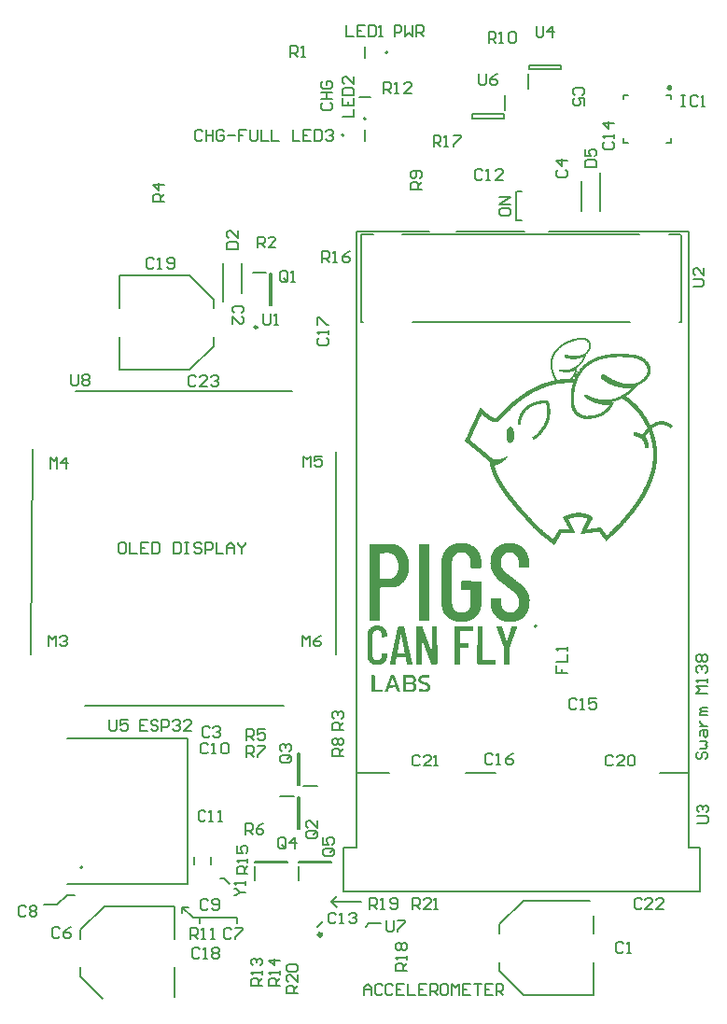
<source format=gto>
G04*
G04 #@! TF.GenerationSoftware,Altium Limited,Altium Designer,21.8.1 (53)*
G04*
G04 Layer_Color=65535*
%FSLAX24Y24*%
%MOIN*%
G70*
G04*
G04 #@! TF.SameCoordinates,B3635B53-E57D-41D0-81A0-B41BD292B6FB*
G04*
G04*
G04 #@! TF.FilePolarity,Positive*
G04*
G01*
G75*
%ADD10C,0.0079*%
%ADD11C,0.0098*%
%ADD12C,0.0118*%
%ADD13C,0.0080*%
%ADD14C,0.0080*%
%ADD15C,0.0060*%
%ADD16C,0.0050*%
G36*
X23912Y32893D02*
X23959Y32867D01*
X23985Y32820D01*
Y32767D01*
X23959Y32720D01*
X23912Y32693D01*
X23859Y32693D01*
X23812Y32720D01*
X23786Y32766D01*
X23785Y32793D01*
X23785Y32794D01*
X23785Y32794D01*
X23786Y32821D01*
X23812Y32867D01*
X23859Y32893D01*
X23912Y32893D01*
D02*
G37*
G36*
X20792Y23880D02*
X20795Y23879D01*
X20808Y23877D01*
X20823Y23876D01*
X20829Y23874D01*
X20839Y23872D01*
X20858Y23866D01*
X20863Y23865D01*
X20871Y23863D01*
X20878Y23860D01*
X20891Y23855D01*
X20903Y23850D01*
X20908Y23848D01*
X20940Y23832D01*
X20947Y23826D01*
X20959Y23820D01*
X20968Y23814D01*
X20970Y23812D01*
X20973Y23810D01*
X20975Y23809D01*
X20978Y23806D01*
X20980Y23805D01*
X20983Y23802D01*
X20986Y23801D01*
X20993Y23793D01*
X20996Y23792D01*
X21001Y23787D01*
X21003Y23786D01*
X21014Y23775D01*
X21016Y23772D01*
X21022Y23766D01*
X21023Y23763D01*
X21030Y23757D01*
X21031Y23754D01*
X21036Y23749D01*
X21037Y23747D01*
X21042Y23739D01*
X21044Y23737D01*
X21056Y23714D01*
X21064Y23697D01*
X21067Y23691D01*
X21072Y23670D01*
X21074Y23663D01*
X21075Y23656D01*
X21077Y23643D01*
X21078Y23640D01*
X21079Y23635D01*
X21078Y23578D01*
X21077Y23575D01*
X21075Y23558D01*
X21074Y23554D01*
X21072Y23544D01*
X21070Y23535D01*
X21069Y23530D01*
X21063Y23509D01*
X21060Y23503D01*
X21058Y23495D01*
X21052Y23481D01*
X21049Y23474D01*
X21044Y23460D01*
X21031Y23435D01*
X21026Y23425D01*
X21017Y23409D01*
X21010Y23397D01*
X21008Y23395D01*
X21007Y23392D01*
X21001Y23384D01*
X21000Y23382D01*
X20987Y23364D01*
X20986Y23362D01*
X20981Y23356D01*
X20980Y23354D01*
X20971Y23342D01*
X20967Y23339D01*
X20966Y23336D01*
X20927Y23298D01*
X20926Y23295D01*
X20920Y23289D01*
X20917Y23282D01*
X20916Y23277D01*
X20912Y23265D01*
X20907Y23257D01*
X20905Y23248D01*
X20903Y23243D01*
X20900Y23235D01*
X20894Y23224D01*
X20891Y23208D01*
X20880Y23187D01*
X20877Y23173D01*
X20873Y23166D01*
X20868Y23155D01*
X20864Y23147D01*
X20856Y23131D01*
X20850Y23119D01*
X20845Y23112D01*
X20841Y23103D01*
X20835Y23093D01*
X20833Y23091D01*
X20831Y23085D01*
X20825Y23076D01*
X20823Y23073D01*
X20822Y23071D01*
X20815Y23059D01*
X20806Y23046D01*
X20805Y23044D01*
X20799Y23037D01*
X20790Y23023D01*
X20780Y23008D01*
X20778Y23006D01*
X20777Y23003D01*
X20773Y22999D01*
X20772Y22997D01*
X20766Y22990D01*
X20763Y22985D01*
X20754Y22974D01*
X20748Y22967D01*
X20745Y22962D01*
X20739Y22955D01*
X20734Y22950D01*
X20732Y22947D01*
X20726Y22941D01*
X20725Y22938D01*
X20721Y22934D01*
X20720Y22932D01*
X20714Y22926D01*
X20712Y22925D01*
X20711Y22923D01*
X20698Y22910D01*
X20697Y22907D01*
X20693Y22904D01*
X20692Y22901D01*
X20683Y22893D01*
X20681Y22891D01*
X20678Y22889D01*
X20676Y22888D01*
X20647Y22860D01*
X20645Y22858D01*
X20633Y22849D01*
X20628Y22844D01*
X20626Y22843D01*
X20617Y22834D01*
X20614Y22833D01*
X20607Y22827D01*
X20604Y22824D01*
X20602Y22823D01*
X20586Y22810D01*
X20579Y22806D01*
X20575Y22803D01*
X20577Y22795D01*
X20579Y22793D01*
X20581Y22793D01*
X20582Y22790D01*
X20583Y22786D01*
X20582Y22773D01*
X20581Y22768D01*
X20579Y22758D01*
X20578Y22754D01*
X20576Y22737D01*
X20575Y22731D01*
X20574Y22713D01*
X20572Y22698D01*
X20571Y22685D01*
X20570Y22678D01*
X20568Y22673D01*
X20565Y22663D01*
X20563Y22656D01*
X20561Y22651D01*
X20558Y22636D01*
X20556Y22630D01*
X20554Y22628D01*
X20551Y22622D01*
X20549Y22613D01*
X20547Y22608D01*
X20544Y22599D01*
X20542Y22597D01*
X20537Y22586D01*
X20536Y22581D01*
X20519Y22549D01*
X20517Y22546D01*
X20513Y22537D01*
X20508Y22529D01*
X20504Y22525D01*
X20495Y22508D01*
X20491Y22504D01*
X20490Y22502D01*
X20485Y22493D01*
X20477Y22485D01*
X20471Y22474D01*
X20466Y22469D01*
X20464Y22466D01*
X20456Y22455D01*
X20450Y22449D01*
X20449Y22447D01*
X20445Y22443D01*
X20444Y22441D01*
X20438Y22434D01*
X20436Y22432D01*
X20434Y22430D01*
X20432Y22428D01*
X20429Y22425D01*
X20427Y22420D01*
X20429Y22415D01*
X20434Y22413D01*
X20449Y22412D01*
X20455Y22409D01*
X20478Y22409D01*
X20483Y22412D01*
X20486Y22415D01*
X20498Y22439D01*
X20500Y22448D01*
X20507Y22460D01*
X20512Y22471D01*
X20513Y22476D01*
X20519Y22488D01*
X20523Y22497D01*
X20526Y22505D01*
X20528Y22507D01*
X20530Y22509D01*
X20532Y22512D01*
X20535Y22518D01*
X20538Y22529D01*
X20545Y22537D01*
X20549Y22550D01*
X20556Y22559D01*
X20560Y22568D01*
X20565Y22577D01*
X20568Y22580D01*
X20569Y22582D01*
X20579Y22601D01*
X20582Y22604D01*
X20589Y22618D01*
X20596Y22627D01*
X20601Y22636D01*
X20607Y22645D01*
X20614Y22656D01*
X20620Y22665D01*
X20621Y22668D01*
X20653Y22710D01*
X20656Y22715D01*
X20668Y22731D01*
X20673Y22738D01*
X20675Y22740D01*
X20676Y22743D01*
X20685Y22752D01*
X20686Y22754D01*
X20692Y22759D01*
X20693Y22762D01*
X20697Y22766D01*
X20698Y22768D01*
X20702Y22772D01*
X20703Y22775D01*
X20707Y22779D01*
X20708Y22781D01*
X20718Y22791D01*
X20720Y22794D01*
X20723Y22798D01*
X20725Y22800D01*
X20753Y22828D01*
X20754Y22831D01*
X20759Y22836D01*
X20760Y22839D01*
X20769Y22847D01*
X20771Y22850D01*
X20778Y22857D01*
X20780Y22858D01*
X20783Y22861D01*
X20785Y22862D01*
X20816Y22893D01*
X20818Y22894D01*
X20829Y22904D01*
X20831Y22905D01*
X20838Y22911D01*
X20845Y22918D01*
X20848Y22920D01*
X20857Y22928D01*
X20859Y22930D01*
X20866Y22935D01*
X20872Y22941D01*
X20875Y22942D01*
X20882Y22948D01*
X20886Y22953D01*
X20889Y22954D01*
X20896Y22960D01*
X20900Y22963D01*
X20903Y22965D01*
X20905Y22967D01*
X20914Y22973D01*
X20917Y22976D01*
X20919Y22977D01*
X20922Y22979D01*
X20928Y22983D01*
X20931Y22986D01*
X20933Y22987D01*
X20936Y22990D01*
X20942Y22994D01*
X20955Y23002D01*
X20957Y23004D01*
X20970Y23012D01*
X20977Y23017D01*
X20991Y23027D01*
X21002Y23033D01*
X21005Y23036D01*
X21016Y23042D01*
X21034Y23052D01*
X21054Y23065D01*
X21071Y23074D01*
X21100Y23089D01*
X21135Y23106D01*
X21182Y23129D01*
X21190Y23132D01*
X21211Y23141D01*
X21216Y23143D01*
X21236Y23152D01*
X21241Y23153D01*
X21249Y23156D01*
X21253Y23158D01*
X21265Y23163D01*
X21278Y23167D01*
X21286Y23170D01*
X21299Y23176D01*
X21313Y23179D01*
X21319Y23182D01*
X21321Y23184D01*
X21324Y23185D01*
X21330Y23187D01*
X21335Y23189D01*
X21346Y23191D01*
X21356Y23194D01*
X21363Y23198D01*
X21372Y23200D01*
X21387Y23203D01*
X21392Y23205D01*
X21399Y23208D01*
X21405Y23210D01*
X21415Y23213D01*
X21428Y23215D01*
X21438Y23219D01*
X21445Y23222D01*
X21450Y23223D01*
X21459Y23224D01*
X21464Y23226D01*
X21475Y23228D01*
X21480Y23229D01*
X21498Y23235D01*
X21503Y23236D01*
X21521Y23238D01*
X21526Y23240D01*
X21533Y23242D01*
X21544Y23245D01*
X21549Y23247D01*
X21555Y23248D01*
X21565Y23249D01*
X21577Y23251D01*
X21584Y23252D01*
X21591Y23253D01*
X21598Y23255D01*
X21607Y23258D01*
X21616Y23259D01*
X21631Y23261D01*
X21648Y23263D01*
X21660Y23265D01*
X21668Y23268D01*
X21677Y23269D01*
X21688Y23270D01*
X21692Y23272D01*
X21725Y23275D01*
X21736Y23276D01*
X21746Y23277D01*
X21752Y23279D01*
X21787Y23283D01*
X21803Y23284D01*
X21812Y23286D01*
X21845Y23287D01*
X21849Y23288D01*
X21877Y23289D01*
X21881Y23291D01*
X21894Y23292D01*
X21924Y23293D01*
X21928Y23295D01*
X21949Y23296D01*
X22010Y23297D01*
X22014Y23298D01*
X22190Y23297D01*
X22194Y23296D01*
X22266Y23295D01*
X22270Y23293D01*
X22279Y23292D01*
X22317Y23291D01*
X22321Y23289D01*
X22334Y23288D01*
X22368Y23287D01*
X22372Y23286D01*
X22415Y23284D01*
X22419Y23283D01*
X22444Y23282D01*
X22447Y23281D01*
X22464Y23279D01*
X22474Y23277D01*
X22485Y23276D01*
X22521Y23273D01*
X22549Y23271D01*
X22564Y23268D01*
X22570Y23267D01*
X22578Y23266D01*
X22584Y23265D01*
X22596Y23263D01*
X22609Y23262D01*
X22641Y23259D01*
X22651Y23258D01*
X22658Y23257D01*
X22664Y23256D01*
X22671Y23254D01*
X22676Y23252D01*
X22703Y23249D01*
X22711Y23248D01*
X22724Y23245D01*
X22730Y23243D01*
X22745Y23238D01*
X22766Y23235D01*
X22774Y23232D01*
X22788Y23226D01*
X22800Y23224D01*
X22808Y23221D01*
X22816Y23215D01*
X22831Y23212D01*
X22853Y23201D01*
X22860Y23200D01*
X22866Y23197D01*
X22870Y23194D01*
X22881Y23189D01*
X22889Y23185D01*
X22891Y23184D01*
X22894Y23182D01*
X22916Y23171D01*
X22923Y23166D01*
X22937Y23158D01*
X22940Y23156D01*
X22942Y23154D01*
X22958Y23143D01*
X22971Y23136D01*
X22973Y23134D01*
X22975Y23133D01*
X22978Y23130D01*
X22981Y23129D01*
X22988Y23123D01*
X22992Y23120D01*
X23008Y23108D01*
X23011Y23104D01*
X23014Y23103D01*
X23016Y23101D01*
X23019Y23099D01*
X23032Y23087D01*
X23034Y23085D01*
X23039Y23080D01*
X23042Y23079D01*
X23073Y23048D01*
X23074Y23045D01*
X23083Y23036D01*
X23085Y23034D01*
X23095Y23023D01*
X23096Y23021D01*
X23099Y23018D01*
X23100Y23016D01*
X23106Y23009D01*
X23107Y23007D01*
X23116Y22995D01*
X23123Y22986D01*
X23124Y22984D01*
X23130Y22978D01*
X23137Y22966D01*
X23141Y22962D01*
X23142Y22960D01*
X23150Y22946D01*
X23152Y22943D01*
X23153Y22941D01*
X23159Y22929D01*
X23162Y22923D01*
X23167Y22915D01*
X23173Y22901D01*
X23178Y22894D01*
X23181Y22886D01*
X23183Y22878D01*
X23192Y22859D01*
X23193Y22854D01*
X23195Y22846D01*
X23199Y22835D01*
X23204Y22817D01*
X23206Y22804D01*
X23210Y22774D01*
X23211Y22769D01*
X23212Y22687D01*
X23211Y22683D01*
X23206Y22643D01*
X23204Y22638D01*
X23203Y22629D01*
X23200Y22622D01*
X23196Y22608D01*
X23194Y22599D01*
X23192Y22593D01*
X23188Y22583D01*
X23187Y22581D01*
X23183Y22572D01*
X23180Y22562D01*
X23175Y22553D01*
X23173Y22550D01*
X23169Y22542D01*
X23167Y22536D01*
X23162Y22529D01*
X23157Y22517D01*
X23151Y22506D01*
X23148Y22503D01*
X23139Y22486D01*
X23136Y22483D01*
X23129Y22471D01*
X23123Y22464D01*
X23117Y22454D01*
X23111Y22448D01*
X23110Y22446D01*
X23101Y22434D01*
X23096Y22427D01*
X23095Y22424D01*
X23091Y22420D01*
X23090Y22418D01*
X23088Y22417D01*
X23085Y22412D01*
X23079Y22405D01*
X23070Y22397D01*
X23069Y22395D01*
X23059Y22384D01*
X23058Y22382D01*
X23049Y22373D01*
X23048Y22370D01*
X23041Y22363D01*
X23038Y22362D01*
X23032Y22354D01*
X23028Y22351D01*
X23026Y22350D01*
X23025Y22347D01*
X23019Y22342D01*
X23016Y22340D01*
X23011Y22335D01*
X23009Y22334D01*
X23004Y22329D01*
X23001Y22328D01*
X22999Y22326D01*
X22998Y22323D01*
X22992Y22317D01*
X22989Y22316D01*
X22982Y22309D01*
X22979Y22307D01*
X22972Y22301D01*
X22968Y22297D01*
X22965Y22296D01*
X22963Y22293D01*
X22960Y22292D01*
X22956Y22288D01*
X22954Y22287D01*
X22949Y22282D01*
X22946Y22280D01*
X22944Y22278D01*
X22941Y22277D01*
X22937Y22273D01*
X22935Y22272D01*
X22932Y22269D01*
X22923Y22264D01*
X22919Y22260D01*
X22917Y22259D01*
X22908Y22252D01*
X22905Y22251D01*
X22903Y22249D01*
X22900Y22247D01*
X22893Y22242D01*
X22881Y22236D01*
X22873Y22231D01*
X22862Y22224D01*
X22854Y22219D01*
X22846Y22216D01*
X22840Y22213D01*
X22838Y22212D01*
X22835Y22210D01*
X22821Y22204D01*
X22812Y22199D01*
X22798Y22192D01*
X22790Y22189D01*
X22788Y22187D01*
X22785Y22186D01*
X22779Y22184D01*
X22774Y22182D01*
X22764Y22178D01*
X22757Y22175D01*
X22748Y22171D01*
X22746Y22169D01*
X22739Y22164D01*
X22736Y22161D01*
X22736Y22159D01*
X22733Y22158D01*
X22728Y22150D01*
X22717Y22139D01*
X22716Y22137D01*
X22713Y22134D01*
X22712Y22132D01*
X22706Y22125D01*
X22704Y22123D01*
X22694Y22113D01*
X22693Y22110D01*
X22687Y22103D01*
X22679Y22095D01*
X22678Y22092D01*
X22673Y22087D01*
X22671Y22085D01*
X22669Y22082D01*
X22667Y22080D01*
X22658Y22071D01*
X22657Y22068D01*
X22655Y22066D01*
X22653Y22063D01*
X22642Y22051D01*
X22641Y22049D01*
X22634Y22043D01*
X22633Y22040D01*
X22630Y22037D01*
X22629Y22035D01*
X22620Y22026D01*
X22619Y22023D01*
X22614Y22018D01*
X22613Y22016D01*
X22552Y21955D01*
X22549Y21954D01*
X22543Y21948D01*
X22540Y21946D01*
X22523Y21928D01*
X22520Y21927D01*
X22518Y21925D01*
X22515Y21923D01*
X22509Y21917D01*
X22506Y21916D01*
X22501Y21911D01*
X22498Y21909D01*
X22491Y21902D01*
X22488Y21900D01*
X22486Y21898D01*
X22483Y21897D01*
X22481Y21894D01*
X22478Y21893D01*
X22475Y21890D01*
X22473Y21889D01*
X22470Y21886D01*
X22468Y21885D01*
X22463Y21880D01*
X22460Y21879D01*
X22456Y21875D01*
X22454Y21874D01*
X22450Y21870D01*
X22447Y21868D01*
X22444Y21865D01*
X22441Y21863D01*
X22416Y21845D01*
X22407Y21838D01*
X22404Y21837D01*
X22397Y21831D01*
X22389Y21826D01*
X22385Y21823D01*
X22382Y21820D01*
X22380Y21819D01*
X22372Y21814D01*
X22363Y21808D01*
X22359Y21805D01*
X22357Y21803D01*
X22345Y21795D01*
X22340Y21792D01*
X22336Y21787D01*
X22337Y21782D01*
X22343Y21777D01*
X22345Y21775D01*
X22350Y21770D01*
X22353Y21769D01*
X22362Y21763D01*
X22366Y21759D01*
X22368Y21757D01*
X22377Y21752D01*
X22384Y21747D01*
X22386Y21745D01*
X22389Y21743D01*
X22398Y21737D01*
X22403Y21732D01*
X22409Y21728D01*
X22415Y21722D01*
X22427Y21715D01*
X22435Y21708D01*
X22437Y21706D01*
X22444Y21701D01*
X22449Y21696D01*
X22451Y21695D01*
X22460Y21689D01*
X22463Y21685D01*
X22465Y21683D01*
X22477Y21675D01*
X22479Y21672D01*
X22482Y21671D01*
X22493Y21662D01*
X22496Y21659D01*
X22498Y21658D01*
X22505Y21652D01*
X22512Y21645D01*
X22515Y21644D01*
X22522Y21638D01*
X22528Y21632D01*
X22530Y21631D01*
X22539Y21622D01*
X22542Y21621D01*
X22547Y21616D01*
X22549Y21615D01*
X22555Y21609D01*
X22557Y21608D01*
X22561Y21604D01*
X22563Y21603D01*
X22574Y21593D01*
X22576Y21592D01*
X22585Y21583D01*
X22588Y21581D01*
X22600Y21569D01*
X22603Y21567D01*
X22606Y21563D01*
X22608Y21561D01*
X22611Y21560D01*
X22614Y21556D01*
X22617Y21555D01*
X22625Y21547D01*
X22627Y21546D01*
X22632Y21541D01*
X22633Y21539D01*
X22636Y21536D01*
X22639Y21534D01*
X22642Y21531D01*
X22643Y21528D01*
X22649Y21523D01*
X22651Y21521D01*
X22656Y21517D01*
X22657Y21514D01*
X22662Y21510D01*
X22664Y21509D01*
X22666Y21507D01*
X22667Y21504D01*
X22673Y21499D01*
X22676Y21497D01*
X22680Y21493D01*
X22681Y21490D01*
X22687Y21484D01*
X22690Y21483D01*
X22692Y21481D01*
X22693Y21479D01*
X22696Y21476D01*
X22699Y21474D01*
X22704Y21469D01*
X22706Y21466D01*
X22710Y21462D01*
X22713Y21460D01*
X22716Y21457D01*
X22717Y21455D01*
X22722Y21450D01*
X22724Y21449D01*
X22727Y21446D01*
X22729Y21443D01*
X22734Y21437D01*
X22737Y21436D01*
X22740Y21433D01*
X22741Y21430D01*
X22752Y21420D01*
X22753Y21418D01*
X22755Y21415D01*
X22756Y21413D01*
X22759Y21412D01*
X22763Y21407D01*
X22764Y21405D01*
X22770Y21399D01*
X22773Y21398D01*
X22776Y21395D01*
X22777Y21392D01*
X22783Y21385D01*
X22785Y21383D01*
X22786Y21381D01*
X22796Y21371D01*
X22798Y21370D01*
X22799Y21368D01*
X22801Y21365D01*
X22803Y21363D01*
X22808Y21356D01*
X22815Y21349D01*
X22817Y21346D01*
X22824Y21338D01*
X22828Y21332D01*
X22838Y21322D01*
X22840Y21319D01*
X22842Y21317D01*
X22843Y21315D01*
X22845Y21314D01*
X22849Y21310D01*
X22850Y21308D01*
X22856Y21301D01*
X22860Y21296D01*
X22861Y21294D01*
X22867Y21287D01*
X22869Y21285D01*
X22870Y21282D01*
X22874Y21278D01*
X22875Y21276D01*
X22881Y21269D01*
X22886Y21264D01*
X22887Y21262D01*
X22896Y21250D01*
X22898Y21248D01*
X22900Y21245D01*
X22905Y21238D01*
X22907Y21236D01*
X22908Y21234D01*
X22911Y21231D01*
X22912Y21229D01*
X22915Y21226D01*
X22916Y21224D01*
X22920Y21220D01*
X22921Y21217D01*
X22933Y21201D01*
X22935Y21199D01*
X22937Y21197D01*
X22942Y21190D01*
X22944Y21188D01*
X22945Y21185D01*
X22965Y21159D01*
X22966Y21156D01*
X22968Y21153D01*
X22970Y21151D01*
X22976Y21142D01*
X22977Y21139D01*
X22980Y21137D01*
X22981Y21134D01*
X22984Y21132D01*
X22985Y21129D01*
X23002Y21103D01*
X23007Y21095D01*
X23009Y21094D01*
X23011Y21091D01*
X23030Y21061D01*
X23033Y21057D01*
X23039Y21048D01*
X23048Y21034D01*
X23049Y21031D01*
X23055Y21022D01*
X23056Y21020D01*
X23064Y21005D01*
X23070Y20997D01*
X23072Y20994D01*
X23078Y20983D01*
X23081Y20980D01*
X23091Y20961D01*
X23096Y20953D01*
X23102Y20942D01*
X23107Y20934D01*
X23109Y20929D01*
X23113Y20923D01*
X23119Y20914D01*
X23123Y20902D01*
X23133Y20888D01*
X23135Y20881D01*
X23139Y20874D01*
X23144Y20866D01*
X23148Y20858D01*
X23152Y20851D01*
X23157Y20844D01*
X23159Y20836D01*
X23166Y20826D01*
X23169Y20819D01*
X23171Y20813D01*
X23176Y20804D01*
X23183Y20790D01*
X23190Y20776D01*
X23193Y20770D01*
X23196Y20761D01*
X23201Y20754D01*
X23206Y20748D01*
X23211Y20748D01*
X23215Y20750D01*
X23222Y20755D01*
X23228Y20761D01*
X23231Y20763D01*
X23240Y20769D01*
X23242Y20770D01*
X23245Y20773D01*
X23247Y20774D01*
X23256Y20780D01*
X23259Y20782D01*
X23261Y20784D01*
X23264Y20785D01*
X23273Y20792D01*
X23289Y20801D01*
X23310Y20814D01*
X23329Y20824D01*
X23358Y20838D01*
X23366Y20841D01*
X23373Y20844D01*
X23375Y20845D01*
X23384Y20849D01*
X23393Y20852D01*
X23401Y20855D01*
X23414Y20861D01*
X23435Y20866D01*
X23444Y20870D01*
X23450Y20872D01*
X23465Y20875D01*
X23470Y20876D01*
X23483Y20878D01*
X23489Y20880D01*
X23500Y20884D01*
X23505Y20885D01*
X23525Y20886D01*
X23529Y20888D01*
X23560Y20889D01*
X23564Y20890D01*
X23637Y20889D01*
X23641Y20888D01*
X23674Y20886D01*
X23678Y20885D01*
X23692Y20883D01*
X23697Y20882D01*
X23704Y20880D01*
X23713Y20877D01*
X23728Y20875D01*
X23733Y20873D01*
X23741Y20872D01*
X23754Y20866D01*
X23761Y20865D01*
X23766Y20863D01*
X23775Y20861D01*
X23780Y20860D01*
X23798Y20852D01*
X23805Y20850D01*
X23812Y20847D01*
X23828Y20840D01*
X23834Y20838D01*
X23853Y20829D01*
X23861Y20826D01*
X23872Y20819D01*
X23890Y20810D01*
X23904Y20802D01*
X23925Y20789D01*
X23933Y20784D01*
X23960Y20766D01*
X23963Y20765D01*
X24001Y20737D01*
X24003Y20731D01*
X24002Y20720D01*
X23997Y20715D01*
X23995Y20712D01*
X23991Y20708D01*
X23990Y20706D01*
X23984Y20699D01*
X23981Y20696D01*
X23980Y20693D01*
X23977Y20690D01*
X23976Y20688D01*
X23974Y20685D01*
X23972Y20683D01*
X23969Y20679D01*
X23967Y20676D01*
X23958Y20665D01*
X23954Y20661D01*
X23953Y20659D01*
X23947Y20652D01*
X23944Y20648D01*
X23943Y20646D01*
X23937Y20640D01*
X23928Y20641D01*
X23919Y20650D01*
X23910Y20655D01*
X23907Y20659D01*
X23904Y20660D01*
X23902Y20663D01*
X23893Y20668D01*
X23890Y20671D01*
X23888Y20672D01*
X23885Y20674D01*
X23873Y20681D01*
X23865Y20687D01*
X23853Y20694D01*
X23845Y20699D01*
X23831Y20706D01*
X23792Y20726D01*
X23778Y20732D01*
X23771Y20734D01*
X23763Y20738D01*
X23750Y20743D01*
X23714Y20755D01*
X23699Y20759D01*
X23690Y20761D01*
X23675Y20764D01*
X23669Y20766D01*
X23656Y20767D01*
X23641Y20770D01*
X23611Y20771D01*
X23605Y20772D01*
X23592Y20773D01*
X23585Y20772D01*
X23578Y20771D01*
X23550Y20770D01*
X23540Y20768D01*
X23527Y20767D01*
X23519Y20766D01*
X23507Y20763D01*
X23497Y20761D01*
X23490Y20759D01*
X23469Y20754D01*
X23453Y20748D01*
X23447Y20745D01*
X23440Y20743D01*
X23431Y20740D01*
X23419Y20734D01*
X23410Y20731D01*
X23386Y20719D01*
X23367Y20709D01*
X23359Y20704D01*
X23345Y20696D01*
X23336Y20690D01*
X23328Y20685D01*
X23325Y20682D01*
X23322Y20681D01*
X23315Y20676D01*
X23312Y20674D01*
X23305Y20669D01*
X23303Y20667D01*
X23301Y20666D01*
X23294Y20660D01*
X23289Y20657D01*
X23287Y20654D01*
X23284Y20653D01*
X23277Y20647D01*
X23273Y20644D01*
X23270Y20641D01*
X23268Y20640D01*
X23259Y20632D01*
X23258Y20627D01*
X23259Y20618D01*
X23266Y20604D01*
X23267Y20599D01*
X23276Y20579D01*
X23278Y20569D01*
X23281Y20563D01*
X23284Y20555D01*
X23290Y20540D01*
X23291Y20535D01*
X23294Y20527D01*
X23297Y20520D01*
X23300Y20513D01*
X23302Y20505D01*
X23303Y20500D01*
X23307Y20490D01*
X23313Y20476D01*
X23315Y20468D01*
X23317Y20458D01*
X23322Y20445D01*
X23326Y20434D01*
X23328Y20426D01*
X23331Y20416D01*
X23337Y20397D01*
X23340Y20387D01*
X23346Y20366D01*
X23350Y20351D01*
X23352Y20343D01*
X23353Y20338D01*
X23359Y20319D01*
X23360Y20314D01*
X23362Y20306D01*
X23367Y20285D01*
X23369Y20278D01*
X23371Y20270D01*
X23372Y20264D01*
X23379Y20238D01*
X23380Y20232D01*
X23381Y20227D01*
X23386Y20201D01*
X23388Y20194D01*
X23391Y20184D01*
X23393Y20172D01*
X23396Y20153D01*
X23399Y20137D01*
X23402Y20123D01*
X23404Y20113D01*
X23406Y20096D01*
X23409Y20078D01*
X23410Y20072D01*
X23412Y20061D01*
X23413Y20053D01*
X23414Y20048D01*
X23416Y20031D01*
X23417Y20022D01*
X23419Y20004D01*
X23421Y19993D01*
X23423Y19977D01*
X23426Y19951D01*
X23428Y19938D01*
X23430Y19903D01*
X23431Y19884D01*
X23433Y19880D01*
X23434Y19864D01*
X23433Y19855D01*
X23434Y19851D01*
X23435Y19843D01*
X23437Y19840D01*
X23438Y19835D01*
X23437Y19806D01*
X23438Y19792D01*
X23440Y19775D01*
X23439Y19578D01*
X23438Y19574D01*
X23437Y19528D01*
X23435Y19525D01*
X23434Y19516D01*
X23433Y19488D01*
X23431Y19484D01*
X23430Y19467D01*
X23429Y19444D01*
X23428Y19440D01*
X23426Y19414D01*
X23425Y19410D01*
X23423Y19395D01*
X23422Y19387D01*
X23419Y19361D01*
X23417Y19348D01*
X23416Y19333D01*
X23414Y19326D01*
X23412Y19310D01*
X23410Y19303D01*
X23409Y19296D01*
X23405Y19270D01*
X23403Y19257D01*
X23400Y19241D01*
X23399Y19234D01*
X23396Y19224D01*
X23395Y19218D01*
X23391Y19195D01*
X23390Y19188D01*
X23385Y19168D01*
X23381Y19149D01*
X23377Y19135D01*
X23376Y19130D01*
X23375Y19123D01*
X23373Y19118D01*
X23372Y19111D01*
X23371Y19104D01*
X23366Y19084D01*
X23361Y19069D01*
X23360Y19064D01*
X23358Y19056D01*
X23352Y19037D01*
X23346Y19012D01*
X23340Y18991D01*
X23338Y18986D01*
X23336Y18978D01*
X23332Y18967D01*
X23328Y18953D01*
X23326Y18944D01*
X23324Y18937D01*
X23320Y18927D01*
X23317Y18920D01*
X23315Y18913D01*
X23313Y18907D01*
X23308Y18892D01*
X23305Y18885D01*
X23301Y18870D01*
X23296Y18854D01*
X23292Y18847D01*
X23291Y18840D01*
X23289Y18835D01*
X23285Y18825D01*
X23280Y18811D01*
X23278Y18803D01*
X23277Y18798D01*
X23274Y18792D01*
X23267Y18776D01*
X23265Y18767D01*
X23262Y18761D01*
X23257Y18752D01*
X23253Y18736D01*
X23250Y18728D01*
X23248Y18726D01*
X23244Y18717D01*
X23241Y18707D01*
X23238Y18699D01*
X23236Y18697D01*
X23235Y18694D01*
X23231Y18685D01*
X23229Y18676D01*
X23218Y18655D01*
X23217Y18648D01*
X23214Y18641D01*
X23211Y18638D01*
X23208Y18632D01*
X23207Y18627D01*
X23204Y18618D01*
X23196Y18602D01*
X23194Y18597D01*
X23192Y18591D01*
X23181Y18569D01*
X23178Y18561D01*
X23171Y18549D01*
X23166Y18535D01*
X23160Y18526D01*
X23159Y18521D01*
X23154Y18509D01*
X23149Y18501D01*
X23146Y18493D01*
X23138Y18479D01*
X23133Y18467D01*
X23130Y18459D01*
X23123Y18445D01*
X23120Y18437D01*
X23110Y18419D01*
X23095Y18389D01*
X23090Y18382D01*
X23085Y18370D01*
X23078Y18359D01*
X23073Y18347D01*
X23067Y18336D01*
X23056Y18317D01*
X23051Y18309D01*
X23050Y18304D01*
X23044Y18292D01*
X23039Y18285D01*
X23035Y18276D01*
X23033Y18273D01*
X23027Y18264D01*
X23009Y18230D01*
X23003Y18220D01*
X23002Y18217D01*
X22995Y18207D01*
X22986Y18190D01*
X22981Y18181D01*
X22976Y18174D01*
X22968Y18160D01*
X22963Y18152D01*
X22962Y18149D01*
X22956Y18138D01*
X22949Y18129D01*
X22943Y18118D01*
X22933Y18100D01*
X22926Y18091D01*
X22925Y18088D01*
X22920Y18079D01*
X22914Y18070D01*
X22907Y18059D01*
X22905Y18056D01*
X22903Y18054D01*
X22898Y18045D01*
X22890Y18033D01*
X22884Y18023D01*
X22880Y18018D01*
X22878Y18016D01*
X22869Y17999D01*
X22865Y17995D01*
X22859Y17984D01*
X22854Y17979D01*
X22846Y17964D01*
X22842Y17961D01*
X22841Y17958D01*
X22836Y17949D01*
X22831Y17944D01*
X22829Y17942D01*
X22823Y17930D01*
X22818Y17925D01*
X22817Y17922D01*
X22812Y17913D01*
X22806Y17906D01*
X22804Y17905D01*
X22798Y17893D01*
X22791Y17887D01*
X22785Y17875D01*
X22780Y17870D01*
X22773Y17859D01*
X22769Y17855D01*
X22768Y17852D01*
X22763Y17843D01*
X22757Y17836D01*
X22754Y17833D01*
X22749Y17824D01*
X22744Y17819D01*
X22743Y17817D01*
X22736Y17808D01*
X22727Y17795D01*
X22724Y17788D01*
X22718Y17783D01*
X22717Y17781D01*
X22711Y17772D01*
X22692Y17747D01*
X22687Y17739D01*
X22683Y17735D01*
X22678Y17726D01*
X22675Y17723D01*
X22674Y17721D01*
X22670Y17717D01*
X22669Y17714D01*
X22666Y17712D01*
X22665Y17709D01*
X22659Y17702D01*
X22656Y17698D01*
X22647Y17686D01*
X22625Y17657D01*
X22623Y17655D01*
X22621Y17652D01*
X22618Y17648D01*
X22616Y17646D01*
X22614Y17643D01*
X22613Y17640D01*
X22609Y17637D01*
X22607Y17634D01*
X22602Y17627D01*
X22599Y17623D01*
X22595Y17619D01*
X22593Y17616D01*
X22591Y17614D01*
X22590Y17611D01*
X22587Y17609D01*
X22586Y17606D01*
X22582Y17602D01*
X22581Y17600D01*
X22575Y17593D01*
X22572Y17589D01*
X22570Y17587D01*
X22568Y17584D01*
X22567Y17582D01*
X22564Y17579D01*
X22563Y17577D01*
X22559Y17573D01*
X22558Y17570D01*
X22555Y17568D01*
X22554Y17565D01*
X22549Y17560D01*
X22548Y17558D01*
X22544Y17554D01*
X22542Y17551D01*
X22537Y17544D01*
X22530Y17537D01*
X22528Y17535D01*
X22523Y17529D01*
X22522Y17527D01*
X22516Y17520D01*
X22514Y17516D01*
X22512Y17515D01*
X22510Y17513D01*
X22508Y17510D01*
X22507Y17508D01*
X22499Y17500D01*
X22498Y17498D01*
X22495Y17495D01*
X22494Y17493D01*
X22488Y17486D01*
X22485Y17482D01*
X22484Y17480D01*
X22478Y17473D01*
X22471Y17466D01*
X22470Y17463D01*
X22464Y17456D01*
X22458Y17450D01*
X22457Y17448D01*
X22448Y17439D01*
X22447Y17436D01*
X22437Y17426D01*
X22435Y17424D01*
X22429Y17415D01*
X22421Y17407D01*
X22420Y17405D01*
X22412Y17397D01*
X22411Y17394D01*
X22406Y17389D01*
X22405Y17387D01*
X22400Y17383D01*
X22398Y17382D01*
X22397Y17379D01*
X22391Y17372D01*
X22375Y17356D01*
X22374Y17353D01*
X22368Y17346D01*
X22363Y17341D01*
X22361Y17338D01*
X22352Y17329D01*
X22351Y17327D01*
X22349Y17324D01*
X22347Y17322D01*
X22332Y17306D01*
X22331Y17304D01*
X22327Y17300D01*
X22326Y17297D01*
X22308Y17279D01*
X22306Y17277D01*
X22301Y17272D01*
X22300Y17269D01*
X22281Y17250D01*
X22280Y17248D01*
X22272Y17240D01*
X22271Y17237D01*
X22262Y17228D01*
X22260Y17226D01*
X22257Y17223D01*
X22255Y17221D01*
X22253Y17220D01*
X22252Y17217D01*
X22238Y17203D01*
X22236Y17200D01*
X22232Y17197D01*
X22231Y17194D01*
X22203Y17166D01*
X22202Y17164D01*
X22201Y17163D01*
X22199Y17161D01*
X22192Y17154D01*
X22190Y17152D01*
X22188Y17149D01*
X22187Y17147D01*
X22184Y17144D01*
X22183Y17142D01*
X22111Y17070D01*
X22111Y17068D01*
X22108Y17067D01*
X22101Y17060D01*
X22100Y17058D01*
X22093Y17051D01*
X22092Y17049D01*
X22090Y17046D01*
X22088Y17043D01*
X22086Y17042D01*
X22084Y17040D01*
X22014Y16970D01*
X22011Y16969D01*
X22009Y16966D01*
X22006Y16965D01*
X21983Y16942D01*
X21981Y16941D01*
X21981Y16940D01*
X21979Y16939D01*
X21977Y16936D01*
X21969Y16928D01*
X21966Y16927D01*
X21963Y16922D01*
X21961Y16920D01*
X21959Y16919D01*
X21952Y16912D01*
X21951Y16910D01*
X21949Y16909D01*
X21917Y16877D01*
X21914Y16876D01*
X21909Y16871D01*
X21907Y16869D01*
X21867Y16830D01*
X21864Y16829D01*
X21861Y16825D01*
X21858Y16823D01*
X21840Y16806D01*
X21838Y16804D01*
X21834Y16800D01*
X21827Y16793D01*
X21825Y16792D01*
X21823Y16790D01*
X21822Y16788D01*
X21820Y16786D01*
X21817Y16784D01*
X21815Y16783D01*
X21803Y16771D01*
X21801Y16770D01*
X21799Y16768D01*
X21797Y16765D01*
X21792Y16760D01*
X21789Y16758D01*
X21781Y16751D01*
X21779Y16749D01*
X21765Y16735D01*
X21762Y16734D01*
X21760Y16732D01*
X21759Y16730D01*
X21755Y16725D01*
X21752Y16724D01*
X21750Y16721D01*
X21747Y16720D01*
X21741Y16714D01*
X21738Y16712D01*
X21734Y16708D01*
X21732Y16705D01*
X21729Y16702D01*
X21727Y16701D01*
X21722Y16696D01*
X21719Y16695D01*
X21710Y16686D01*
X21708Y16684D01*
X21702Y16680D01*
X21700Y16677D01*
X21693Y16670D01*
X21691Y16669D01*
X21689Y16667D01*
X21688Y16665D01*
X21683Y16661D01*
X21676Y16656D01*
X21669Y16649D01*
X21667Y16647D01*
X21662Y16643D01*
X21661Y16640D01*
X21658Y16637D01*
X21655Y16636D01*
X21649Y16630D01*
X21646Y16628D01*
X21642Y16624D01*
X21640Y16623D01*
X21631Y16614D01*
X21625Y16612D01*
X21620Y16613D01*
X21615Y16617D01*
X21614Y16620D01*
X21608Y16627D01*
X21606Y16629D01*
X21605Y16631D01*
X21593Y16647D01*
X21588Y16655D01*
X21584Y16660D01*
X21579Y16665D01*
X21576Y16671D01*
X21569Y16677D01*
X21568Y16680D01*
X21559Y16691D01*
X21553Y16700D01*
X21551Y16703D01*
X21546Y16710D01*
X21544Y16712D01*
X21542Y16714D01*
X21533Y16726D01*
X21531Y16728D01*
X21530Y16731D01*
X21517Y16747D01*
X21513Y16754D01*
X21507Y16761D01*
X21505Y16763D01*
X21504Y16765D01*
X21495Y16777D01*
X21483Y16793D01*
X21478Y16801D01*
X21475Y16805D01*
X21472Y16808D01*
X21471Y16810D01*
X21468Y16813D01*
X21467Y16815D01*
X21458Y16827D01*
X21436Y16856D01*
X21434Y16859D01*
X21433Y16861D01*
X21424Y16873D01*
X21421Y16875D01*
X21420Y16878D01*
X21417Y16880D01*
X21416Y16883D01*
X21413Y16885D01*
X21412Y16888D01*
X21410Y16890D01*
X21408Y16893D01*
X21405Y16897D01*
X21401Y16903D01*
X21398Y16906D01*
X21397Y16908D01*
X21394Y16911D01*
X21393Y16913D01*
X21387Y16920D01*
X21384Y16925D01*
X21382Y16927D01*
X21380Y16930D01*
X21371Y16941D01*
X21368Y16945D01*
X21362Y16947D01*
X21335Y16946D01*
X21331Y16945D01*
X21318Y16943D01*
X21315Y16942D01*
X21298Y16941D01*
X21292Y16938D01*
X21283Y16937D01*
X21266Y16936D01*
X21262Y16934D01*
X21245Y16933D01*
X21230Y16930D01*
X21217Y16929D01*
X21211Y16927D01*
X21206Y16926D01*
X21194Y16925D01*
X21163Y16921D01*
X21148Y16918D01*
X21131Y16917D01*
X21126Y16915D01*
X21108Y16913D01*
X21093Y16911D01*
X21083Y16910D01*
X21068Y16907D01*
X21058Y16906D01*
X21042Y16903D01*
X21031Y16902D01*
X21000Y16898D01*
X20993Y16897D01*
X20986Y16896D01*
X20975Y16894D01*
X20967Y16893D01*
X20962Y16892D01*
X20939Y16889D01*
X20919Y16887D01*
X20911Y16885D01*
X20905Y16884D01*
X20899Y16883D01*
X20885Y16882D01*
X20879Y16880D01*
X20874Y16879D01*
X20856Y16878D01*
X20830Y16874D01*
X20825Y16873D01*
X20817Y16871D01*
X20796Y16869D01*
X20791Y16867D01*
X20776Y16866D01*
X20755Y16864D01*
X20748Y16862D01*
X20728Y16859D01*
X20713Y16856D01*
X20699Y16854D01*
X20695Y16855D01*
X20688Y16859D01*
X20686Y16861D01*
X20688Y16870D01*
X20690Y16873D01*
X20759Y17012D01*
X20765Y17023D01*
X20771Y17035D01*
X20777Y17046D01*
X20783Y17060D01*
X20790Y17072D01*
X20795Y17083D01*
X20801Y17095D01*
X20808Y17109D01*
X20813Y17117D01*
X20819Y17132D01*
X20824Y17140D01*
X20828Y17147D01*
X20831Y17153D01*
X20834Y17162D01*
X20837Y17166D01*
X20841Y17172D01*
X20845Y17184D01*
X20848Y17189D01*
X20854Y17197D01*
X20855Y17204D01*
X20858Y17210D01*
X20860Y17212D01*
X20861Y17214D01*
X20864Y17217D01*
X20870Y17234D01*
X20876Y17242D01*
X20881Y17255D01*
X20885Y17262D01*
X20893Y17278D01*
X20901Y17291D01*
X20903Y17297D01*
X20906Y17306D01*
X20908Y17308D01*
X20910Y17310D01*
X20913Y17316D01*
X20917Y17325D01*
X20923Y17335D01*
X20927Y17346D01*
X20935Y17360D01*
X20940Y17371D01*
X20948Y17385D01*
X20953Y17397D01*
X20952Y17405D01*
X20947Y17409D01*
X20923Y17420D01*
X20916Y17422D01*
X20910Y17425D01*
X20894Y17432D01*
X20885Y17434D01*
X20880Y17435D01*
X20874Y17438D01*
X20867Y17441D01*
X20858Y17443D01*
X20848Y17446D01*
X20838Y17448D01*
X20816Y17455D01*
X20811Y17456D01*
X20798Y17457D01*
X20793Y17459D01*
X20778Y17462D01*
X20773Y17463D01*
X20766Y17465D01*
X20757Y17466D01*
X20752Y17468D01*
X20691Y17471D01*
X20676Y17473D01*
X20659Y17475D01*
X20613Y17474D01*
X20609Y17473D01*
X20604Y17471D01*
X20566Y17470D01*
X20562Y17469D01*
X20531Y17468D01*
X20528Y17466D01*
X20519Y17464D01*
X20500Y17461D01*
X20495Y17459D01*
X20487Y17458D01*
X20476Y17457D01*
X20462Y17454D01*
X20455Y17452D01*
X20437Y17447D01*
X20432Y17446D01*
X20420Y17444D01*
X20415Y17443D01*
X20405Y17439D01*
X20396Y17436D01*
X20388Y17434D01*
X20375Y17431D01*
X20365Y17427D01*
X20358Y17424D01*
X20349Y17422D01*
X20344Y17420D01*
X20337Y17419D01*
X20318Y17410D01*
X20309Y17408D01*
X20283Y17394D01*
X20281Y17388D01*
X20380Y17188D01*
X20388Y17174D01*
X20392Y17165D01*
X20399Y17151D01*
X20403Y17142D01*
X20406Y17135D01*
X20407Y17133D01*
X20412Y17125D01*
X20417Y17112D01*
X20422Y17103D01*
X20426Y17097D01*
X20431Y17085D01*
X20433Y17083D01*
X20434Y17081D01*
X20441Y17064D01*
X20443Y17061D01*
X20449Y17052D01*
X20454Y17038D01*
X20462Y17026D01*
X20464Y17019D01*
X20472Y17005D01*
X20476Y16996D01*
X20485Y16980D01*
X20489Y16971D01*
X20495Y16959D01*
X20501Y16945D01*
X20507Y16936D01*
X20523Y16902D01*
X20522Y16894D01*
X20519Y16891D01*
X20510Y16890D01*
X20505Y16891D01*
X20028Y16890D01*
X20019Y16883D01*
X20014Y16879D01*
X20008Y16867D01*
X20003Y16860D01*
X19994Y16843D01*
X19991Y16841D01*
X19985Y16829D01*
X19978Y16819D01*
X19972Y16808D01*
X19967Y16800D01*
X19959Y16786D01*
X19954Y16778D01*
X19953Y16776D01*
X19944Y16762D01*
X19936Y16748D01*
X19931Y16740D01*
X19922Y16723D01*
X19907Y16699D01*
X19901Y16688D01*
X19896Y16679D01*
X19889Y16668D01*
X19888Y16666D01*
X19883Y16657D01*
X19876Y16648D01*
X19875Y16646D01*
X19869Y16634D01*
X19864Y16626D01*
X19856Y16612D01*
X19851Y16605D01*
X19845Y16593D01*
X19842Y16591D01*
X19841Y16588D01*
X19833Y16574D01*
X19828Y16566D01*
X19827Y16564D01*
X19822Y16555D01*
X19815Y16546D01*
X19808Y16532D01*
X19802Y16524D01*
X19796Y16513D01*
X19793Y16510D01*
X19785Y16494D01*
X19782Y16491D01*
X19781Y16489D01*
X19773Y16475D01*
X19766Y16471D01*
X19761Y16473D01*
X19753Y16477D01*
X19753Y16477D01*
X19749Y16480D01*
X19747Y16482D01*
X19742Y16487D01*
X19739Y16488D01*
X19737Y16491D01*
X19734Y16492D01*
X19730Y16496D01*
X19728Y16497D01*
X19719Y16503D01*
X19716Y16505D01*
X19712Y16508D01*
X19710Y16510D01*
X19707Y16512D01*
X19705Y16514D01*
X19700Y16519D01*
X19697Y16520D01*
X19695Y16522D01*
X19692Y16524D01*
X19690Y16526D01*
X19687Y16528D01*
X19684Y16530D01*
X19682Y16531D01*
X19677Y16536D01*
X19674Y16538D01*
X19672Y16540D01*
X19669Y16542D01*
X19653Y16554D01*
X19650Y16557D01*
X19647Y16558D01*
X19644Y16562D01*
X19641Y16563D01*
X19639Y16566D01*
X19636Y16567D01*
X19632Y16571D01*
X19630Y16572D01*
X19626Y16576D01*
X19623Y16577D01*
X19616Y16583D01*
X19609Y16588D01*
X19607Y16590D01*
X19604Y16591D01*
X19602Y16594D01*
X19599Y16595D01*
X19596Y16598D01*
X19594Y16599D01*
X19590Y16603D01*
X19587Y16604D01*
X19582Y16609D01*
X19580Y16610D01*
X19577Y16613D01*
X19575Y16614D01*
X19568Y16620D01*
X19566Y16622D01*
X19563Y16623D01*
X19561Y16626D01*
X19558Y16627D01*
X19553Y16632D01*
X19550Y16633D01*
X19548Y16636D01*
X19545Y16637D01*
X19543Y16640D01*
X19540Y16641D01*
X19536Y16645D01*
X19534Y16646D01*
X19531Y16649D01*
X19529Y16650D01*
X19526Y16653D01*
X19524Y16654D01*
X19519Y16659D01*
X19516Y16660D01*
X19513Y16663D01*
X19511Y16664D01*
X19506Y16669D01*
X19503Y16670D01*
X19501Y16673D01*
X19498Y16674D01*
X19491Y16680D01*
X19489Y16682D01*
X19487Y16683D01*
X19480Y16689D01*
X19477Y16692D01*
X19474Y16693D01*
X19471Y16696D01*
X19469Y16697D01*
X19462Y16703D01*
X19459Y16706D01*
X19456Y16707D01*
X19445Y16716D01*
X19441Y16720D01*
X19438Y16721D01*
X19431Y16727D01*
X19427Y16732D01*
X19424Y16733D01*
X19413Y16742D01*
X19410Y16744D01*
X19408Y16746D01*
X19396Y16755D01*
X19394Y16757D01*
X19387Y16761D01*
X19382Y16766D01*
X19380Y16767D01*
X19377Y16770D01*
X19374Y16771D01*
X19372Y16774D01*
X19369Y16775D01*
X19363Y16781D01*
X19354Y16786D01*
X19349Y16792D01*
X19346Y16793D01*
X19337Y16799D01*
X19331Y16806D01*
X19329Y16807D01*
X19322Y16813D01*
X19309Y16823D01*
X19299Y16832D01*
X19297Y16833D01*
X19297Y16835D01*
X19294Y16836D01*
X19285Y16845D01*
X19283Y16846D01*
X19275Y16854D01*
X19272Y16855D01*
X19269Y16859D01*
X19267Y16860D01*
X19265Y16862D01*
X19233Y16895D01*
X19230Y16896D01*
X19220Y16906D01*
X19218Y16908D01*
X19210Y16915D01*
X19207Y16917D01*
X19188Y16936D01*
X19186Y16939D01*
X19184Y16941D01*
X19182Y16942D01*
X19163Y16961D01*
X19163Y16962D01*
X19160Y16964D01*
X19149Y16975D01*
X19149Y16977D01*
X19146Y16978D01*
X19139Y16985D01*
X19138Y16987D01*
X19136Y16989D01*
X19133Y16991D01*
X19126Y16998D01*
X19125Y17000D01*
X19123Y17002D01*
X19121Y17003D01*
X19116Y17008D01*
X19115Y17010D01*
X19113Y17012D01*
X19110Y17014D01*
X19108Y17016D01*
X19105Y17017D01*
X19096Y17026D01*
X19094Y17028D01*
X19091Y17031D01*
X19089Y17033D01*
X19085Y17038D01*
X19082Y17039D01*
X19078Y17043D01*
X19077Y17046D01*
X19072Y17051D01*
X19070Y17052D01*
X19066Y17055D01*
X19065Y17058D01*
X19058Y17065D01*
X19056Y17066D01*
X19052Y17070D01*
X19014Y17109D01*
X19013Y17110D01*
X19011Y17112D01*
X19003Y17120D01*
X19001Y17123D01*
X18994Y17130D01*
X18992Y17133D01*
X18960Y17165D01*
X18958Y17166D01*
X18957Y17169D01*
X18948Y17177D01*
X18946Y17177D01*
X18945Y17180D01*
X18936Y17190D01*
X18933Y17191D01*
X18930Y17195D01*
X18924Y17201D01*
X18922Y17202D01*
X18918Y17207D01*
X18913Y17213D01*
X18910Y17214D01*
X18908Y17216D01*
X18907Y17218D01*
X18900Y17225D01*
X18897Y17227D01*
X18895Y17228D01*
X18894Y17231D01*
X18883Y17242D01*
X18881Y17245D01*
X18876Y17250D01*
X18876Y17252D01*
X18874Y17253D01*
X18873Y17255D01*
X18853Y17275D01*
X18850Y17276D01*
X18848Y17278D01*
X18847Y17281D01*
X18840Y17288D01*
X18838Y17288D01*
X18837Y17291D01*
X18818Y17310D01*
X18816Y17313D01*
X18813Y17316D01*
X18811Y17319D01*
X18773Y17357D01*
X18772Y17360D01*
X18767Y17365D01*
X18765Y17368D01*
X18758Y17375D01*
X18756Y17378D01*
X18753Y17381D01*
X18751Y17382D01*
X18746Y17387D01*
X18745Y17389D01*
X18739Y17395D01*
X18737Y17396D01*
X18735Y17398D01*
X18733Y17401D01*
X18726Y17408D01*
X18725Y17411D01*
X18722Y17413D01*
X18721Y17416D01*
X18696Y17440D01*
X18695Y17443D01*
X18688Y17450D01*
X18686Y17453D01*
X18675Y17464D01*
X18674Y17467D01*
X18669Y17470D01*
X18663Y17476D01*
X18662Y17478D01*
X18656Y17486D01*
X18654Y17487D01*
X18653Y17490D01*
X18633Y17510D01*
X18631Y17513D01*
X18626Y17518D01*
X18625Y17521D01*
X18619Y17528D01*
X18601Y17546D01*
X18597Y17552D01*
X18593Y17557D01*
X18590Y17558D01*
X18587Y17563D01*
X18582Y17567D01*
X18580Y17568D01*
X18577Y17572D01*
X18575Y17574D01*
X18570Y17581D01*
X18565Y17586D01*
X18564Y17588D01*
X18559Y17593D01*
X18557Y17594D01*
X18555Y17596D01*
X18554Y17598D01*
X18548Y17605D01*
X18545Y17610D01*
X18529Y17625D01*
X18528Y17628D01*
X18524Y17632D01*
X18523Y17634D01*
X18510Y17647D01*
X18509Y17649D01*
X18503Y17656D01*
X18501Y17658D01*
X18491Y17669D01*
X18490Y17671D01*
X18481Y17680D01*
X18480Y17683D01*
X18476Y17686D01*
X18475Y17689D01*
X18468Y17695D01*
X18467Y17698D01*
X18458Y17707D01*
X18457Y17709D01*
X18450Y17716D01*
X18449Y17718D01*
X18444Y17723D01*
X18443Y17726D01*
X18432Y17736D01*
X18431Y17739D01*
X18429Y17741D01*
X18427Y17744D01*
X18417Y17754D01*
X18416Y17757D01*
X18409Y17763D01*
X18408Y17765D01*
X18406Y17768D01*
X18404Y17771D01*
X18401Y17774D01*
X18399Y17777D01*
X18393Y17783D01*
X18392Y17786D01*
X18383Y17795D01*
X18381Y17797D01*
X18379Y17800D01*
X18378Y17802D01*
X18374Y17806D01*
X18372Y17809D01*
X18366Y17815D01*
X18365Y17818D01*
X18360Y17823D01*
X18358Y17825D01*
X18353Y17831D01*
X18352Y17833D01*
X18347Y17838D01*
X18346Y17841D01*
X18343Y17843D01*
X18342Y17846D01*
X18334Y17854D01*
X18333Y17856D01*
X18329Y17860D01*
X18328Y17862D01*
X18321Y17869D01*
X18320Y17871D01*
X18311Y17883D01*
X18306Y17888D01*
X18305Y17890D01*
X18299Y17898D01*
X18295Y17902D01*
X18293Y17905D01*
X18291Y17907D01*
X18290Y17910D01*
X18283Y17916D01*
X18282Y17919D01*
X18279Y17921D01*
X18278Y17924D01*
X18272Y17930D01*
X18270Y17933D01*
X18261Y17944D01*
X18258Y17948D01*
X18256Y17950D01*
X18254Y17953D01*
X18253Y17956D01*
X18245Y17963D01*
X18244Y17966D01*
X18236Y17973D01*
X18235Y17976D01*
X18229Y17983D01*
X18227Y17985D01*
X18226Y17987D01*
X18222Y17991D01*
X18221Y17994D01*
X18218Y17996D01*
X18217Y17999D01*
X18212Y18004D01*
X18210Y18007D01*
X18202Y18018D01*
X18198Y18022D01*
X18196Y18024D01*
X18194Y18027D01*
X18193Y18030D01*
X18188Y18035D01*
X18186Y18037D01*
X18184Y18040D01*
X18182Y18042D01*
X18176Y18049D01*
X18175Y18051D01*
X18166Y18063D01*
X18160Y18070D01*
X18157Y18074D01*
X18151Y18081D01*
X18149Y18083D01*
X18148Y18086D01*
X18142Y18093D01*
X18139Y18096D01*
X18138Y18098D01*
X18129Y18110D01*
X18117Y18126D01*
X18114Y18129D01*
X18112Y18132D01*
X18110Y18134D01*
X18108Y18137D01*
X18106Y18139D01*
X18105Y18142D01*
X18102Y18144D01*
X18101Y18147D01*
X18092Y18158D01*
X18089Y18161D01*
X18088Y18163D01*
X18079Y18175D01*
X18067Y18191D01*
X18062Y18199D01*
X18047Y18218D01*
X18046Y18221D01*
X18043Y18223D01*
X18042Y18226D01*
X18011Y18269D01*
X18000Y18283D01*
X17999Y18286D01*
X17992Y18295D01*
X17991Y18297D01*
X17989Y18300D01*
X17987Y18303D01*
X17985Y18305D01*
X17983Y18308D01*
X17981Y18310D01*
X17980Y18313D01*
X17973Y18322D01*
X17972Y18324D01*
X17959Y18342D01*
X17958Y18345D01*
X17952Y18352D01*
X17947Y18359D01*
X17944Y18364D01*
X17939Y18371D01*
X17938Y18374D01*
X17925Y18392D01*
X17923Y18394D01*
X17921Y18397D01*
X17920Y18399D01*
X17917Y18402D01*
X17916Y18405D01*
X17908Y18417D01*
X17897Y18434D01*
X17894Y18436D01*
X17893Y18439D01*
X17882Y18455D01*
X17874Y18468D01*
X17871Y18471D01*
X17870Y18473D01*
X17867Y18476D01*
X17861Y18487D01*
X17858Y18490D01*
X17857Y18493D01*
X17851Y18504D01*
X17845Y18511D01*
X17837Y18524D01*
X17834Y18527D01*
X17833Y18530D01*
X17827Y18541D01*
X17821Y18548D01*
X17812Y18563D01*
X17806Y18572D01*
X17800Y18583D01*
X17796Y18587D01*
X17787Y18604D01*
X17784Y18606D01*
X17775Y18623D01*
X17773Y18625D01*
X17772Y18628D01*
X17768Y18637D01*
X17767Y18639D01*
X17761Y18646D01*
X17759Y18648D01*
X17756Y18655D01*
X17755Y18657D01*
X17746Y18670D01*
X17744Y18676D01*
X17739Y18685D01*
X17736Y18688D01*
X17735Y18690D01*
X17726Y18707D01*
X17718Y18721D01*
X17709Y18735D01*
X17708Y18740D01*
X17699Y18753D01*
X17696Y18761D01*
X17694Y18766D01*
X17687Y18774D01*
X17682Y18786D01*
X17676Y18797D01*
X17666Y18817D01*
X17652Y18843D01*
X17624Y18901D01*
X17619Y18912D01*
X17615Y18921D01*
X17602Y18948D01*
X17594Y18965D01*
X17591Y18973D01*
X17584Y18988D01*
X17582Y18994D01*
X17580Y18999D01*
X17570Y19021D01*
X17569Y19026D01*
X17566Y19034D01*
X17560Y19044D01*
X17558Y19052D01*
X17554Y19062D01*
X17548Y19076D01*
X17540Y19099D01*
X17537Y19106D01*
X17534Y19113D01*
X17533Y19121D01*
X17529Y19131D01*
X17524Y19142D01*
X17522Y19152D01*
X17520Y19159D01*
X17517Y19165D01*
X17511Y19179D01*
X17507Y19199D01*
X17503Y19209D01*
X17499Y19223D01*
X17494Y19243D01*
X17492Y19250D01*
X17488Y19260D01*
X17487Y19266D01*
X17485Y19278D01*
X17484Y19284D01*
X17481Y19294D01*
X17478Y19305D01*
X17476Y19314D01*
X17474Y19323D01*
X17473Y19336D01*
X17471Y19347D01*
X17469Y19357D01*
X17466Y19368D01*
X17464Y19373D01*
X17463Y19392D01*
X17462Y19396D01*
X17460Y19420D01*
X17459Y19424D01*
X17458Y19443D01*
X17452Y19450D01*
X17441Y19461D01*
X17438Y19463D01*
X17427Y19472D01*
X17422Y19477D01*
X17419Y19478D01*
X17412Y19484D01*
X17411Y19486D01*
X17403Y19491D01*
X17396Y19498D01*
X17393Y19500D01*
X17391Y19502D01*
X17388Y19503D01*
X17382Y19510D01*
X17379Y19511D01*
X17377Y19514D01*
X17374Y19515D01*
X17367Y19523D01*
X17364Y19524D01*
X17362Y19526D01*
X17359Y19528D01*
X17354Y19533D01*
X17351Y19534D01*
X17348Y19538D01*
X17345Y19539D01*
X17337Y19547D01*
X17335Y19548D01*
X17332Y19551D01*
X17330Y19552D01*
X17322Y19560D01*
X17319Y19561D01*
X17317Y19563D01*
X17314Y19565D01*
X17308Y19571D01*
X17305Y19572D01*
X17302Y19576D01*
X17299Y19577D01*
X17293Y19584D01*
X17290Y19585D01*
X17288Y19588D01*
X17285Y19589D01*
X17280Y19594D01*
X17277Y19595D01*
X17274Y19599D01*
X17271Y19600D01*
X17263Y19608D01*
X17261Y19609D01*
X17258Y19612D01*
X17256Y19613D01*
X17248Y19621D01*
X17245Y19622D01*
X17242Y19626D01*
X17239Y19627D01*
X17233Y19634D01*
X17230Y19635D01*
X17226Y19639D01*
X17224Y19640D01*
X17217Y19646D01*
X17215Y19648D01*
X17212Y19650D01*
X17210Y19651D01*
X17205Y19657D01*
X17202Y19658D01*
X17197Y19663D01*
X17194Y19664D01*
X17187Y19672D01*
X17184Y19673D01*
X17175Y19682D01*
X17173Y19683D01*
X17169Y19687D01*
X17166Y19688D01*
X17159Y19696D01*
X17156Y19697D01*
X17145Y19706D01*
X17141Y19710D01*
X17138Y19711D01*
X17128Y19722D01*
X17126Y19723D01*
X17123Y19725D01*
X17120Y19727D01*
X17115Y19732D01*
X17113Y19733D01*
X17109Y19737D01*
X17107Y19738D01*
X17106Y19740D01*
X17103Y19743D01*
X17100Y19745D01*
X17098Y19747D01*
X17095Y19748D01*
X17087Y19756D01*
X17085Y19757D01*
X17076Y19764D01*
X17069Y19770D01*
X17067Y19771D01*
X17060Y19777D01*
X17053Y19784D01*
X17050Y19785D01*
X17043Y19793D01*
X17040Y19794D01*
X17033Y19800D01*
X17026Y19807D01*
X17024Y19808D01*
X17016Y19816D01*
X17013Y19817D01*
X17004Y19824D01*
X17002Y19825D01*
X16993Y19834D01*
X16990Y19835D01*
X16981Y19844D01*
X16979Y19845D01*
X16972Y19851D01*
X16969Y19854D01*
X16966Y19856D01*
X16956Y19866D01*
X16953Y19867D01*
X16951Y19870D01*
X16948Y19871D01*
X16942Y19877D01*
X16939Y19879D01*
X16937Y19881D01*
X16934Y19882D01*
X16927Y19888D01*
X16923Y19893D01*
X16920Y19894D01*
X16918Y19896D01*
X16915Y19898D01*
X16906Y19907D01*
X16904Y19908D01*
X16901Y19910D01*
X16899Y19912D01*
X16892Y19918D01*
X16890Y19919D01*
X16882Y19927D01*
X16879Y19928D01*
X16876Y19932D01*
X16873Y19933D01*
X16868Y19938D01*
X16865Y19940D01*
X16863Y19942D01*
X16860Y19944D01*
X16858Y19946D01*
X16855Y19947D01*
X16846Y19956D01*
X16844Y19958D01*
X16839Y19963D01*
X16836Y19964D01*
X16832Y19968D01*
X16830Y19969D01*
X16823Y19975D01*
X16821Y19977D01*
X16816Y19982D01*
X16813Y19983D01*
X16807Y19989D01*
X16804Y19991D01*
X16802Y19993D01*
X16799Y19995D01*
X16795Y19998D01*
X16793Y20000D01*
X16788Y20005D01*
X16785Y20006D01*
X16779Y20012D01*
X16776Y20014D01*
X16771Y20019D01*
X16768Y20020D01*
X16762Y20026D01*
X16759Y20028D01*
X16752Y20034D01*
X16747Y20039D01*
X16744Y20041D01*
X16735Y20049D01*
X16733Y20051D01*
X16724Y20057D01*
X16721Y20058D01*
X16714Y20066D01*
X16711Y20067D01*
X16701Y20078D01*
X16698Y20079D01*
X16696Y20081D01*
X16693Y20083D01*
X16688Y20088D01*
X16686Y20089D01*
X16683Y20092D01*
X16680Y20093D01*
X16677Y20097D01*
X16675Y20099D01*
X16673Y20100D01*
X16666Y20106D01*
X16660Y20112D01*
X16657Y20113D01*
X16649Y20120D01*
X16643Y20125D01*
X16641Y20126D01*
X16638Y20129D01*
X16636Y20130D01*
X16626Y20140D01*
X16623Y20141D01*
X16618Y20146D01*
X16615Y20148D01*
X16612Y20151D01*
X16609Y20153D01*
X16600Y20162D01*
X16597Y20163D01*
X16595Y20166D01*
X16592Y20167D01*
X16590Y20169D01*
X16589Y20171D01*
X16582Y20176D01*
X16577Y20180D01*
X16573Y20184D01*
X16571Y20189D01*
X16573Y20201D01*
X16576Y20204D01*
X16578Y20207D01*
X16582Y20216D01*
X16583Y20223D01*
X16585Y20227D01*
X16592Y20238D01*
X16595Y20246D01*
X16597Y20252D01*
X16599Y20254D01*
X16605Y20266D01*
X16606Y20273D01*
X16612Y20284D01*
X16617Y20295D01*
X16620Y20303D01*
X16627Y20313D01*
X16630Y20322D01*
X16634Y20332D01*
X16640Y20342D01*
X16641Y20347D01*
X16654Y20374D01*
X16656Y20379D01*
X16664Y20393D01*
X16666Y20398D01*
X16669Y20407D01*
X16677Y20423D01*
X16680Y20431D01*
X16690Y20449D01*
X16692Y20456D01*
X16698Y20467D01*
X16703Y20477D01*
X16707Y20490D01*
X16709Y20491D01*
X16710Y20494D01*
X16715Y20505D01*
X16726Y20527D01*
X16730Y20537D01*
X16736Y20546D01*
X16743Y20566D01*
X16745Y20568D01*
X16751Y20582D01*
X16754Y20590D01*
X16761Y20604D01*
X16766Y20616D01*
X16772Y20626D01*
X16775Y20634D01*
X16777Y20641D01*
X16783Y20652D01*
X16796Y20679D01*
X16800Y20691D01*
X16809Y20707D01*
X16812Y20715D01*
X16814Y20722D01*
X16821Y20735D01*
X16824Y20741D01*
X16827Y20750D01*
X16846Y20789D01*
X16848Y20795D01*
X16858Y20817D01*
X16865Y20831D01*
X16877Y20858D01*
X16881Y20866D01*
X16883Y20872D01*
X16885Y20874D01*
X16897Y20901D01*
X16902Y20912D01*
X16914Y20939D01*
X16916Y20944D01*
X16921Y20953D01*
X16926Y20965D01*
X16937Y20989D01*
X16939Y20994D01*
X16945Y21004D01*
X16946Y21007D01*
X16949Y21013D01*
X16953Y21025D01*
X16959Y21035D01*
X16962Y21041D01*
X16965Y21049D01*
X16972Y21064D01*
X16974Y21071D01*
X16981Y21082D01*
X16986Y21094D01*
X16987Y21099D01*
X16992Y21108D01*
X16997Y21119D01*
X17001Y21129D01*
X17006Y21137D01*
X17009Y21143D01*
X17012Y21152D01*
X17020Y21168D01*
X17025Y21180D01*
X17030Y21187D01*
X17033Y21196D01*
X17038Y21208D01*
X17043Y21215D01*
X17046Y21224D01*
X17054Y21238D01*
X17057Y21247D01*
X17059Y21254D01*
X17066Y21264D01*
X17069Y21270D01*
X17071Y21280D01*
X17076Y21289D01*
X17080Y21295D01*
X17085Y21307D01*
X17091Y21317D01*
X17094Y21328D01*
X17098Y21337D01*
X17099Y21338D01*
X17101Y21341D01*
X17103Y21344D01*
X17107Y21356D01*
X17120Y21383D01*
X17121Y21386D01*
X17124Y21390D01*
X17129Y21391D01*
X17137Y21390D01*
X17144Y21384D01*
X17150Y21377D01*
X17156Y21373D01*
X17157Y21370D01*
X17165Y21362D01*
X17168Y21361D01*
X17171Y21356D01*
X17177Y21351D01*
X17179Y21350D01*
X17180Y21347D01*
X17295Y21232D01*
X17298Y21231D01*
X17302Y21227D01*
X17304Y21226D01*
X17325Y21205D01*
X17327Y21204D01*
X17331Y21200D01*
X17334Y21199D01*
X17340Y21192D01*
X17342Y21191D01*
X17351Y21182D01*
X17354Y21181D01*
X17359Y21176D01*
X17362Y21175D01*
X17367Y21169D01*
X17369Y21168D01*
X17372Y21166D01*
X17374Y21164D01*
X17379Y21159D01*
X17382Y21158D01*
X17385Y21155D01*
X17387Y21154D01*
X17391Y21150D01*
X17393Y21149D01*
X17397Y21145D01*
X17400Y21144D01*
X17411Y21135D01*
X17414Y21132D01*
X17416Y21131D01*
X17419Y21129D01*
X17422Y21127D01*
X17434Y21119D01*
X17456Y21103D01*
X17459Y21102D01*
X17471Y21093D01*
X17480Y21088D01*
X17493Y21079D01*
X17499Y21075D01*
X17507Y21070D01*
X17510Y21069D01*
X17518Y21064D01*
X17526Y21058D01*
X17543Y21049D01*
X17564Y21038D01*
X17581Y21030D01*
X17603Y21020D01*
X17608Y21019D01*
X17616Y21016D01*
X17629Y21010D01*
X17635Y21009D01*
X17652Y21006D01*
X17658Y21005D01*
X17666Y21003D01*
X17678Y21002D01*
X17684Y21005D01*
X17693Y21010D01*
X17705Y21021D01*
X17707Y21023D01*
X17710Y21027D01*
X17715Y21032D01*
X17717Y21033D01*
X17721Y21036D01*
X17722Y21039D01*
X17730Y21047D01*
X17732Y21048D01*
X17733Y21050D01*
X17740Y21057D01*
X17743Y21058D01*
X17745Y21060D01*
X17746Y21063D01*
X17753Y21070D01*
X17756Y21071D01*
X17762Y21079D01*
X17769Y21085D01*
X17775Y21092D01*
X17777Y21093D01*
X17784Y21100D01*
X17786Y21102D01*
X17793Y21109D01*
X17802Y21118D01*
X17804Y21120D01*
X17806Y21123D01*
X17807Y21125D01*
X17819Y21137D01*
X17820Y21139D01*
X17825Y21143D01*
X17865Y21183D01*
X17866Y21185D01*
X17870Y21189D01*
X17871Y21192D01*
X17880Y21201D01*
X17881Y21203D01*
X17883Y21205D01*
X17886Y21206D01*
X17890Y21211D01*
X17892Y21213D01*
X17896Y21218D01*
X17899Y21219D01*
X17902Y21222D01*
X17903Y21225D01*
X17908Y21229D01*
X17910Y21231D01*
X17915Y21235D01*
X17916Y21238D01*
X17920Y21242D01*
X17923Y21243D01*
X17927Y21248D01*
X17929Y21250D01*
X17933Y21255D01*
X17936Y21256D01*
X17939Y21259D01*
X17940Y21262D01*
X17946Y21268D01*
X17948Y21269D01*
X17952Y21272D01*
X17953Y21275D01*
X17960Y21282D01*
X17962Y21282D01*
X17963Y21285D01*
X17971Y21293D01*
X17974Y21294D01*
X17980Y21302D01*
X18065Y21387D01*
X18066Y21389D01*
X18068Y21390D01*
X18074Y21396D01*
X18075Y21398D01*
X18077Y21398D01*
X18078Y21401D01*
X18080Y21402D01*
X18081Y21404D01*
X18084Y21405D01*
X18089Y21411D01*
X18091Y21412D01*
X18098Y21418D01*
X18131Y21450D01*
X18133Y21451D01*
X18138Y21456D01*
X18141Y21458D01*
X18145Y21462D01*
X18147Y21463D01*
X18151Y21466D01*
X18152Y21469D01*
X18156Y21473D01*
X18159Y21474D01*
X18162Y21477D01*
X18163Y21480D01*
X18166Y21483D01*
X18169Y21484D01*
X18176Y21490D01*
X18178Y21492D01*
X18181Y21493D01*
X18197Y21510D01*
X18200Y21511D01*
X18207Y21519D01*
X18210Y21520D01*
X18215Y21525D01*
X18218Y21527D01*
X18224Y21533D01*
X18226Y21534D01*
X18232Y21539D01*
X18234Y21541D01*
X18242Y21548D01*
X18244Y21550D01*
X18251Y21556D01*
X18253Y21557D01*
X18260Y21564D01*
X18262Y21565D01*
X18271Y21574D01*
X18274Y21575D01*
X18280Y21581D01*
X18283Y21583D01*
X18288Y21588D01*
X18290Y21589D01*
X18297Y21595D01*
X18299Y21597D01*
X18303Y21601D01*
X18306Y21602D01*
X18307Y21604D01*
X18308Y21606D01*
X18311Y21607D01*
X18314Y21611D01*
X18317Y21612D01*
X18323Y21618D01*
X18326Y21620D01*
X18333Y21625D01*
X18337Y21629D01*
X18341Y21632D01*
X18344Y21634D01*
X18346Y21636D01*
X18349Y21638D01*
X18358Y21646D01*
X18360Y21648D01*
X18363Y21650D01*
X18365Y21652D01*
X18371Y21657D01*
X18373Y21658D01*
X18380Y21664D01*
X18385Y21668D01*
X18387Y21669D01*
X18394Y21675D01*
X18397Y21678D01*
X18400Y21680D01*
X18402Y21682D01*
X18405Y21683D01*
X18411Y21690D01*
X18414Y21691D01*
X18416Y21694D01*
X18419Y21695D01*
X18423Y21699D01*
X18425Y21700D01*
X18429Y21704D01*
X18432Y21705D01*
X18455Y21723D01*
X18460Y21728D01*
X18462Y21729D01*
X18474Y21738D01*
X18483Y21745D01*
X18485Y21746D01*
X18490Y21751D01*
X18493Y21752D01*
X18496Y21755D01*
X18502Y21759D01*
X18506Y21763D01*
X18508Y21764D01*
X18511Y21766D01*
X18513Y21768D01*
X18520Y21773D01*
X18522Y21775D01*
X18525Y21777D01*
X18534Y21782D01*
X18541Y21787D01*
X18543Y21789D01*
X18545Y21791D01*
X18557Y21800D01*
X18569Y21808D01*
X18571Y21810D01*
X18573Y21811D01*
X18576Y21814D01*
X18587Y21820D01*
X18594Y21826D01*
X18603Y21831D01*
X18607Y21835D01*
X18609Y21837D01*
X18621Y21843D01*
X18628Y21849D01*
X18630Y21851D01*
X18632Y21852D01*
X18650Y21865D01*
X18659Y21870D01*
X18668Y21876D01*
X18670Y21877D01*
X18687Y21889D01*
X18689Y21890D01*
X18704Y21899D01*
X18706Y21900D01*
X18718Y21909D01*
X18739Y21921D01*
X18753Y21930D01*
X18763Y21937D01*
X18772Y21942D01*
X18775Y21944D01*
X18784Y21950D01*
X18786Y21951D01*
X18798Y21958D01*
X18806Y21963D01*
X18820Y21970D01*
X18822Y21973D01*
X18839Y21982D01*
X18841Y21985D01*
X18863Y21996D01*
X18865Y21999D01*
X18874Y22002D01*
X18883Y22007D01*
X18886Y22010D01*
X18895Y22014D01*
X18897Y22015D01*
X18909Y22023D01*
X18918Y22027D01*
X18927Y22032D01*
X18929Y22034D01*
X18932Y22036D01*
X18938Y22038D01*
X18950Y22044D01*
X18964Y22051D01*
X18966Y22052D01*
X18973Y22058D01*
X18975Y22060D01*
X18991Y22066D01*
X18993Y22067D01*
X18996Y22069D01*
X18998Y22071D01*
X19005Y22074D01*
X19012Y22076D01*
X19019Y22080D01*
X19021Y22083D01*
X19028Y22085D01*
X19036Y22088D01*
X19040Y22090D01*
X19043Y22093D01*
X19045Y22094D01*
X19048Y22097D01*
X19055Y22099D01*
X19061Y22101D01*
X19068Y22106D01*
X19082Y22112D01*
X19091Y22117D01*
X19094Y22120D01*
X19102Y22123D01*
X19112Y22127D01*
X19114Y22129D01*
X19117Y22130D01*
X19128Y22135D01*
X19133Y22136D01*
X19147Y22145D01*
X19154Y22147D01*
X19165Y22151D01*
X19172Y22156D01*
X19186Y22161D01*
X19207Y22171D01*
X19214Y22173D01*
X19230Y22181D01*
X19246Y22187D01*
X19256Y22192D01*
X19270Y22196D01*
X19278Y22199D01*
X19293Y22206D01*
X19300Y22208D01*
X19306Y22211D01*
X19315Y22215D01*
X19323Y22218D01*
X19329Y22219D01*
X19337Y22222D01*
X19343Y22226D01*
X19349Y22228D01*
X19354Y22229D01*
X19362Y22233D01*
X19375Y22238D01*
X19380Y22239D01*
X19388Y22242D01*
X19397Y22244D01*
X19403Y22247D01*
X19408Y22249D01*
X19419Y22254D01*
X19427Y22256D01*
X19432Y22257D01*
X19445Y22262D01*
X19456Y22265D01*
X19465Y22268D01*
X19481Y22273D01*
X19487Y22276D01*
X19508Y22281D01*
X19522Y22286D01*
X19527Y22287D01*
X19534Y22289D01*
X19539Y22291D01*
X19552Y22294D01*
X19570Y22300D01*
X19575Y22301D01*
X19584Y22303D01*
X19600Y22309D01*
X19609Y22310D01*
X19619Y22313D01*
X19630Y22316D01*
X19647Y22321D01*
X19668Y22326D01*
X19679Y22329D01*
X19684Y22330D01*
X19693Y22333D01*
X19711Y22335D01*
X19718Y22337D01*
X19723Y22338D01*
X19738Y22343D01*
X19743Y22344D01*
X19752Y22346D01*
X19757Y22347D01*
X19770Y22348D01*
X19774Y22349D01*
X19782Y22353D01*
X19788Y22355D01*
X19791Y22361D01*
X19789Y22368D01*
X19784Y22376D01*
X19779Y22381D01*
X19778Y22383D01*
X19773Y22392D01*
X19771Y22395D01*
X19769Y22397D01*
X19767Y22400D01*
X19758Y22416D01*
X19753Y22428D01*
X19751Y22436D01*
X19746Y22443D01*
X19744Y22446D01*
X19741Y22452D01*
X19739Y22462D01*
X19734Y22471D01*
X19731Y22474D01*
X19728Y22480D01*
X19727Y22488D01*
X19724Y22495D01*
X19722Y22497D01*
X19721Y22499D01*
X19717Y22508D01*
X19715Y22516D01*
X19714Y22522D01*
X19705Y22537D01*
X19704Y22543D01*
X19702Y22550D01*
X19700Y22556D01*
X19694Y22569D01*
X19691Y22580D01*
X19690Y22588D01*
X19683Y22602D01*
X19681Y22609D01*
X19679Y22619D01*
X19677Y22626D01*
X19673Y22636D01*
X19670Y22645D01*
X19664Y22672D01*
X19659Y22686D01*
X19658Y22691D01*
X19656Y22698D01*
X19654Y22714D01*
X19653Y22722D01*
X19651Y22729D01*
X19647Y22742D01*
X19644Y22752D01*
X19642Y22773D01*
X19641Y22783D01*
X19637Y22806D01*
X19635Y22813D01*
X19634Y22826D01*
X19632Y22843D01*
X19631Y22872D01*
X19630Y22883D01*
X19629Y22984D01*
X19630Y22988D01*
X19631Y23016D01*
X19633Y23033D01*
X19635Y23043D01*
X19637Y23059D01*
X19639Y23065D01*
X19640Y23070D01*
X19641Y23076D01*
X19642Y23087D01*
X19644Y23098D01*
X19645Y23106D01*
X19646Y23112D01*
X19648Y23119D01*
X19652Y23132D01*
X19656Y23147D01*
X19658Y23157D01*
X19661Y23167D01*
X19665Y23175D01*
X19667Y23185D01*
X19670Y23194D01*
X19675Y23206D01*
X19677Y23212D01*
X19679Y23221D01*
X19681Y23226D01*
X19689Y23242D01*
X19695Y23258D01*
X19704Y23279D01*
X19709Y23288D01*
X19714Y23295D01*
X19716Y23302D01*
X19723Y23312D01*
X19725Y23314D01*
X19728Y23323D01*
X19734Y23332D01*
X19736Y23335D01*
X19737Y23337D01*
X19744Y23349D01*
X19748Y23353D01*
X19749Y23355D01*
X19756Y23369D01*
X19762Y23374D01*
X19763Y23377D01*
X19771Y23389D01*
X19773Y23391D01*
X19774Y23393D01*
X19781Y23402D01*
X19782Y23405D01*
X19788Y23411D01*
X19790Y23414D01*
X19795Y23421D01*
X19799Y23425D01*
X19801Y23428D01*
X19802Y23430D01*
X19809Y23437D01*
X19810Y23439D01*
X19815Y23444D01*
X19816Y23447D01*
X19823Y23453D01*
X19824Y23456D01*
X19828Y23460D01*
X19829Y23462D01*
X19897Y23531D01*
X19900Y23532D01*
X19906Y23538D01*
X19909Y23539D01*
X19914Y23545D01*
X19917Y23546D01*
X19926Y23555D01*
X19928Y23556D01*
X19931Y23559D01*
X19933Y23560D01*
X19940Y23566D01*
X19942Y23568D01*
X19949Y23573D01*
X19952Y23576D01*
X19955Y23578D01*
X19966Y23587D01*
X19969Y23589D01*
X19971Y23590D01*
X19980Y23597D01*
X19983Y23598D01*
X19987Y23602D01*
X19989Y23603D01*
X20001Y23612D01*
X20012Y23619D01*
X20019Y23624D01*
X20021Y23626D01*
X20024Y23627D01*
X20035Y23634D01*
X20039Y23638D01*
X20053Y23645D01*
X20057Y23649D01*
X20059Y23650D01*
X20073Y23658D01*
X20076Y23661D01*
X20079Y23662D01*
X20095Y23671D01*
X20098Y23673D01*
X20107Y23677D01*
X20118Y23684D01*
X20121Y23686D01*
X20127Y23689D01*
X20135Y23692D01*
X20143Y23697D01*
X20145Y23699D01*
X20150Y23700D01*
X20156Y23703D01*
X20165Y23708D01*
X20172Y23712D01*
X20180Y23715D01*
X20184Y23717D01*
X20195Y23723D01*
X20201Y23726D01*
X20225Y23737D01*
X20237Y23742D01*
X20252Y23749D01*
X20260Y23752D01*
X20267Y23754D01*
X20272Y23758D01*
X20279Y23760D01*
X20286Y23762D01*
X20292Y23765D01*
X20308Y23772D01*
X20324Y23777D01*
X20331Y23780D01*
X20339Y23783D01*
X20348Y23786D01*
X20356Y23789D01*
X20369Y23794D01*
X20374Y23795D01*
X20447Y23819D01*
X20479Y23829D01*
X20484Y23830D01*
X20493Y23832D01*
X20498Y23833D01*
X20506Y23837D01*
X20513Y23839D01*
X20538Y23845D01*
X20549Y23848D01*
X20565Y23852D01*
X20586Y23856D01*
X20600Y23861D01*
X20605Y23862D01*
X20614Y23864D01*
X20626Y23867D01*
X20632Y23868D01*
X20642Y23871D01*
X20653Y23874D01*
X20668Y23876D01*
X20684Y23877D01*
X20702Y23880D01*
X20723Y23881D01*
X20792Y23880D01*
D02*
G37*
G36*
X18203Y16540D02*
X18227Y16539D01*
X18263Y16538D01*
X18267Y16536D01*
X18290Y16535D01*
X18297Y16533D01*
X18308Y16530D01*
X18313Y16529D01*
X18334Y16526D01*
X18347Y16524D01*
X18357Y16522D01*
X18363Y16519D01*
X18374Y16516D01*
X18379Y16515D01*
X18392Y16513D01*
X18398Y16512D01*
X18404Y16509D01*
X18415Y16505D01*
X18425Y16502D01*
X18433Y16500D01*
X18454Y16491D01*
X18461Y16489D01*
X18468Y16486D01*
X18482Y16479D01*
X18489Y16477D01*
X18498Y16471D01*
X18514Y16464D01*
X18526Y16457D01*
X18545Y16447D01*
X18547Y16445D01*
X18559Y16438D01*
X18572Y16429D01*
X18574Y16428D01*
X18586Y16420D01*
X18594Y16415D01*
X18597Y16411D01*
X18600Y16410D01*
X18604Y16406D01*
X18606Y16405D01*
X18609Y16403D01*
X18611Y16401D01*
X18614Y16399D01*
X18616Y16397D01*
X18621Y16392D01*
X18624Y16391D01*
X18627Y16389D01*
X18629Y16387D01*
X18676Y16340D01*
X18678Y16339D01*
X18679Y16337D01*
X18700Y16316D01*
X18701Y16314D01*
X18704Y16311D01*
X18705Y16309D01*
X18707Y16306D01*
X18709Y16304D01*
X18715Y16297D01*
X18716Y16295D01*
X18722Y16288D01*
X18724Y16286D01*
X18725Y16283D01*
X18728Y16281D01*
X18729Y16278D01*
X18738Y16267D01*
X18744Y16255D01*
X18747Y16253D01*
X18748Y16250D01*
X18751Y16248D01*
X18752Y16245D01*
X18757Y16236D01*
X18763Y16229D01*
X18766Y16222D01*
X18771Y16213D01*
X18774Y16211D01*
X18775Y16208D01*
X18779Y16199D01*
X18781Y16193D01*
X18784Y16190D01*
X18785Y16188D01*
X18788Y16185D01*
X18794Y16169D01*
X18796Y16167D01*
X18797Y16165D01*
X18799Y16162D01*
X18802Y16153D01*
X18806Y16141D01*
X18808Y16139D01*
X18810Y16137D01*
X18813Y16128D01*
X18815Y16123D01*
X18819Y16110D01*
X18825Y16097D01*
X18826Y16092D01*
X18829Y16079D01*
X18832Y16072D01*
X18834Y16070D01*
X18835Y16065D01*
X18836Y16061D01*
X18838Y16056D01*
X18841Y16042D01*
X18843Y16031D01*
X18846Y16025D01*
X18848Y16015D01*
X18850Y16007D01*
X18851Y15997D01*
X18852Y15989D01*
X18854Y15983D01*
X18855Y15975D01*
X18857Y15963D01*
X18858Y15959D01*
X18859Y15954D01*
X18861Y15945D01*
X18862Y15932D01*
X18864Y15910D01*
X18865Y15880D01*
X18866Y15869D01*
X18868Y15862D01*
X18868Y15707D01*
X18867Y15703D01*
X18865Y15696D01*
X18862Y15689D01*
X18859Y15685D01*
X18854Y15679D01*
X18851Y15678D01*
X18837Y15672D01*
X18828Y15670D01*
X18522Y15672D01*
X18510Y15678D01*
X18507Y15682D01*
X18504Y15683D01*
X18501Y15686D01*
X18500Y15689D01*
X18496Y15698D01*
X18494Y15710D01*
X18493Y15874D01*
X18491Y15881D01*
X18490Y15892D01*
X18487Y15909D01*
X18486Y15915D01*
X18485Y15920D01*
X18484Y15927D01*
X18480Y15950D01*
X18472Y15976D01*
X18470Y15981D01*
X18468Y15989D01*
X18466Y15996D01*
X18459Y16012D01*
X18456Y16020D01*
X18450Y16029D01*
X18446Y16038D01*
X18440Y16050D01*
X18432Y16064D01*
X18419Y16082D01*
X18418Y16084D01*
X18412Y16091D01*
X18408Y16097D01*
X18405Y16100D01*
X18404Y16102D01*
X18362Y16144D01*
X18360Y16145D01*
X18352Y16151D01*
X18350Y16153D01*
X18347Y16156D01*
X18336Y16163D01*
X18332Y16167D01*
X18313Y16177D01*
X18310Y16179D01*
X18294Y16185D01*
X18290Y16187D01*
X18283Y16191D01*
X18277Y16193D01*
X18264Y16197D01*
X18253Y16200D01*
X18245Y16204D01*
X18223Y16206D01*
X18214Y16207D01*
X18190Y16209D01*
X18186Y16210D01*
X18170Y16211D01*
X18149Y16210D01*
X18146Y16209D01*
X18119Y16207D01*
X18105Y16205D01*
X18098Y16204D01*
X18093Y16203D01*
X18086Y16200D01*
X18079Y16197D01*
X18069Y16195D01*
X18056Y16191D01*
X18045Y16185D01*
X18029Y16179D01*
X18019Y16172D01*
X18013Y16169D01*
X18007Y16165D01*
X18003Y16161D01*
X18000Y16160D01*
X17988Y16152D01*
X17984Y16147D01*
X17975Y16142D01*
X17946Y16114D01*
X17945Y16111D01*
X17936Y16102D01*
X17934Y16100D01*
X17922Y16082D01*
X17917Y16073D01*
X17912Y16065D01*
X17890Y16021D01*
X17877Y15981D01*
X17875Y15971D01*
X17874Y15964D01*
X17871Y15951D01*
X17869Y15944D01*
X17868Y15939D01*
X17867Y15930D01*
X17866Y15925D01*
X17864Y15904D01*
X17863Y15899D01*
X17862Y15875D01*
X17863Y15800D01*
X17864Y15796D01*
X17866Y15777D01*
X17867Y15773D01*
X17868Y15764D01*
X17869Y15759D01*
X17871Y15749D01*
X17874Y15739D01*
X17875Y15733D01*
X17876Y15725D01*
X17878Y15719D01*
X17880Y15712D01*
X17884Y15702D01*
X17885Y15697D01*
X17892Y15679D01*
X17899Y15665D01*
X17902Y15656D01*
X17904Y15654D01*
X17918Y15628D01*
X17923Y15619D01*
X17936Y15601D01*
X17937Y15598D01*
X17943Y15591D01*
X17945Y15589D01*
X17946Y15587D01*
X17952Y15580D01*
X17956Y15575D01*
X17957Y15573D01*
X17964Y15566D01*
X17965Y15564D01*
X17971Y15557D01*
X17973Y15555D01*
X18010Y15517D01*
X18013Y15516D01*
X18015Y15514D01*
X18016Y15512D01*
X18023Y15505D01*
X18026Y15503D01*
X18029Y15499D01*
X18033Y15494D01*
X18036Y15493D01*
X18044Y15485D01*
X18046Y15484D01*
X18053Y15478D01*
X18056Y15476D01*
X18057Y15473D01*
X18061Y15470D01*
X18070Y15461D01*
X18073Y15460D01*
X18080Y15454D01*
X18084Y15448D01*
X18091Y15445D01*
X18093Y15442D01*
X18096Y15441D01*
X18101Y15436D01*
X18103Y15434D01*
X18112Y15425D01*
X18115Y15424D01*
X18119Y15420D01*
X18121Y15419D01*
X18126Y15414D01*
X18129Y15413D01*
X18132Y15410D01*
X18134Y15409D01*
X18137Y15406D01*
X18139Y15405D01*
X18146Y15399D01*
X18148Y15397D01*
X18151Y15395D01*
X18153Y15394D01*
X18160Y15387D01*
X18162Y15386D01*
X18165Y15383D01*
X18167Y15382D01*
X18172Y15377D01*
X18175Y15376D01*
X18186Y15367D01*
X18189Y15364D01*
X18192Y15363D01*
X18194Y15360D01*
X18197Y15359D01*
X18200Y15355D01*
X18203Y15354D01*
X18206Y15351D01*
X18208Y15350D01*
X18215Y15344D01*
X18217Y15343D01*
X18220Y15341D01*
X18236Y15329D01*
X18243Y15324D01*
X18245Y15322D01*
X18248Y15321D01*
X18251Y15317D01*
X18254Y15316D01*
X18257Y15313D01*
X18259Y15312D01*
X18262Y15309D01*
X18264Y15308D01*
X18267Y15306D01*
X18269Y15304D01*
X18281Y15295D01*
X18297Y15283D01*
X18301Y15280D01*
X18317Y15268D01*
X18325Y15263D01*
X18327Y15261D01*
X18329Y15260D01*
X18332Y15257D01*
X18334Y15256D01*
X18337Y15253D01*
X18339Y15252D01*
X18342Y15249D01*
X18345Y15248D01*
X18347Y15246D01*
X18350Y15244D01*
X18354Y15240D01*
X18356Y15239D01*
X18363Y15233D01*
X18368Y15230D01*
X18384Y15218D01*
X18385Y15216D01*
X18388Y15215D01*
X18391Y15212D01*
X18393Y15211D01*
X18397Y15207D01*
X18399Y15206D01*
X18403Y15202D01*
X18406Y15201D01*
X18417Y15192D01*
X18433Y15180D01*
X18435Y15178D01*
X18438Y15177D01*
X18445Y15171D01*
X18449Y15166D01*
X18452Y15165D01*
X18463Y15156D01*
X18466Y15154D01*
X18468Y15152D01*
X18475Y15147D01*
X18479Y15144D01*
X18481Y15142D01*
X18484Y15140D01*
X18486Y15138D01*
X18493Y15133D01*
X18496Y15129D01*
X18499Y15128D01*
X18501Y15126D01*
X18504Y15124D01*
X18512Y15117D01*
X18514Y15115D01*
X18518Y15112D01*
X18521Y15110D01*
X18527Y15104D01*
X18530Y15103D01*
X18538Y15094D01*
X18541Y15093D01*
X18544Y15090D01*
X18546Y15089D01*
X18551Y15084D01*
X18554Y15082D01*
X18558Y15078D01*
X18560Y15077D01*
X18567Y15071D01*
X18569Y15070D01*
X18574Y15064D01*
X18577Y15063D01*
X18587Y15053D01*
X18590Y15052D01*
X18598Y15043D01*
X18601Y15041D01*
X18610Y15033D01*
X18612Y15031D01*
X18623Y15021D01*
X18625Y15020D01*
X18632Y15014D01*
X18635Y15012D01*
X18635Y15010D01*
X18638Y15008D01*
X18648Y14999D01*
X18648Y14997D01*
X18651Y14996D01*
X18658Y14989D01*
X18659Y14986D01*
X18661Y14984D01*
X18663Y14983D01*
X18671Y14976D01*
X18672Y14973D01*
X18676Y14970D01*
X18682Y14964D01*
X18683Y14962D01*
X18685Y14960D01*
X18688Y14959D01*
X18695Y14952D01*
X18696Y14949D01*
X18700Y14946D01*
X18704Y14943D01*
X18705Y14940D01*
X18714Y14929D01*
X18719Y14923D01*
X18720Y14921D01*
X18729Y14912D01*
X18730Y14909D01*
X18736Y14902D01*
X18738Y14901D01*
X18739Y14898D01*
X18742Y14895D01*
X18743Y14893D01*
X18746Y14890D01*
X18747Y14888D01*
X18751Y14884D01*
X18752Y14881D01*
X18764Y14865D01*
X18771Y14855D01*
X18773Y14853D01*
X18774Y14851D01*
X18776Y14848D01*
X18784Y14834D01*
X18788Y14830D01*
X18797Y14814D01*
X18802Y14806D01*
X18805Y14798D01*
X18808Y14795D01*
X18810Y14792D01*
X18821Y14770D01*
X18827Y14756D01*
X18829Y14751D01*
X18834Y14742D01*
X18839Y14731D01*
X18841Y14724D01*
X18843Y14717D01*
X18845Y14716D01*
X18847Y14713D01*
X18849Y14707D01*
X18852Y14696D01*
X18854Y14688D01*
X18860Y14674D01*
X18861Y14669D01*
X18862Y14663D01*
X18865Y14649D01*
X18866Y14643D01*
X18871Y14629D01*
X18872Y14624D01*
X18875Y14608D01*
X18876Y14599D01*
X18878Y14581D01*
X18880Y14574D01*
X18881Y14569D01*
X18883Y14554D01*
X18885Y14537D01*
X18886Y14517D01*
X18885Y14355D01*
X18884Y14351D01*
X18882Y14341D01*
X18881Y14337D01*
X18880Y14320D01*
X18878Y14316D01*
X18877Y14300D01*
X18875Y14294D01*
X18874Y14283D01*
X18873Y14272D01*
X18871Y14266D01*
X18869Y14256D01*
X18866Y14245D01*
X18864Y14240D01*
X18863Y14231D01*
X18861Y14220D01*
X18860Y14215D01*
X18857Y14209D01*
X18854Y14202D01*
X18852Y14193D01*
X18850Y14180D01*
X18848Y14175D01*
X18841Y14161D01*
X18839Y14150D01*
X18834Y14138D01*
X18833Y14136D01*
X18829Y14128D01*
X18826Y14119D01*
X18815Y14094D01*
X18811Y14086D01*
X18810Y14084D01*
X18808Y14082D01*
X18796Y14057D01*
X18788Y14043D01*
X18785Y14041D01*
X18784Y14038D01*
X18781Y14036D01*
X18774Y14022D01*
X18771Y14019D01*
X18770Y14017D01*
X18765Y14008D01*
X18759Y14001D01*
X18757Y13999D01*
X18756Y13996D01*
X18747Y13985D01*
X18744Y13982D01*
X18739Y13973D01*
X18734Y13968D01*
X18733Y13966D01*
X18730Y13963D01*
X18729Y13960D01*
X18727Y13958D01*
X18725Y13955D01*
X18723Y13953D01*
X18721Y13952D01*
X18718Y13948D01*
X18712Y13941D01*
X18705Y13934D01*
X18704Y13931D01*
X18700Y13928D01*
X18698Y13927D01*
X18693Y13922D01*
X18692Y13920D01*
X18688Y13915D01*
X18685Y13914D01*
X18681Y13909D01*
X18679Y13907D01*
X18675Y13902D01*
X18672Y13901D01*
X18669Y13898D01*
X18668Y13895D01*
X18663Y13891D01*
X18661Y13890D01*
X18653Y13882D01*
X18651Y13881D01*
X18646Y13876D01*
X18644Y13875D01*
X18642Y13872D01*
X18638Y13869D01*
X18627Y13860D01*
X18611Y13848D01*
X18597Y13839D01*
X18595Y13837D01*
X18592Y13835D01*
X18590Y13834D01*
X18577Y13825D01*
X18561Y13816D01*
X18559Y13814D01*
X18551Y13809D01*
X18535Y13800D01*
X18503Y13785D01*
X18494Y13782D01*
X18487Y13778D01*
X18480Y13775D01*
X18473Y13772D01*
X18450Y13764D01*
X18442Y13761D01*
X18434Y13760D01*
X18427Y13757D01*
X18419Y13754D01*
X18414Y13752D01*
X18403Y13749D01*
X18396Y13747D01*
X18381Y13744D01*
X18368Y13741D01*
X18361Y13739D01*
X18356Y13738D01*
X18343Y13737D01*
X18335Y13735D01*
X18327Y13733D01*
X18316Y13732D01*
X18308Y13731D01*
X18302Y13730D01*
X18294Y13728D01*
X18280Y13727D01*
X18270Y13726D01*
X18234Y13724D01*
X18221Y13723D01*
X18156Y13723D01*
X18152Y13724D01*
X18132Y13725D01*
X18101Y13726D01*
X18097Y13728D01*
X18078Y13729D01*
X18074Y13730D01*
X18052Y13733D01*
X18044Y13735D01*
X18033Y13736D01*
X18016Y13738D01*
X18010Y13740D01*
X17999Y13743D01*
X17990Y13745D01*
X17985Y13747D01*
X17970Y13750D01*
X17964Y13752D01*
X17953Y13756D01*
X17948Y13757D01*
X17939Y13760D01*
X17934Y13761D01*
X17922Y13765D01*
X17915Y13768D01*
X17895Y13775D01*
X17893Y13777D01*
X17880Y13782D01*
X17872Y13786D01*
X17819Y13813D01*
X17811Y13818D01*
X17802Y13823D01*
X17800Y13826D01*
X17797Y13827D01*
X17790Y13832D01*
X17787Y13834D01*
X17769Y13846D01*
X17767Y13848D01*
X17763Y13851D01*
X17760Y13853D01*
X17758Y13855D01*
X17751Y13859D01*
X17745Y13865D01*
X17743Y13867D01*
X17736Y13872D01*
X17732Y13876D01*
X17730Y13877D01*
X17716Y13891D01*
X17713Y13892D01*
X17704Y13901D01*
X17702Y13902D01*
X17690Y13914D01*
X17688Y13915D01*
X17688Y13916D01*
X17686Y13917D01*
X17684Y13920D01*
X17677Y13927D01*
X17676Y13930D01*
X17670Y13937D01*
X17659Y13948D01*
X17658Y13950D01*
X17650Y13958D01*
X17649Y13960D01*
X17646Y13965D01*
X17643Y13966D01*
X17641Y13968D01*
X17640Y13971D01*
X17631Y13982D01*
X17627Y13986D01*
X17622Y13995D01*
X17616Y14002D01*
X17614Y14004D01*
X17609Y14013D01*
X17605Y14017D01*
X17604Y14019D01*
X17596Y14033D01*
X17590Y14042D01*
X17584Y14054D01*
X17579Y14061D01*
X17577Y14068D01*
X17570Y14078D01*
X17567Y14085D01*
X17565Y14092D01*
X17558Y14103D01*
X17554Y14112D01*
X17550Y14124D01*
X17543Y14140D01*
X17541Y14149D01*
X17540Y14154D01*
X17537Y14160D01*
X17531Y14173D01*
X17530Y14179D01*
X17528Y14187D01*
X17521Y14209D01*
X17519Y14219D01*
X17517Y14230D01*
X17514Y14240D01*
X17513Y14247D01*
X17511Y14254D01*
X17509Y14262D01*
X17508Y14268D01*
X17505Y14295D01*
X17503Y14307D01*
X17501Y14314D01*
X17500Y14334D01*
X17498Y14338D01*
X17497Y14347D01*
X17496Y14379D01*
X17494Y14383D01*
X17496Y14545D01*
X17505Y14561D01*
X17508Y14564D01*
X17517Y14568D01*
X17527Y14571D01*
X17555Y14572D01*
X17841Y14571D01*
X17845Y14570D01*
X17853Y14566D01*
X17855Y14564D01*
X17857Y14563D01*
X17860Y14560D01*
X17862Y14557D01*
X17867Y14546D01*
X17868Y14537D01*
X17869Y14429D01*
X17871Y14425D01*
X17873Y14376D01*
X17875Y14372D01*
X17876Y14350D01*
X17878Y14344D01*
X17882Y14328D01*
X17883Y14322D01*
X17884Y14317D01*
X17888Y14298D01*
X17893Y14284D01*
X17896Y14277D01*
X17900Y14261D01*
X17909Y14242D01*
X17913Y14230D01*
X17919Y14223D01*
X17923Y14214D01*
X17928Y14205D01*
X17934Y14196D01*
X17940Y14187D01*
X17942Y14185D01*
X17943Y14182D01*
X17946Y14180D01*
X17950Y14173D01*
X17952Y14171D01*
X17954Y14168D01*
X17959Y14163D01*
X17960Y14161D01*
X17966Y14154D01*
X17968Y14152D01*
X17971Y14148D01*
X17973Y14145D01*
X17989Y14129D01*
X17991Y14128D01*
X17995Y14124D01*
X17998Y14123D01*
X18003Y14118D01*
X18005Y14117D01*
X18009Y14113D01*
X18012Y14112D01*
X18014Y14109D01*
X18017Y14108D01*
X18019Y14105D01*
X18022Y14104D01*
X18030Y14099D01*
X18032Y14098D01*
X18044Y14091D01*
X18051Y14086D01*
X18060Y14082D01*
X18074Y14076D01*
X18081Y14073D01*
X18086Y14072D01*
X18106Y14066D01*
X18121Y14062D01*
X18130Y14061D01*
X18135Y14059D01*
X18157Y14057D01*
X18169Y14055D01*
X18211Y14054D01*
X18214Y14055D01*
X18236Y14058D01*
X18241Y14059D01*
X18256Y14061D01*
X18264Y14062D01*
X18274Y14065D01*
X18281Y14067D01*
X18287Y14069D01*
X18296Y14072D01*
X18308Y14076D01*
X18338Y14091D01*
X18352Y14099D01*
X18364Y14107D01*
X18366Y14109D01*
X18369Y14110D01*
X18371Y14113D01*
X18374Y14114D01*
X18385Y14123D01*
X18391Y14128D01*
X18393Y14129D01*
X18395Y14131D01*
X18396Y14134D01*
X18403Y14141D01*
X18406Y14142D01*
X18409Y14145D01*
X18410Y14148D01*
X18413Y14151D01*
X18416Y14152D01*
X18422Y14158D01*
X18423Y14161D01*
X18431Y14167D01*
X18432Y14170D01*
X18441Y14181D01*
X18446Y14189D01*
X18447Y14191D01*
X18459Y14208D01*
X18460Y14213D01*
X18463Y14216D01*
X18464Y14218D01*
X18466Y14221D01*
X18469Y14227D01*
X18472Y14235D01*
X18479Y14246D01*
X18482Y14253D01*
X18484Y14261D01*
X18486Y14267D01*
X18492Y14277D01*
X18493Y14286D01*
X18494Y14291D01*
X18496Y14298D01*
X18497Y14302D01*
X18505Y14327D01*
X18507Y14352D01*
X18509Y14357D01*
X18510Y14370D01*
X18512Y14385D01*
X18513Y14392D01*
X18514Y14464D01*
X18512Y14468D01*
X18510Y14480D01*
X18509Y14490D01*
X18507Y14507D01*
X18505Y14517D01*
X18504Y14525D01*
X18503Y14530D01*
X18501Y14537D01*
X18496Y14554D01*
X18494Y14559D01*
X18493Y14567D01*
X18490Y14573D01*
X18483Y14589D01*
X18479Y14601D01*
X18477Y14603D01*
X18475Y14606D01*
X18470Y14617D01*
X18465Y14626D01*
X18461Y14630D01*
X18457Y14639D01*
X18452Y14648D01*
X18449Y14652D01*
X18442Y14663D01*
X18438Y14667D01*
X18437Y14670D01*
X18431Y14681D01*
X18424Y14688D01*
X18423Y14690D01*
X18417Y14699D01*
X18410Y14705D01*
X18409Y14708D01*
X18399Y14718D01*
X18398Y14721D01*
X18339Y14779D01*
X18337Y14780D01*
X18333Y14784D01*
X18331Y14785D01*
X18328Y14788D01*
X18325Y14789D01*
X18324Y14790D01*
X18324Y14791D01*
X18322Y14794D01*
X18319Y14795D01*
X18317Y14798D01*
X18314Y14799D01*
X18308Y14806D01*
X18305Y14807D01*
X18301Y14811D01*
X18299Y14812D01*
X18294Y14817D01*
X18291Y14818D01*
X18287Y14822D01*
X18285Y14823D01*
X18282Y14826D01*
X18280Y14827D01*
X18276Y14831D01*
X18273Y14832D01*
X18271Y14835D01*
X18268Y14836D01*
X18264Y14840D01*
X18262Y14841D01*
X18257Y14846D01*
X18254Y14848D01*
X18247Y14853D01*
X18243Y14857D01*
X18231Y14865D01*
X18229Y14868D01*
X18226Y14869D01*
X18223Y14872D01*
X18221Y14873D01*
X18214Y14879D01*
X18208Y14883D01*
X18206Y14885D01*
X18202Y14888D01*
X18199Y14890D01*
X18195Y14894D01*
X18193Y14895D01*
X18190Y14897D01*
X18188Y14899D01*
X18185Y14901D01*
X18183Y14902D01*
X18180Y14905D01*
X18177Y14906D01*
X18175Y14909D01*
X18172Y14910D01*
X18165Y14916D01*
X18163Y14918D01*
X18161Y14919D01*
X18145Y14931D01*
X18137Y14936D01*
X18135Y14938D01*
X18133Y14939D01*
X18129Y14943D01*
X18126Y14945D01*
X18115Y14953D01*
X18112Y14956D01*
X18110Y14957D01*
X18103Y14963D01*
X18089Y14973D01*
X18087Y14974D01*
X18082Y14979D01*
X18079Y14980D01*
X18070Y14985D01*
X18063Y14993D01*
X18054Y14998D01*
X18047Y15005D01*
X18038Y15010D01*
X18032Y15016D01*
X18030Y15017D01*
X18019Y15026D01*
X18018Y15027D01*
X18015Y15029D01*
X18007Y15035D01*
X18001Y15040D01*
X17999Y15041D01*
X17987Y15050D01*
X17982Y15054D01*
X17980Y15056D01*
X17973Y15061D01*
X17970Y15064D01*
X17967Y15066D01*
X17958Y15072D01*
X17952Y15078D01*
X17949Y15080D01*
X17942Y15086D01*
X17940Y15087D01*
X17938Y15089D01*
X17935Y15091D01*
X17933Y15093D01*
X17926Y15098D01*
X17922Y15101D01*
X17920Y15103D01*
X17908Y15112D01*
X17903Y15117D01*
X17901Y15118D01*
X17897Y15122D01*
X17894Y15123D01*
X17889Y15128D01*
X17887Y15129D01*
X17880Y15135D01*
X17878Y15137D01*
X17875Y15138D01*
X17873Y15141D01*
X17870Y15142D01*
X17866Y15146D01*
X17864Y15147D01*
X17856Y15155D01*
X17853Y15156D01*
X17846Y15164D01*
X17843Y15165D01*
X17839Y15169D01*
X17837Y15170D01*
X17831Y15177D01*
X17828Y15178D01*
X17819Y15187D01*
X17816Y15188D01*
X17813Y15192D01*
X17810Y15193D01*
X17800Y15203D01*
X17797Y15205D01*
X17790Y15212D01*
X17787Y15214D01*
X17777Y15224D01*
X17774Y15225D01*
X17753Y15247D01*
X17750Y15248D01*
X17746Y15252D01*
X17744Y15253D01*
X17729Y15268D01*
X17728Y15270D01*
X17724Y15274D01*
X17723Y15277D01*
X17701Y15299D01*
X17700Y15301D01*
X17697Y15304D01*
X17696Y15306D01*
X17686Y15316D01*
X17684Y15319D01*
X17678Y15325D01*
X17677Y15328D01*
X17671Y15335D01*
X17665Y15341D01*
X17660Y15350D01*
X17654Y15356D01*
X17653Y15358D01*
X17646Y15367D01*
X17644Y15370D01*
X17642Y15373D01*
X17640Y15375D01*
X17635Y15384D01*
X17630Y15389D01*
X17622Y15403D01*
X17617Y15408D01*
X17616Y15411D01*
X17609Y15422D01*
X17604Y15427D01*
X17596Y15441D01*
X17594Y15444D01*
X17589Y15455D01*
X17588Y15458D01*
X17582Y15465D01*
X17579Y15471D01*
X17576Y15477D01*
X17575Y15480D01*
X17568Y15489D01*
X17563Y15501D01*
X17562Y15504D01*
X17556Y15513D01*
X17554Y15518D01*
X17552Y15524D01*
X17542Y15546D01*
X17540Y15551D01*
X17533Y15568D01*
X17530Y15577D01*
X17528Y15584D01*
X17524Y15594D01*
X17521Y15601D01*
X17519Y15610D01*
X17515Y15624D01*
X17514Y15630D01*
X17508Y15648D01*
X17507Y15653D01*
X17506Y15662D01*
X17505Y15667D01*
X17503Y15676D01*
X17501Y15686D01*
X17499Y15695D01*
X17498Y15701D01*
X17496Y15709D01*
X17495Y15721D01*
X17494Y15732D01*
X17492Y15744D01*
X17491Y15762D01*
X17490Y15769D01*
X17489Y15811D01*
X17485Y15822D01*
X17487Y15880D01*
X17488Y15884D01*
X17489Y15901D01*
X17491Y15936D01*
X17492Y15940D01*
X17493Y15961D01*
X17494Y15973D01*
X17496Y15982D01*
X17498Y15998D01*
X17499Y16005D01*
X17500Y16010D01*
X17502Y16017D01*
X17503Y16022D01*
X17506Y16040D01*
X17510Y16059D01*
X17516Y16078D01*
X17517Y16083D01*
X17519Y16092D01*
X17523Y16104D01*
X17526Y16111D01*
X17529Y16120D01*
X17530Y16125D01*
X17533Y16133D01*
X17540Y16149D01*
X17542Y16156D01*
X17545Y16163D01*
X17551Y16172D01*
X17552Y16179D01*
X17558Y16191D01*
X17563Y16199D01*
X17566Y16205D01*
X17569Y16214D01*
X17571Y16216D01*
X17572Y16218D01*
X17575Y16221D01*
X17584Y16237D01*
X17586Y16240D01*
X17588Y16242D01*
X17595Y16256D01*
X17600Y16262D01*
X17608Y16276D01*
X17613Y16281D01*
X17614Y16283D01*
X17623Y16295D01*
X17626Y16297D01*
X17627Y16300D01*
X17633Y16307D01*
X17637Y16311D01*
X17639Y16314D01*
X17641Y16316D01*
X17642Y16319D01*
X17655Y16332D01*
X17656Y16334D01*
X17667Y16345D01*
X17668Y16347D01*
X17685Y16364D01*
X17688Y16366D01*
X17698Y16376D01*
X17700Y16377D01*
X17709Y16386D01*
X17712Y16387D01*
X17716Y16391D01*
X17718Y16392D01*
X17723Y16397D01*
X17726Y16399D01*
X17731Y16404D01*
X17734Y16405D01*
X17736Y16408D01*
X17739Y16409D01*
X17743Y16413D01*
X17745Y16414D01*
X17771Y16432D01*
X17773Y16433D01*
X17776Y16436D01*
X17787Y16442D01*
X17808Y16455D01*
X17811Y16456D01*
X17820Y16461D01*
X17834Y16468D01*
X17848Y16475D01*
X17857Y16479D01*
X17879Y16489D01*
X17886Y16491D01*
X17896Y16495D01*
X17902Y16498D01*
X17911Y16501D01*
X17921Y16503D01*
X17927Y16506D01*
X17939Y16511D01*
X17947Y16513D01*
X17963Y16515D01*
X17969Y16517D01*
X17979Y16521D01*
X17986Y16522D01*
X17991Y16524D01*
X18000Y16525D01*
X18013Y16526D01*
X18028Y16530D01*
X18037Y16531D01*
X18045Y16533D01*
X18058Y16536D01*
X18076Y16537D01*
X18093Y16538D01*
X18128Y16540D01*
X18140Y16541D01*
X18199Y16542D01*
X18203Y16540D01*
D02*
G37*
G36*
X16486D02*
X16499Y16539D01*
X16543Y16538D01*
X16547Y16536D01*
X16572Y16535D01*
X16575Y16534D01*
X16584Y16533D01*
X16589Y16531D01*
X16617Y16526D01*
X16635Y16524D01*
X16641Y16523D01*
X16651Y16519D01*
X16662Y16516D01*
X16671Y16515D01*
X16676Y16514D01*
X16686Y16512D01*
X16696Y16508D01*
X16704Y16505D01*
X16712Y16503D01*
X16719Y16501D01*
X16724Y16500D01*
X16732Y16496D01*
X16739Y16493D01*
X16748Y16491D01*
X16753Y16489D01*
X16772Y16480D01*
X16784Y16476D01*
X16839Y16447D01*
X16853Y16440D01*
X16856Y16437D01*
X16859Y16436D01*
X16866Y16431D01*
X16875Y16426D01*
X16884Y16419D01*
X16887Y16418D01*
X16903Y16406D01*
X16910Y16401D01*
X16915Y16397D01*
X16918Y16394D01*
X16921Y16392D01*
X16928Y16387D01*
X16930Y16385D01*
X16933Y16383D01*
X16936Y16380D01*
X16939Y16378D01*
X16955Y16362D01*
X16958Y16360D01*
X16964Y16354D01*
X16967Y16353D01*
X16969Y16350D01*
X16972Y16349D01*
X16978Y16343D01*
X16979Y16341D01*
X16988Y16332D01*
X16989Y16329D01*
X16993Y16325D01*
X16994Y16323D01*
X17011Y16306D01*
X17012Y16304D01*
X17016Y16300D01*
X17017Y16297D01*
X17021Y16293D01*
X17022Y16291D01*
X17026Y16287D01*
X17028Y16285D01*
X17033Y16278D01*
X17036Y16273D01*
X17042Y16266D01*
X17047Y16258D01*
X17054Y16248D01*
X17059Y16241D01*
X17068Y16225D01*
X17070Y16222D01*
X17076Y16212D01*
X17077Y16209D01*
X17089Y16188D01*
X17094Y16176D01*
X17103Y16157D01*
X17106Y16149D01*
X17112Y16138D01*
X17114Y16131D01*
X17116Y16123D01*
X17121Y16109D01*
X17126Y16098D01*
X17130Y16083D01*
X17139Y16055D01*
X17140Y16043D01*
X17142Y16035D01*
X17143Y16030D01*
X17146Y16019D01*
X17147Y16014D01*
X17149Y16005D01*
X17150Y16000D01*
X17151Y15991D01*
X17153Y15972D01*
X17154Y15968D01*
X17156Y15954D01*
X17158Y15941D01*
X17160Y15917D01*
X17161Y15911D01*
X17162Y15899D01*
X17163Y15680D01*
X17161Y15676D01*
X17160Y15666D01*
X17155Y15657D01*
X17149Y15650D01*
X17146Y15646D01*
X17139Y15644D01*
X17130Y15641D01*
X16806Y15642D01*
X16792Y15650D01*
X16785Y15657D01*
X16781Y15670D01*
X16780Y15694D01*
X16779Y15897D01*
X16778Y15901D01*
X16776Y15920D01*
X16774Y15926D01*
X16769Y15957D01*
X16767Y15968D01*
X16764Y15974D01*
X16761Y15985D01*
X16758Y15995D01*
X16754Y16007D01*
X16746Y16026D01*
X16728Y16060D01*
X16721Y16069D01*
X16716Y16078D01*
X16711Y16085D01*
X16707Y16089D01*
X16695Y16105D01*
X16666Y16135D01*
X16663Y16136D01*
X16656Y16144D01*
X16649Y16147D01*
X16644Y16153D01*
X16642Y16154D01*
X16631Y16160D01*
X16629Y16161D01*
X16626Y16164D01*
X16624Y16165D01*
X16617Y16169D01*
X16606Y16175D01*
X16603Y16178D01*
X16597Y16181D01*
X16589Y16183D01*
X16582Y16185D01*
X16575Y16190D01*
X16569Y16192D01*
X16564Y16193D01*
X16555Y16195D01*
X16550Y16196D01*
X16537Y16201D01*
X16524Y16205D01*
X16515Y16206D01*
X16479Y16208D01*
X16474Y16209D01*
X16468Y16211D01*
X16432Y16211D01*
X16429Y16210D01*
X16424Y16209D01*
X16407Y16207D01*
X16381Y16205D01*
X16367Y16203D01*
X16360Y16200D01*
X16346Y16196D01*
X16326Y16191D01*
X16316Y16185D01*
X16310Y16183D01*
X16296Y16178D01*
X16287Y16172D01*
X16273Y16164D01*
X16265Y16159D01*
X16263Y16158D01*
X16254Y16151D01*
X16238Y16139D01*
X16196Y16097D01*
X16195Y16094D01*
X16186Y16083D01*
X16183Y16080D01*
X16182Y16078D01*
X16170Y16061D01*
X16163Y16047D01*
X16160Y16045D01*
X16155Y16032D01*
X16150Y16023D01*
X16146Y16014D01*
X16144Y16004D01*
X16141Y15998D01*
X16135Y15984D01*
X16133Y15973D01*
X16131Y15965D01*
X16130Y15960D01*
X16126Y15945D01*
X16124Y15940D01*
X16122Y15922D01*
X16121Y15902D01*
X16119Y15889D01*
Y14372D01*
Y14371D01*
X16121Y14367D01*
X16122Y14337D01*
X16123Y14333D01*
X16125Y14321D01*
X16131Y14302D01*
X16132Y14297D01*
X16134Y14285D01*
X16135Y14280D01*
X16142Y14266D01*
X16145Y14255D01*
X16146Y14250D01*
X16149Y14242D01*
X16151Y14240D01*
X16152Y14237D01*
X16159Y14223D01*
X16163Y14217D01*
X16169Y14208D01*
X16172Y14200D01*
X16174Y14198D01*
X16175Y14195D01*
X16179Y14191D01*
X16184Y14182D01*
X16190Y14175D01*
X16192Y14173D01*
X16193Y14171D01*
X16199Y14164D01*
X16209Y14154D01*
X16209Y14152D01*
X16212Y14151D01*
X16239Y14124D01*
X16241Y14123D01*
X16245Y14119D01*
X16248Y14118D01*
X16250Y14115D01*
X16253Y14114D01*
X16270Y14101D01*
X16282Y14095D01*
X16309Y14082D01*
X16323Y14076D01*
X16361Y14064D01*
X16366Y14063D01*
X16384Y14061D01*
X16399Y14058D01*
X16415Y14057D01*
X16418Y14055D01*
X16435Y14054D01*
X16478Y14055D01*
X16482Y14057D01*
X16515Y14060D01*
X16522Y14061D01*
X16528Y14062D01*
X16540Y14065D01*
X16545Y14066D01*
X16552Y14069D01*
X16559Y14071D01*
X16569Y14073D01*
X16577Y14076D01*
X16584Y14079D01*
X16605Y14089D01*
X16607Y14090D01*
X16619Y14096D01*
X16626Y14101D01*
X16629Y14103D01*
X16638Y14109D01*
X16640Y14110D01*
X16656Y14122D01*
X16658Y14124D01*
X16661Y14126D01*
X16670Y14135D01*
X16672Y14136D01*
X16696Y14159D01*
X16697Y14162D01*
X16702Y14167D01*
X16704Y14170D01*
X16707Y14173D01*
X16709Y14176D01*
X16721Y14194D01*
X16726Y14203D01*
X16729Y14205D01*
X16739Y14224D01*
X16747Y14241D01*
X16749Y14248D01*
X16755Y14258D01*
X16757Y14267D01*
X16760Y14277D01*
X16762Y14284D01*
X16765Y14292D01*
X16769Y14305D01*
X16770Y14314D01*
X16771Y14319D01*
X16773Y14336D01*
X16774Y14342D01*
X16776Y14348D01*
X16778Y14353D01*
X16779Y14375D01*
X16780Y14379D01*
X16781Y14825D01*
X16779Y14835D01*
X16777Y14841D01*
X16775Y14843D01*
X16774Y14846D01*
X16768Y14851D01*
X16762Y14854D01*
X16756Y14855D01*
X16452Y14857D01*
X16443Y14862D01*
X16436Y14868D01*
X16434Y14869D01*
X16433Y14871D01*
X16429Y14875D01*
X16427Y14890D01*
X16428Y15158D01*
X16434Y15167D01*
X16437Y15170D01*
X16438Y15172D01*
X16441Y15175D01*
X16444Y15177D01*
X16453Y15181D01*
X16466Y15182D01*
X17137Y15181D01*
X17148Y15174D01*
X17154Y15168D01*
X17155Y15166D01*
X17158Y15163D01*
X17160Y15157D01*
X17161Y15148D01*
X17163Y15131D01*
X17161Y14353D01*
X17160Y14349D01*
X17159Y14333D01*
X17158Y14318D01*
X17156Y14314D01*
X17154Y14299D01*
X17153Y14293D01*
X17152Y14276D01*
X17151Y14268D01*
X17149Y14251D01*
X17146Y14241D01*
X17141Y14224D01*
X17140Y14216D01*
X17139Y14210D01*
X17137Y14202D01*
X17135Y14197D01*
X17132Y14187D01*
X17130Y14180D01*
X17127Y14170D01*
X17125Y14161D01*
X17119Y14147D01*
X17117Y14142D01*
X17114Y14133D01*
X17112Y14126D01*
X17110Y14124D01*
X17104Y14110D01*
X17102Y14103D01*
X17073Y14048D01*
X17067Y14038D01*
X17066Y14036D01*
X17055Y14020D01*
X17046Y14006D01*
X17041Y13998D01*
X17039Y13996D01*
X17038Y13994D01*
X17032Y13987D01*
X17030Y13985D01*
X17029Y13982D01*
X17026Y13980D01*
X17025Y13977D01*
X17022Y13974D01*
X17021Y13972D01*
X17017Y13968D01*
X17016Y13966D01*
X17014Y13963D01*
X17012Y13960D01*
X17001Y13949D01*
X16999Y13946D01*
X16993Y13940D01*
X16992Y13937D01*
X16989Y13935D01*
X16988Y13932D01*
X16985Y13929D01*
X16982Y13928D01*
X16978Y13923D01*
X16977Y13921D01*
X16973Y13918D01*
X16971Y13916D01*
X16966Y13912D01*
X16965Y13909D01*
X16963Y13907D01*
X16961Y13906D01*
X16954Y13900D01*
X16947Y13893D01*
X16944Y13892D01*
X16934Y13882D01*
X16931Y13881D01*
X16926Y13876D01*
X16924Y13875D01*
X16923Y13872D01*
X16915Y13867D01*
X16908Y13863D01*
X16903Y13858D01*
X16901Y13856D01*
X16889Y13848D01*
X16881Y13842D01*
X16875Y13839D01*
X16864Y13831D01*
X16855Y13826D01*
X16851Y13822D01*
X16834Y13813D01*
X16820Y13807D01*
X16809Y13800D01*
X16795Y13794D01*
X16783Y13788D01*
X16774Y13784D01*
X16766Y13781D01*
X16760Y13778D01*
X16746Y13772D01*
X16741Y13771D01*
X16729Y13767D01*
X16716Y13761D01*
X16706Y13759D01*
X16696Y13756D01*
X16674Y13749D01*
X16653Y13745D01*
X16645Y13743D01*
X16640Y13742D01*
X16631Y13739D01*
X16623Y13738D01*
X16610Y13736D01*
X16595Y13733D01*
X16575Y13731D01*
X16559Y13728D01*
X16539Y13727D01*
X16534Y13726D01*
X16492Y13724D01*
X16487Y13723D01*
X16415Y13723D01*
X16411Y13724D01*
X16387Y13725D01*
X16353Y13726D01*
X16350Y13728D01*
X16331Y13730D01*
X16325Y13731D01*
X16314Y13732D01*
X16299Y13735D01*
X16279Y13737D01*
X16271Y13738D01*
X16241Y13746D01*
X16234Y13747D01*
X16229Y13749D01*
X16221Y13750D01*
X16211Y13753D01*
X16202Y13756D01*
X16189Y13760D01*
X16184Y13761D01*
X16172Y13765D01*
X16165Y13768D01*
X16144Y13775D01*
X16128Y13782D01*
X16121Y13784D01*
X16110Y13791D01*
X16097Y13797D01*
X16088Y13802D01*
X16082Y13805D01*
X16070Y13810D01*
X16056Y13819D01*
X16051Y13821D01*
X16038Y13830D01*
X16027Y13836D01*
X16024Y13839D01*
X16022Y13840D01*
X16019Y13842D01*
X16010Y13848D01*
X16005Y13853D01*
X16003Y13854D01*
X15987Y13866D01*
X15985Y13868D01*
X15982Y13869D01*
X15980Y13872D01*
X15977Y13873D01*
X15971Y13879D01*
X15968Y13881D01*
X15959Y13890D01*
X15957Y13891D01*
X15954Y13893D01*
X15952Y13895D01*
X15946Y13900D01*
X15945Y13902D01*
X15943Y13904D01*
X15923Y13923D01*
X15922Y13926D01*
X15917Y13929D01*
X15911Y13935D01*
X15910Y13937D01*
X15907Y13941D01*
X15904Y13942D01*
X15901Y13945D01*
X15900Y13948D01*
X15897Y13950D01*
X15896Y13953D01*
X15892Y13957D01*
X15891Y13959D01*
X15886Y13964D01*
X15885Y13967D01*
X15878Y13973D01*
X15877Y13976D01*
X15873Y13980D01*
X15872Y13982D01*
X15869Y13985D01*
X15868Y13987D01*
X15864Y13991D01*
X15863Y13994D01*
X15857Y14003D01*
X15855Y14005D01*
X15849Y14014D01*
X15848Y14017D01*
X15841Y14025D01*
X15840Y14028D01*
X15835Y14037D01*
X15828Y14047D01*
X15818Y14066D01*
X15800Y14103D01*
X15797Y14112D01*
X15791Y14122D01*
X15789Y14129D01*
X15787Y14137D01*
X15783Y14147D01*
X15781Y14149D01*
X15779Y14156D01*
X15776Y14166D01*
X15774Y14175D01*
X15772Y14182D01*
X15769Y14189D01*
X15766Y14198D01*
X15765Y14207D01*
X15762Y14221D01*
X15756Y14240D01*
X15754Y14249D01*
X15753Y14254D01*
X15751Y14272D01*
X15749Y14293D01*
X15746Y14299D01*
X15745Y14304D01*
X15744Y14307D01*
X15746Y14311D01*
X15744Y14316D01*
X15742Y14323D01*
X15741Y14356D01*
X15740Y15910D01*
X15742Y15913D01*
X15743Y15948D01*
X15744Y15952D01*
X15746Y15961D01*
X15747Y15966D01*
X15750Y15982D01*
X15751Y15992D01*
X15753Y16003D01*
X15754Y16013D01*
X15756Y16028D01*
X15758Y16033D01*
X15760Y16039D01*
X15763Y16049D01*
X15765Y16065D01*
X15767Y16071D01*
X15769Y16077D01*
X15775Y16091D01*
X15777Y16099D01*
X15779Y16109D01*
X15786Y16125D01*
X15788Y16133D01*
X15792Y16144D01*
X15794Y16146D01*
X15795Y16148D01*
X15799Y16157D01*
X15804Y16169D01*
X15812Y16185D01*
X15815Y16193D01*
X15817Y16195D01*
X15818Y16198D01*
X15821Y16200D01*
X15826Y16213D01*
X15827Y16216D01*
X15834Y16225D01*
X15843Y16241D01*
X15845Y16244D01*
X15846Y16246D01*
X15855Y16258D01*
X15859Y16264D01*
X15860Y16267D01*
X15872Y16283D01*
X15878Y16290D01*
X15881Y16293D01*
X15882Y16296D01*
X15885Y16299D01*
X15886Y16301D01*
X15895Y16310D01*
X15896Y16313D01*
X15901Y16318D01*
X15902Y16320D01*
X15914Y16332D01*
X15915Y16334D01*
X15934Y16353D01*
X15936Y16354D01*
X15939Y16359D01*
X15946Y16366D01*
X15949Y16367D01*
X15955Y16373D01*
X15958Y16374D01*
X15963Y16380D01*
X15966Y16381D01*
X15975Y16390D01*
X15977Y16391D01*
X15980Y16394D01*
X15982Y16395D01*
X15987Y16400D01*
X15990Y16401D01*
X15992Y16404D01*
X15995Y16405D01*
X16002Y16411D01*
X16010Y16416D01*
X16020Y16423D01*
X16029Y16429D01*
X16036Y16433D01*
X16045Y16440D01*
X16061Y16448D01*
X16069Y16454D01*
X16074Y16455D01*
X16086Y16461D01*
X16100Y16468D01*
X16111Y16474D01*
X16123Y16479D01*
X16130Y16481D01*
X16137Y16486D01*
X16145Y16489D01*
X16154Y16491D01*
X16164Y16495D01*
X16177Y16501D01*
X16186Y16503D01*
X16191Y16504D01*
X16197Y16507D01*
X16205Y16510D01*
X16221Y16514D01*
X16230Y16515D01*
X16240Y16517D01*
X16247Y16519D01*
X16262Y16524D01*
X16279Y16526D01*
X16292Y16528D01*
X16307Y16531D01*
X16317Y16533D01*
X16332Y16536D01*
X16369Y16538D01*
X16406Y16540D01*
X16419Y16541D01*
X16482Y16542D01*
X16486Y16540D01*
D02*
G37*
G36*
X15284Y16508D02*
X15300Y16500D01*
X15302Y16498D01*
X15304Y16495D01*
X15305Y16492D01*
X15311Y16481D01*
X15312Y16476D01*
X15311Y13782D01*
X15303Y13768D01*
X15300Y13765D01*
X15299Y13763D01*
X15297Y13761D01*
X15288Y13757D01*
X15273Y13754D01*
X15254D01*
X14954Y13756D01*
X14945Y13761D01*
X14938Y13767D01*
X14936Y13769D01*
X14933Y13775D01*
X14932Y13781D01*
X14930Y13789D01*
X14932Y16486D01*
X14938Y16498D01*
X14941Y16501D01*
X14960Y16510D01*
X15284Y16508D01*
D02*
G37*
G36*
X13965Y16512D02*
X13969Y16511D01*
X13990Y16509D01*
X13997Y16508D01*
X14002Y16507D01*
X14008Y16505D01*
X14025Y16503D01*
X14031Y16502D01*
X14046Y16500D01*
X14057Y16498D01*
X14064Y16496D01*
X14073Y16493D01*
X14083Y16491D01*
X14094Y16489D01*
X14099Y16487D01*
X14105Y16485D01*
X14119Y16479D01*
X14127Y16477D01*
X14132Y16476D01*
X14133Y16475D01*
X14134D01*
X14139Y16474D01*
X14156Y16466D01*
X14164Y16464D01*
X14182Y16455D01*
X14237Y16427D01*
X14246Y16420D01*
X14258Y16414D01*
X14300Y16383D01*
X14302Y16381D01*
X14305Y16380D01*
X14309Y16376D01*
X14311Y16374D01*
X14319Y16367D01*
X14321Y16366D01*
X14329Y16358D01*
X14332Y16357D01*
X14337Y16352D01*
X14339Y16350D01*
X14358Y16332D01*
X14358Y16330D01*
X14360Y16329D01*
X14361Y16327D01*
X14363Y16326D01*
X14369Y16320D01*
X14370Y16318D01*
X14379Y16309D01*
X14381Y16306D01*
X14387Y16300D01*
X14388Y16297D01*
X14395Y16291D01*
X14396Y16288D01*
X14400Y16285D01*
X14401Y16282D01*
X14406Y16277D01*
X14407Y16274D01*
X14413Y16267D01*
X14423Y16254D01*
X14424Y16251D01*
X14428Y16248D01*
X14429Y16245D01*
X14432Y16242D01*
X14433Y16240D01*
X14442Y16228D01*
X14451Y16212D01*
X14459Y16200D01*
X14460Y16198D01*
X14469Y16184D01*
X14471Y16177D01*
X14473Y16175D01*
X14479Y16166D01*
X14481Y16160D01*
X14485Y16151D01*
X14489Y16144D01*
X14494Y16133D01*
X14506Y16109D01*
X14508Y16102D01*
X14510Y16095D01*
X14512Y16093D01*
X14516Y16084D01*
X14517Y16079D01*
X14519Y16072D01*
X14523Y16062D01*
X14525Y16060D01*
X14527Y16054D01*
X14530Y16045D01*
X14532Y16034D01*
X14536Y16024D01*
X14539Y16017D01*
X14541Y16006D01*
X14543Y15996D01*
X14545Y15989D01*
X14547Y15983D01*
X14550Y15972D01*
X14552Y15967D01*
X14554Y15949D01*
X14555Y15944D01*
X14557Y15933D01*
X14562Y15913D01*
X14564Y15906D01*
X14565Y15896D01*
X14566Y15878D01*
X14568Y15868D01*
X14569Y15854D01*
X14570Y15846D01*
X14573Y15834D01*
X14574Y15813D01*
X14575Y15807D01*
X14576Y15794D01*
X14577Y15787D01*
X14576Y15783D01*
X14576Y15653D01*
X14575Y15636D01*
X14574Y15628D01*
X14573Y15612D01*
X14571Y15605D01*
X14570Y15600D01*
X14568Y15583D01*
X14567Y15578D01*
X14565Y15548D01*
X14564Y15538D01*
X14562Y15530D01*
X14561Y15525D01*
X14558Y15517D01*
X14557Y15512D01*
X14553Y15485D01*
X14551Y15474D01*
X14547Y15464D01*
X14544Y15453D01*
X14541Y15443D01*
X14540Y15432D01*
X14539Y15429D01*
X14532Y15415D01*
X14530Y15406D01*
X14528Y15397D01*
X14527Y15392D01*
X14520Y15376D01*
X14517Y15367D01*
X14515Y15360D01*
X14507Y15344D01*
X14506Y15339D01*
X14503Y15333D01*
X14492Y15309D01*
X14487Y15300D01*
X14480Y15286D01*
X14474Y15274D01*
X14464Y15256D01*
X14459Y15249D01*
X14453Y15240D01*
X14444Y15227D01*
X14443Y15225D01*
X14430Y15207D01*
X14429Y15204D01*
X14423Y15197D01*
X14418Y15189D01*
X14416Y15188D01*
X14415Y15185D01*
X14411Y15181D01*
X14410Y15179D01*
X14406Y15175D01*
X14405Y15172D01*
X14401Y15168D01*
X14400Y15166D01*
X14388Y15154D01*
X14387Y15152D01*
X14383Y15148D01*
X14382Y15145D01*
X14358Y15121D01*
X14356Y15119D01*
X14355Y15117D01*
X14352Y15115D01*
X14339Y15103D01*
X14337Y15101D01*
X14328Y15093D01*
X14325Y15091D01*
X14316Y15082D01*
X14314Y15081D01*
X14307Y15075D01*
X14302Y15071D01*
X14300Y15070D01*
X14284Y15057D01*
X14271Y15050D01*
X14268Y15047D01*
X14265Y15045D01*
X14256Y15040D01*
X14249Y15034D01*
X14242Y15031D01*
X14231Y15025D01*
X14228Y15022D01*
X14226Y15021D01*
X14209Y15012D01*
X14207Y15010D01*
X14198Y15007D01*
X14193Y15006D01*
X14186Y15003D01*
X14177Y14997D01*
X14168Y14994D01*
X14163Y14993D01*
X14144Y14984D01*
X14136Y14982D01*
X14129Y14981D01*
X14119Y14977D01*
X14112Y14974D01*
X14097Y14970D01*
X14086Y14968D01*
X14081Y14967D01*
X14074Y14965D01*
X14061Y14961D01*
X14056Y14960D01*
X14039Y14959D01*
X14034Y14957D01*
X14019Y14956D01*
X14015Y14955D01*
X13999Y14953D01*
X13984Y14950D01*
X13562Y14949D01*
X13555Y14948D01*
X13549Y14945D01*
X13541Y14938D01*
X13538Y14929D01*
X13536Y13787D01*
X13535Y13783D01*
X13533Y13775D01*
X13529Y13768D01*
X13522Y13761D01*
X13513Y13757D01*
X13508Y13756D01*
X13495Y13754D01*
X13181Y13756D01*
X13175Y13758D01*
X13166Y13763D01*
X13161Y13768D01*
X13160Y13770D01*
X13156Y13779D01*
X13155Y13784D01*
X13154Y13801D01*
X13155Y16486D01*
X13156Y16490D01*
X13159Y16496D01*
X13161Y16499D01*
X13162Y16501D01*
X13164Y16502D01*
X13172Y16510D01*
X13181Y16512D01*
X13201Y16514D01*
X13965Y16512D01*
D02*
G37*
G36*
X13478Y13594D02*
X13482Y13592D01*
X13495Y13591D01*
X13509Y13589D01*
X13516Y13588D01*
X13526Y13587D01*
X13538Y13585D01*
X13545Y13584D01*
X13550Y13583D01*
X13560Y13579D01*
X13575Y13575D01*
X13589Y13571D01*
X13604Y13563D01*
X13620Y13557D01*
X13624Y13554D01*
X13643Y13544D01*
X13645Y13541D01*
X13648Y13540D01*
X13657Y13535D01*
X13661Y13531D01*
X13663Y13530D01*
X13666Y13527D01*
X13672Y13524D01*
X13675Y13521D01*
X13677Y13520D01*
X13684Y13513D01*
X13686Y13512D01*
X13689Y13510D01*
X13691Y13508D01*
X13711Y13488D01*
X13712Y13486D01*
X13721Y13477D01*
X13722Y13474D01*
X13728Y13467D01*
X13733Y13463D01*
X13734Y13460D01*
X13742Y13448D01*
X13744Y13446D01*
X13752Y13432D01*
X13754Y13430D01*
X13756Y13427D01*
X13765Y13411D01*
X13770Y13399D01*
X13771Y13394D01*
X13775Y13382D01*
X13777Y13380D01*
X13781Y13371D01*
X13782Y13362D01*
X13784Y13357D01*
X13785Y13349D01*
X13786Y13346D01*
X13790Y13337D01*
X13793Y13326D01*
X13794Y13318D01*
X13797Y13276D01*
X13798Y13261D01*
X13796Y13258D01*
X13798Y13254D01*
X13799Y13241D01*
X13800Y13237D01*
X13802Y13228D01*
X13800Y13207D01*
X13798Y13200D01*
X13793Y13191D01*
X13789Y13188D01*
X13781Y13185D01*
X13752Y13184D01*
X13749Y13183D01*
X13730Y13182D01*
X13710Y13183D01*
X13707Y13182D01*
X13667Y13180D01*
X13650D01*
X13638Y13179D01*
X13619Y13180D01*
X13610Y13187D01*
X13606Y13195D01*
X13605Y13279D01*
X13604Y13283D01*
X13602Y13296D01*
X13601Y13303D01*
X13599Y13310D01*
X13590Y13333D01*
X13585Y13344D01*
X13580Y13353D01*
X13573Y13362D01*
X13572Y13365D01*
X13563Y13376D01*
X13553Y13386D01*
X13551Y13387D01*
X13547Y13391D01*
X13545Y13392D01*
X13538Y13398D01*
X13536Y13400D01*
X13533Y13401D01*
X13504Y13415D01*
X13490Y13418D01*
X13484Y13421D01*
X13477Y13423D01*
X13459Y13425D01*
X13413Y13424D01*
X13409Y13423D01*
X13404Y13421D01*
X13395Y13419D01*
X13389Y13416D01*
X13381Y13414D01*
X13376Y13413D01*
X13365Y13407D01*
X13351Y13399D01*
X13344Y13393D01*
X13342Y13391D01*
X13339Y13390D01*
X13335Y13386D01*
X13333Y13384D01*
X13330Y13380D01*
X13318Y13369D01*
X13317Y13366D01*
X13312Y13361D01*
X13310Y13358D01*
X13305Y13351D01*
X13295Y13329D01*
X13291Y13317D01*
X13286Y13302D01*
X13285Y13297D01*
X13283Y13285D01*
X13282Y12496D01*
X13284Y12492D01*
X13286Y12480D01*
X13288Y12470D01*
X13293Y12457D01*
X13295Y12452D01*
X13298Y12442D01*
X13303Y12434D01*
X13309Y12423D01*
X13321Y12407D01*
X13340Y12388D01*
X13343Y12387D01*
X13346Y12384D01*
X13348Y12383D01*
X13353Y12378D01*
X13362Y12374D01*
X13371Y12369D01*
X13379Y12364D01*
X13400Y12360D01*
X13407Y12358D01*
X13425Y12355D01*
X13428Y12354D01*
X13434Y12353D01*
X13462Y12354D01*
X13471Y12358D01*
X13485Y12359D01*
X13488Y12360D01*
X13494Y12361D01*
X13503Y12363D01*
X13508Y12365D01*
X13518Y12371D01*
X13532Y12377D01*
X13534Y12379D01*
X13537Y12381D01*
X13542Y12386D01*
X13545Y12387D01*
X13552Y12393D01*
X13567Y12408D01*
X13568Y12411D01*
X13572Y12414D01*
X13573Y12417D01*
X13580Y12426D01*
X13586Y12437D01*
X13594Y12454D01*
X13597Y12468D01*
X13600Y12474D01*
X13602Y12483D01*
X13603Y12490D01*
X13606Y12511D01*
X13607Y12586D01*
X13610Y12592D01*
X13615Y12597D01*
X13624Y12601D01*
X13633Y12603D01*
X13656Y12601D01*
X13659Y12600D01*
X13712Y12599D01*
X13715Y12597D01*
X13769Y12596D01*
X13773Y12595D01*
X13788Y12594D01*
X13794Y12588D01*
X13798Y12579D01*
X13800Y12570D01*
X13802Y12565D01*
X13800Y12541D01*
X13799Y12537D01*
X13798Y12528D01*
X13797Y12515D01*
X13798Y12502D01*
X13796Y12499D01*
X13795Y12472D01*
X13793Y12461D01*
X13792Y12453D01*
X13791Y12447D01*
X13787Y12437D01*
X13785Y12431D01*
X13784Y12426D01*
X13782Y12417D01*
X13781Y12409D01*
X13778Y12402D01*
X13776Y12400D01*
X13775Y12398D01*
X13771Y12389D01*
X13769Y12379D01*
X13765Y12372D01*
X13761Y12366D01*
X13758Y12360D01*
X13753Y12351D01*
X13749Y12347D01*
X13740Y12330D01*
X13738Y12328D01*
X13737Y12325D01*
X13728Y12313D01*
X13722Y12307D01*
X13721Y12305D01*
X13715Y12298D01*
X13711Y12294D01*
X13710Y12292D01*
X13703Y12285D01*
X13700Y12284D01*
X13697Y12279D01*
X13681Y12263D01*
X13678Y12262D01*
X13675Y12258D01*
X13672Y12257D01*
X13668Y12253D01*
X13659Y12248D01*
X13656Y12244D01*
X13653Y12243D01*
X13643Y12236D01*
X13640Y12235D01*
X13633Y12230D01*
X13606Y12217D01*
X13597Y12214D01*
X13580Y12207D01*
X13567Y12203D01*
X13550Y12198D01*
X13534Y12194D01*
X13521Y12192D01*
X13511Y12191D01*
X13503Y12190D01*
X13483Y12189D01*
X13476Y12187D01*
X13471Y12186D01*
X13417Y12185D01*
X13413Y12187D01*
X13404Y12188D01*
X13383Y12189D01*
X13379Y12191D01*
X13361Y12193D01*
X13349Y12195D01*
X13342Y12196D01*
X13320Y12203D01*
X13315Y12205D01*
X13308Y12206D01*
X13302Y12209D01*
X13282Y12217D01*
X13275Y12220D01*
X13254Y12231D01*
X13243Y12238D01*
X13241Y12239D01*
X13225Y12250D01*
X13221Y12253D01*
X13214Y12259D01*
X13212Y12261D01*
X13209Y12262D01*
X13204Y12267D01*
X13201Y12268D01*
X13196Y12273D01*
X13194Y12275D01*
X13179Y12289D01*
X13178Y12292D01*
X13170Y12300D01*
X13169Y12302D01*
X13164Y12307D01*
X13162Y12310D01*
X13157Y12315D01*
X13156Y12317D01*
X13143Y12335D01*
X13137Y12347D01*
X13128Y12363D01*
X13123Y12371D01*
X13115Y12395D01*
X13109Y12408D01*
X13108Y12413D01*
X13106Y12421D01*
X13103Y12432D01*
X13101Y12438D01*
X13097Y12449D01*
X13096Y12458D01*
X13095Y12463D01*
X13094Y12482D01*
X13092Y12486D01*
X13091Y12495D01*
X13090Y12518D01*
X13089Y12522D01*
X13087Y12527D01*
X13089Y13264D01*
X13090Y13268D01*
X13091Y13273D01*
X13092Y13297D01*
X13094Y13301D01*
X13095Y13318D01*
X13096Y13330D01*
X13097Y13334D01*
X13099Y13341D01*
X13102Y13348D01*
X13105Y13358D01*
X13106Y13363D01*
X13110Y13377D01*
X13112Y13383D01*
X13118Y13397D01*
X13121Y13405D01*
X13140Y13439D01*
X13145Y13448D01*
X13150Y13455D01*
X13157Y13464D01*
X13159Y13467D01*
X13165Y13473D01*
X13166Y13476D01*
X13169Y13478D01*
X13170Y13481D01*
X13203Y13513D01*
X13205Y13515D01*
X13213Y13522D01*
X13215Y13524D01*
X13218Y13526D01*
X13221Y13527D01*
X13223Y13530D01*
X13226Y13531D01*
X13228Y13534D01*
X13231Y13535D01*
X13238Y13540D01*
X13241Y13541D01*
X13245Y13545D01*
X13254Y13549D01*
X13268Y13557D01*
X13279Y13562D01*
X13286Y13564D01*
X13302Y13572D01*
X13307Y13573D01*
X13321Y13576D01*
X13327Y13579D01*
X13334Y13582D01*
X13339Y13583D01*
X13348Y13585D01*
X13353Y13586D01*
X13366Y13587D01*
X13377Y13589D01*
X13384Y13591D01*
X13405Y13592D01*
X13409Y13594D01*
X13418Y13595D01*
X13478Y13594D01*
D02*
G37*
G36*
X18425Y13578D02*
X18429Y13577D01*
X18440Y13571D01*
X18443Y13568D01*
X18445Y13560D01*
X18443Y13556D01*
X18440Y13548D01*
X18436Y13537D01*
X18435Y13528D01*
X18431Y13518D01*
X18426Y13510D01*
X18423Y13500D01*
X18420Y13488D01*
X18414Y13478D01*
X18412Y13469D01*
X18408Y13456D01*
X18406Y13451D01*
X18401Y13444D01*
X18399Y13437D01*
X18398Y13430D01*
X18397Y13425D01*
X18394Y13419D01*
X18387Y13403D01*
X18385Y13393D01*
X18382Y13384D01*
X18376Y13371D01*
X18374Y13364D01*
X18373Y13359D01*
X18369Y13349D01*
X18367Y13347D01*
X18364Y13339D01*
X18361Y13328D01*
X18357Y13318D01*
X18352Y13305D01*
X18348Y13291D01*
X18346Y13285D01*
X18341Y13277D01*
X18338Y13261D01*
X18334Y13253D01*
X18327Y13237D01*
X18325Y13229D01*
X18324Y13224D01*
X18322Y13219D01*
X18315Y13203D01*
X18313Y13193D01*
X18304Y13173D01*
X18302Y13163D01*
X18300Y13156D01*
X18292Y13138D01*
X18290Y13133D01*
X18288Y13124D01*
X18285Y13117D01*
X18281Y13108D01*
X18278Y13096D01*
X18272Y13080D01*
X18267Y13069D01*
X18266Y13062D01*
X18262Y13052D01*
X18257Y13041D01*
X18253Y13027D01*
X18250Y13018D01*
X18247Y13011D01*
X18244Y13002D01*
X18240Y12990D01*
X18237Y12984D01*
X18234Y12976D01*
X18232Y12967D01*
X18227Y12955D01*
X18223Y12944D01*
X18219Y12931D01*
X18216Y12923D01*
X18212Y12913D01*
X18203Y12887D01*
X18200Y12879D01*
X18197Y12870D01*
X18192Y12857D01*
X18189Y12849D01*
X18188Y12844D01*
X18185Y12837D01*
X18181Y12827D01*
X18169Y12788D01*
X18168Y12779D01*
X18167Y12219D01*
X18162Y12210D01*
X18158Y12207D01*
X18152Y12205D01*
X18143Y12203D01*
X17989Y12205D01*
X17982Y12210D01*
X17977Y12222D01*
X17975Y12235D01*
X17974Y12786D01*
X17973Y12789D01*
X17970Y12800D01*
X17967Y12813D01*
X17964Y12819D01*
X17963Y12821D01*
X17959Y12830D01*
X17957Y12839D01*
X17956Y12844D01*
X17953Y12850D01*
X17949Y12858D01*
X17946Y12867D01*
X17945Y12872D01*
X17940Y12884D01*
X17937Y12891D01*
X17933Y12904D01*
X17929Y12916D01*
X17926Y12923D01*
X17923Y12930D01*
X17921Y12937D01*
X17920Y12942D01*
X17915Y12955D01*
X17912Y12962D01*
X17910Y12967D01*
X17908Y12974D01*
X17906Y12980D01*
X17900Y12994D01*
X17897Y13004D01*
X17896Y13011D01*
X17889Y13025D01*
X17886Y13034D01*
X17885Y13039D01*
X17882Y13048D01*
X17878Y13055D01*
X17876Y13061D01*
X17873Y13071D01*
X17869Y13083D01*
X17866Y13090D01*
X17863Y13097D01*
X17862Y13102D01*
X17860Y13109D01*
X17857Y13117D01*
X17852Y13129D01*
X17849Y13139D01*
X17843Y13156D01*
X17837Y13171D01*
X17834Y13180D01*
X17831Y13189D01*
X17824Y13208D01*
X17821Y13217D01*
X17820Y13222D01*
X17819Y13222D01*
X17811Y13243D01*
X17809Y13249D01*
X17804Y13264D01*
X17799Y13280D01*
X17795Y13288D01*
X17793Y13297D01*
X17783Y13323D01*
X17781Y13330D01*
X17776Y13344D01*
X17772Y13354D01*
X17770Y13361D01*
X17767Y13367D01*
X17761Y13384D01*
X17757Y13397D01*
X17754Y13405D01*
X17749Y13418D01*
X17748Y13423D01*
X17743Y13437D01*
X17739Y13444D01*
X17737Y13450D01*
X17736Y13455D01*
X17734Y13464D01*
X17731Y13470D01*
X17725Y13483D01*
X17721Y13499D01*
X17713Y13518D01*
X17711Y13526D01*
X17708Y13536D01*
X17706Y13541D01*
X17701Y13552D01*
X17700Y13557D01*
X17701Y13569D01*
X17706Y13573D01*
X17712Y13576D01*
X17722Y13578D01*
X17731Y13580D01*
X17875Y13578D01*
X17879Y13577D01*
X17886Y13575D01*
X17892Y13573D01*
X17894Y13571D01*
X17896Y13570D01*
X17900Y13561D01*
X17903Y13555D01*
X17906Y13546D01*
X17910Y13533D01*
X17912Y13525D01*
X17913Y13520D01*
X17919Y13506D01*
X17923Y13491D01*
X17925Y13483D01*
X17926Y13478D01*
X17930Y13467D01*
X17934Y13453D01*
X17936Y13448D01*
X17938Y13441D01*
X17943Y13428D01*
X17945Y13421D01*
X17947Y13411D01*
X17949Y13403D01*
X17955Y13389D01*
X17957Y13380D01*
X17959Y13375D01*
X17961Y13365D01*
X17964Y13355D01*
X17969Y13344D01*
X17971Y13336D01*
X17972Y13330D01*
X17975Y13319D01*
X17978Y13312D01*
X17980Y13306D01*
X17983Y13296D01*
X17985Y13288D01*
X17986Y13282D01*
X17989Y13275D01*
X17992Y13269D01*
X17994Y13259D01*
X17998Y13245D01*
X18000Y13239D01*
X18005Y13228D01*
X18006Y13223D01*
X18008Y13215D01*
X18009Y13207D01*
X18012Y13201D01*
X18017Y13187D01*
X18019Y13182D01*
X18020Y13173D01*
X18021Y13168D01*
X18024Y13160D01*
X18030Y13147D01*
X18031Y13141D01*
X18033Y13131D01*
X18037Y13120D01*
X18040Y13113D01*
X18043Y13104D01*
X18045Y13094D01*
X18049Y13083D01*
X18052Y13076D01*
X18054Y13068D01*
X18056Y13062D01*
X18058Y13054D01*
X18059Y13049D01*
X18064Y13036D01*
X18070Y13025D01*
X18072Y13024D01*
X18075Y13025D01*
X18079Y13028D01*
X18081Y13038D01*
X18082Y13043D01*
X18086Y13053D01*
X18089Y13061D01*
X18093Y13081D01*
X18096Y13087D01*
X18099Y13096D01*
X18103Y13111D01*
X18110Y13131D01*
X18112Y13138D01*
X18114Y13148D01*
X18116Y13155D01*
X18119Y13161D01*
X18125Y13180D01*
X18127Y13190D01*
X18129Y13197D01*
X18133Y13207D01*
X18135Y13213D01*
X18137Y13222D01*
X18139Y13227D01*
X18140Y13234D01*
X18149Y13260D01*
X18150Y13265D01*
X18159Y13293D01*
X18160Y13298D01*
X18163Y13307D01*
X18172Y13335D01*
X18174Y13344D01*
X18176Y13349D01*
X18178Y13356D01*
X18183Y13372D01*
X18186Y13383D01*
X18193Y13407D01*
X18195Y13412D01*
X18200Y13428D01*
X18202Y13435D01*
X18205Y13444D01*
X18207Y13454D01*
X18212Y13466D01*
X18215Y13477D01*
X18218Y13487D01*
X18220Y13496D01*
X18223Y13502D01*
X18229Y13523D01*
X18232Y13533D01*
X18243Y13563D01*
X18244Y13568D01*
X18249Y13572D01*
X18255Y13575D01*
X18271Y13578D01*
X18280Y13580D01*
X18425Y13578D01*
D02*
G37*
G36*
X15561D02*
X15568Y13576D01*
X15575Y13574D01*
X15579Y13571D01*
X15584Y13566D01*
X15585Y13559D01*
X15586Y12224D01*
X15585Y12221D01*
X15584Y12215D01*
X15578Y12208D01*
X15566Y12203D01*
X15392Y12205D01*
X15379Y12213D01*
X15374Y12218D01*
X15373Y12221D01*
X15367Y12232D01*
X15362Y12243D01*
X15360Y12251D01*
X15358Y12258D01*
X15351Y12272D01*
X15349Y12280D01*
X15347Y12289D01*
X15339Y12305D01*
X15335Y12320D01*
X15326Y12339D01*
X15325Y12344D01*
X15323Y12351D01*
X15320Y12358D01*
X15314Y12367D01*
X15313Y12376D01*
X15311Y12382D01*
X15309Y12388D01*
X15303Y12399D01*
X15300Y12408D01*
X15299Y12413D01*
X15296Y12421D01*
X15289Y12437D01*
X15288Y12445D01*
X15285Y12451D01*
X15279Y12465D01*
X15275Y12478D01*
X15272Y12486D01*
X15265Y12501D01*
X15263Y12511D01*
X15260Y12519D01*
X15253Y12533D01*
X15252Y12538D01*
X15247Y12550D01*
X15242Y12564D01*
X15239Y12573D01*
X15235Y12585D01*
X15232Y12592D01*
X15229Y12598D01*
X15227Y12605D01*
X15223Y12615D01*
X15217Y12629D01*
X15215Y12639D01*
X15212Y12645D01*
X15206Y12659D01*
X15205Y12664D01*
X15199Y12680D01*
X15196Y12687D01*
X15193Y12694D01*
X15191Y12701D01*
X15187Y12711D01*
X15184Y12718D01*
X15182Y12724D01*
X15180Y12731D01*
X15176Y12742D01*
X15173Y12750D01*
X15166Y12770D01*
X15163Y12776D01*
X15158Y12790D01*
X15155Y12798D01*
X15154Y12803D01*
X15150Y12812D01*
X15147Y12819D01*
X15140Y12839D01*
X15137Y12847D01*
X15131Y12863D01*
X15128Y12870D01*
X15121Y12890D01*
X15116Y12904D01*
X15108Y12925D01*
X15103Y12938D01*
X15096Y12960D01*
X15092Y12968D01*
X15090Y12974D01*
X15089Y12979D01*
X15085Y12988D01*
X15078Y13005D01*
X15076Y13014D01*
X15073Y13022D01*
X15067Y13036D01*
X15064Y13045D01*
X15062Y13051D01*
X15059Y13059D01*
X15054Y13072D01*
X15051Y13082D01*
X15048Y13089D01*
X15039Y13104D01*
X15036Y13105D01*
X15034Y13103D01*
X15033Y13098D01*
X15034Y12981D01*
X15035Y12977D01*
X15036Y12960D01*
X15034Y12219D01*
X15032Y12212D01*
X15030Y12210D01*
X15029Y12208D01*
X15022Y12205D01*
X15017Y12203D01*
X14855Y12205D01*
X14848Y12210D01*
X14844Y12219D01*
X14842Y12232D01*
X14844Y13565D01*
X14849Y13572D01*
X14861Y13577D01*
X14866Y13578D01*
X14875Y13580D01*
X15028Y13578D01*
X15037Y13575D01*
X15046Y13569D01*
X15052Y13564D01*
X15053Y13561D01*
X15055Y13559D01*
X15064Y13539D01*
X15066Y13534D01*
X15071Y13518D01*
X15077Y13505D01*
X15078Y13500D01*
X15083Y13488D01*
X15087Y13477D01*
X15090Y13468D01*
X15096Y13451D01*
X15101Y13439D01*
X15104Y13430D01*
X15107Y13423D01*
X15112Y13412D01*
X15114Y13403D01*
X15119Y13390D01*
X15123Y13381D01*
X15126Y13372D01*
X15129Y13364D01*
X15134Y13351D01*
X15138Y13341D01*
X15143Y13327D01*
X15146Y13319D01*
X15152Y13303D01*
X15154Y13296D01*
X15161Y13279D01*
X15166Y13266D01*
X15170Y13256D01*
X15173Y13245D01*
X15175Y13238D01*
X15179Y13230D01*
X15187Y13206D01*
X15189Y13204D01*
X15192Y13195D01*
X15193Y13190D01*
X15196Y13182D01*
X15200Y13175D01*
X15203Y13166D01*
X15204Y13161D01*
X15207Y13153D01*
X15212Y13141D01*
X15215Y13134D01*
X15217Y13125D01*
X15219Y13120D01*
X15228Y13101D01*
X15230Y13092D01*
X15231Y13087D01*
X15233Y13081D01*
X15240Y13065D01*
X15242Y13057D01*
X15243Y13053D01*
X15252Y13034D01*
X15254Y13026D01*
X15256Y13020D01*
X15258Y13015D01*
X15263Y13004D01*
X15266Y12994D01*
X15269Y12985D01*
X15276Y12969D01*
X15278Y12961D01*
X15281Y12955D01*
X15288Y12940D01*
X15290Y12932D01*
X15291Y12927D01*
X15300Y12906D01*
X15302Y12897D01*
X15305Y12889D01*
X15312Y12875D01*
X15313Y12870D01*
X15315Y12863D01*
X15318Y12856D01*
X15323Y12847D01*
X15325Y12839D01*
X15326Y12835D01*
X15328Y12828D01*
X15336Y12812D01*
X15339Y12799D01*
X15342Y12793D01*
X15348Y12783D01*
X15350Y12775D01*
X15351Y12768D01*
X15353Y12762D01*
X15359Y12752D01*
X15363Y12737D01*
X15366Y12729D01*
X15373Y12714D01*
X15375Y12706D01*
X15378Y12700D01*
X15383Y12686D01*
X15388Y12672D01*
X15394Y12671D01*
X15396Y12673D01*
X15397Y12682D01*
X15396Y12726D01*
Y13052D01*
Y13053D01*
X15397Y13568D01*
X15403Y13575D01*
X15411Y13576D01*
X15416Y13578D01*
X15423Y13579D01*
X15557Y13580D01*
X15561Y13578D01*
D02*
G37*
G36*
X17188D02*
X17191Y13577D01*
X17204Y13573D01*
X17209Y13568D01*
X17210Y13559D01*
X17211Y12377D01*
X17216Y12373D01*
X17222Y12370D01*
X17227Y12369D01*
X17555D01*
X17662Y12368D01*
X17674Y12361D01*
X17676Y12356D01*
X17674Y12212D01*
X17672Y12209D01*
X17671Y12207D01*
X17669Y12206D01*
X17665Y12205D01*
X17660Y12203D01*
X17029Y12205D01*
X17024Y12209D01*
X17022Y12212D01*
X17020Y12218D01*
X17019Y12223D01*
X17020Y13566D01*
X17026Y13573D01*
X17032Y13576D01*
X17042Y13578D01*
X17055Y13580D01*
X17188Y13578D01*
D02*
G37*
G36*
X16853D02*
X16862Y13575D01*
X16865Y13573D01*
X16869Y13569D01*
X16872Y13562D01*
X16874Y13554D01*
X16873Y13427D01*
X16867Y13416D01*
X16864Y13413D01*
X16857Y13410D01*
X16418Y13409D01*
X16416Y13406D01*
X16413Y13405D01*
X16409Y13400D01*
X16406Y13390D01*
X16408Y13385D01*
X16409Y12985D01*
X16415Y12978D01*
X16421Y12975D01*
X16430Y12974D01*
X16691Y12972D01*
X16698Y12967D01*
X16701Y12960D01*
X16702Y12955D01*
X16701Y12819D01*
X16695Y12813D01*
X16686Y12810D01*
X16420Y12809D01*
X16413Y12803D01*
X16410Y12801D01*
X16408Y12795D01*
Y12441D01*
Y12440D01*
X16406Y12219D01*
X16400Y12208D01*
X16397Y12205D01*
X16388Y12203D01*
X16228Y12205D01*
X16219Y12211D01*
X16216Y12218D01*
X16215Y12231D01*
X16216Y13565D01*
X16222Y13572D01*
X16233Y13577D01*
X16239Y13578D01*
X16248Y13580D01*
X16853Y13578D01*
D02*
G37*
G36*
X14384D02*
X14388Y13577D01*
X14402Y13569D01*
X14405Y13566D01*
X14407Y13557D01*
X14410Y13542D01*
X14411Y13537D01*
X14416Y13516D01*
X14418Y13509D01*
X14419Y13504D01*
X14423Y13482D01*
X14424Y13477D01*
X14427Y13464D01*
X14429Y13457D01*
X14430Y13451D01*
X14434Y13437D01*
X14436Y13420D01*
X14437Y13415D01*
X14441Y13404D01*
X14443Y13394D01*
X14446Y13379D01*
X14447Y13374D01*
X14449Y13363D01*
X14450Y13358D01*
X14453Y13347D01*
X14455Y13342D01*
X14456Y13333D01*
X14457Y13328D01*
X14459Y13316D01*
X14460Y13309D01*
X14462Y13302D01*
X14465Y13293D01*
X14467Y13283D01*
X14469Y13279D01*
Y13278D01*
X14471Y13265D01*
X14472Y13257D01*
X14473Y13252D01*
X14476Y13241D01*
X14480Y13226D01*
X14483Y13206D01*
X14485Y13201D01*
X14486Y13194D01*
X14490Y13180D01*
X14492Y13175D01*
X14494Y13157D01*
X14495Y13152D01*
X14499Y13137D01*
X14501Y13130D01*
X14504Y13115D01*
X14506Y13106D01*
X14508Y13094D01*
X14509Y13089D01*
X14513Y13074D01*
X14516Y13064D01*
X14518Y13046D01*
X14522Y13032D01*
X14524Y13025D01*
X14527Y13013D01*
X14529Y13008D01*
X14530Y12995D01*
X14531Y12990D01*
X14533Y12980D01*
X14539Y12962D01*
X14540Y12957D01*
X14541Y12944D01*
X14543Y12939D01*
X14545Y12925D01*
X14548Y12915D01*
X14552Y12904D01*
X14555Y12877D01*
X14558Y12867D01*
X14561Y12861D01*
X14563Y12852D01*
X14564Y12843D01*
X14566Y12838D01*
X14568Y12823D01*
X14569Y12817D01*
X14574Y12804D01*
X14576Y12797D01*
X14580Y12770D01*
X14581Y12765D01*
X14583Y12757D01*
X14584Y12752D01*
X14589Y12737D01*
X14592Y12715D01*
X14593Y12710D01*
X14596Y12703D01*
X14598Y12696D01*
X14600Y12687D01*
X14601Y12678D01*
X14603Y12673D01*
X14604Y12659D01*
X14605Y12655D01*
X14608Y12647D01*
X14612Y12634D01*
X14613Y12629D01*
X14616Y12608D01*
X14619Y12597D01*
X14621Y12591D01*
X14622Y12586D01*
X14624Y12579D01*
X14626Y12570D01*
X14627Y12565D01*
X14628Y12550D01*
X14629Y12546D01*
X14631Y12541D01*
X14636Y12524D01*
X14637Y12519D01*
X14639Y12507D01*
X14640Y12499D01*
X14642Y12494D01*
X14643Y12488D01*
X14645Y12481D01*
X14648Y12471D01*
X14649Y12465D01*
X14650Y12457D01*
X14653Y12441D01*
X14654Y12435D01*
X14657Y12425D01*
X14660Y12416D01*
X14663Y12400D01*
X14664Y12395D01*
X14668Y12376D01*
X14672Y12365D01*
X14673Y12360D01*
X14675Y12344D01*
X14676Y12337D01*
X14677Y12332D01*
X14679Y12326D01*
X14681Y12316D01*
X14684Y12305D01*
X14686Y12300D01*
X14687Y12291D01*
X14690Y12276D01*
X14696Y12250D01*
X14698Y12244D01*
X14699Y12234D01*
X14700Y12217D01*
X14694Y12208D01*
X14687Y12205D01*
X14682Y12203D01*
X14517Y12205D01*
X14508Y12211D01*
X14504Y12219D01*
X14502Y12229D01*
X14500Y12238D01*
X14497Y12250D01*
X14496Y12256D01*
X14494Y12268D01*
X14491Y12285D01*
X14488Y12300D01*
X14487Y12307D01*
X14486Y12312D01*
X14484Y12317D01*
X14483Y12323D01*
X14481Y12331D01*
X14480Y12344D01*
X14479Y12349D01*
X14477Y12361D01*
X14476Y12367D01*
X14473Y12373D01*
X14471Y12380D01*
X14470Y12393D01*
X14469Y12402D01*
X14467Y12414D01*
X14466Y12420D01*
X14462Y12431D01*
X14460Y12438D01*
X14458Y12444D01*
X14455Y12449D01*
X14450Y12453D01*
X14437Y12455D01*
X14434Y12453D01*
X14417Y12455D01*
X14331Y12454D01*
X14287Y12455D01*
X14283Y12453D01*
X14244Y12455D01*
X14223Y12453D01*
X14214Y12455D01*
X14156Y12454D01*
X14149Y12455D01*
X14145Y12453D01*
X14133Y12452D01*
X14128Y12448D01*
X14126Y12439D01*
X14124Y12434D01*
X14122Y12419D01*
X14121Y12414D01*
X14117Y12399D01*
X14115Y12394D01*
X14112Y12365D01*
X14110Y12355D01*
X14108Y12349D01*
X14107Y12341D01*
X14105Y12331D01*
X14103Y12324D01*
X14102Y12314D01*
X14101Y12307D01*
X14099Y12296D01*
X14098Y12289D01*
X14097Y12284D01*
X14095Y12277D01*
X14092Y12266D01*
X14091Y12258D01*
X14090Y12245D01*
X14087Y12226D01*
X14080Y12212D01*
X14077Y12209D01*
X14076Y12207D01*
X14074Y12206D01*
X14068Y12203D01*
X13907Y12205D01*
X13900Y12210D01*
X13896Y12214D01*
X13893Y12221D01*
X13895Y12240D01*
X13897Y12246D01*
X13901Y12259D01*
X13903Y12273D01*
X13906Y12286D01*
X13907Y12291D01*
X13908Y12298D01*
X13910Y12305D01*
X13913Y12315D01*
X13914Y12324D01*
X13916Y12336D01*
X13917Y12341D01*
X13921Y12356D01*
X13924Y12366D01*
X13926Y12377D01*
X13928Y12392D01*
X13931Y12405D01*
X13934Y12416D01*
X13937Y12426D01*
X13939Y12438D01*
X13940Y12444D01*
X13941Y12449D01*
X13943Y12456D01*
X13945Y12466D01*
X13947Y12473D01*
X13948Y12478D01*
X13950Y12490D01*
X13951Y12497D01*
X13953Y12502D01*
X13955Y12515D01*
X13960Y12535D01*
X13962Y12543D01*
X13964Y12555D01*
X13965Y12560D01*
X13967Y12567D01*
X13971Y12582D01*
X13972Y12590D01*
X13973Y12595D01*
X13974Y12603D01*
X13977Y12615D01*
X13980Y12626D01*
X13981Y12633D01*
X13983Y12638D01*
X13984Y12647D01*
X13985Y12652D01*
X13987Y12660D01*
X13990Y12673D01*
X13994Y12688D01*
X13995Y12694D01*
X13997Y12710D01*
X13999Y12716D01*
X14001Y12723D01*
X14002Y12728D01*
X14004Y12737D01*
X14006Y12749D01*
X14008Y12754D01*
X14011Y12773D01*
X14013Y12780D01*
X14015Y12786D01*
X14017Y12801D01*
X14018Y12806D01*
X14020Y12816D01*
X14022Y12821D01*
X14024Y12828D01*
X14026Y12838D01*
X14030Y12860D01*
X14031Y12865D01*
X14034Y12879D01*
X14036Y12886D01*
X14038Y12891D01*
X14039Y12900D01*
X14041Y12906D01*
X14043Y12921D01*
X14047Y12937D01*
X14049Y12944D01*
X14052Y12954D01*
X14053Y12965D01*
X14056Y12980D01*
X14057Y12985D01*
X14059Y12992D01*
X14063Y13008D01*
X14064Y13016D01*
X14066Y13022D01*
X14068Y13032D01*
X14070Y13043D01*
X14072Y13050D01*
X14076Y13065D01*
X14077Y13078D01*
X14081Y13093D01*
X14083Y13100D01*
X14084Y13105D01*
X14086Y13112D01*
X14087Y13117D01*
X14092Y13145D01*
X14093Y13150D01*
X14097Y13164D01*
X14099Y13170D01*
X14101Y13187D01*
X14103Y13193D01*
X14105Y13202D01*
X14110Y13221D01*
X14112Y13226D01*
X14113Y13238D01*
X14114Y13247D01*
X14115Y13252D01*
X14118Y13261D01*
X14122Y13274D01*
X14123Y13279D01*
X14126Y13297D01*
X14129Y13311D01*
X14132Y13321D01*
X14134Y13332D01*
X14136Y13340D01*
X14137Y13346D01*
X14139Y13359D01*
X14140Y13364D01*
X14142Y13371D01*
X14146Y13384D01*
X14147Y13389D01*
X14149Y13398D01*
X14150Y13403D01*
X14152Y13415D01*
X14153Y13421D01*
X14154Y13427D01*
X14157Y13437D01*
X14160Y13446D01*
X14162Y13462D01*
X14163Y13469D01*
X14167Y13484D01*
X14170Y13490D01*
X14171Y13497D01*
X14174Y13515D01*
X14176Y13525D01*
X14177Y13530D01*
X14182Y13545D01*
X14186Y13564D01*
X14188Y13569D01*
X14193Y13573D01*
X14209Y13578D01*
X14214Y13580D01*
X14384Y13578D01*
D02*
G37*
G36*
X15189Y11831D02*
X15193Y11830D01*
X15209Y11828D01*
X15237Y11825D01*
X15243Y11824D01*
X15251Y11823D01*
X15256Y11821D01*
X15268Y11819D01*
X15284Y11816D01*
X15289Y11815D01*
X15297Y11812D01*
X15304Y11806D01*
X15307Y11800D01*
X15308Y11794D01*
X15307Y11726D01*
X15304Y11722D01*
X15298Y11721D01*
X15286Y11722D01*
X15277Y11726D01*
X15272Y11727D01*
X15259Y11731D01*
X15254Y11733D01*
X15241Y11734D01*
X15236Y11735D01*
X15221Y11738D01*
X15216Y11739D01*
X15201Y11741D01*
X15177Y11742D01*
X15159Y11744D01*
X15151Y11745D01*
X15137Y11743D01*
X15129Y11742D01*
X15113Y11741D01*
X15101Y11740D01*
X15091Y11737D01*
X15085Y11736D01*
X15077Y11735D01*
X15071Y11733D01*
X15064Y11731D01*
X15046Y11721D01*
X15034Y11712D01*
X15031Y11709D01*
X15030Y11706D01*
X15021Y11692D01*
X15019Y11685D01*
X15018Y11648D01*
X15020Y11644D01*
X15026Y11632D01*
X15034Y11620D01*
X15041Y11614D01*
X15043Y11613D01*
X15048Y11608D01*
X15051Y11606D01*
X15060Y11602D01*
X15068Y11599D01*
X15070Y11597D01*
X15073Y11596D01*
X15082Y11592D01*
X15087Y11591D01*
X15095Y11589D01*
X15105Y11585D01*
X15112Y11582D01*
X15122Y11580D01*
X15142Y11575D01*
X15149Y11573D01*
X15157Y11569D01*
X15162Y11568D01*
X15171Y11567D01*
X15179Y11565D01*
X15184Y11564D01*
X15191Y11561D01*
X15198Y11558D01*
X15207Y11555D01*
X15215Y11553D01*
X15220Y11552D01*
X15231Y11546D01*
X15237Y11544D01*
X15246Y11541D01*
X15256Y11534D01*
X15263Y11531D01*
X15274Y11525D01*
X15277Y11522D01*
X15279Y11521D01*
X15288Y11514D01*
X15293Y11509D01*
X15296Y11508D01*
X15300Y11504D01*
X15302Y11503D01*
X15307Y11499D01*
X15308Y11496D01*
X15313Y11491D01*
X15314Y11488D01*
X15326Y11472D01*
X15327Y11467D01*
X15332Y11458D01*
X15336Y11449D01*
X15338Y11437D01*
X15339Y11430D01*
X15341Y11425D01*
X15342Y11419D01*
X15344Y11402D01*
X15342Y11365D01*
X15341Y11361D01*
X15340Y11356D01*
X15337Y11340D01*
X15336Y11335D01*
X15333Y11327D01*
X15328Y11319D01*
X15325Y11313D01*
X15323Y11308D01*
X15311Y11291D01*
X15309Y11288D01*
X15304Y11282D01*
X15302Y11282D01*
X15300Y11279D01*
X15295Y11273D01*
X15292Y11272D01*
X15274Y11259D01*
X15265Y11254D01*
X15261Y11250D01*
X15253Y11247D01*
X15244Y11245D01*
X15238Y11242D01*
X15230Y11238D01*
X15219Y11235D01*
X15200Y11232D01*
X15193Y11230D01*
X15177Y11226D01*
X15159Y11224D01*
X15097Y11222D01*
X15044Y11224D01*
X15034Y11226D01*
X15026Y11227D01*
X15013Y11229D01*
X14999Y11232D01*
X14993Y11233D01*
X14976Y11235D01*
X14971Y11236D01*
X14964Y11238D01*
X14953Y11242D01*
X14947Y11245D01*
X14937Y11247D01*
X14930Y11250D01*
X14925Y11255D01*
X14923Y11264D01*
X14924Y11338D01*
X14927Y11341D01*
X14932Y11342D01*
X14941Y11341D01*
X14958Y11333D01*
X14967Y11332D01*
X14972Y11331D01*
X14981Y11329D01*
X15000Y11323D01*
X15005Y11322D01*
X15014Y11321D01*
X15027Y11319D01*
X15036Y11318D01*
X15048Y11317D01*
X15054Y11315D01*
X15062Y11313D01*
X15151Y11314D01*
X15154Y11315D01*
X15165Y11317D01*
X15172Y11319D01*
X15187Y11321D01*
X15197Y11325D01*
X15199Y11327D01*
X15208Y11331D01*
X15217Y11336D01*
X15225Y11344D01*
X15226Y11347D01*
X15235Y11366D01*
X15238Y11376D01*
X15237Y11412D01*
X15224Y11436D01*
X15209Y11451D01*
X15207Y11452D01*
X15204Y11455D01*
X15177Y11467D01*
X15168Y11470D01*
X15156Y11474D01*
X15149Y11477D01*
X15136Y11481D01*
X15128Y11483D01*
X15118Y11486D01*
X15112Y11488D01*
X15107Y11490D01*
X15099Y11492D01*
X15089Y11494D01*
X15080Y11496D01*
X15073Y11498D01*
X15048Y11506D01*
X15040Y11507D01*
X15034Y11509D01*
X15034Y11510D01*
X15032Y11512D01*
X15023Y11516D01*
X15018Y11517D01*
X15006Y11521D01*
X15004Y11523D01*
X14987Y11531D01*
X14985Y11532D01*
X14982Y11535D01*
X14980Y11536D01*
X14977Y11539D01*
X14966Y11545D01*
X14958Y11553D01*
X14955Y11554D01*
X14953Y11557D01*
X14950Y11558D01*
X14948Y11560D01*
X14947Y11562D01*
X14944Y11565D01*
X14943Y11567D01*
X14936Y11575D01*
X14934Y11578D01*
X14927Y11592D01*
X14924Y11594D01*
X14922Y11601D01*
X14918Y11615D01*
X14915Y11626D01*
X14914Y11634D01*
X14911Y11640D01*
X14910Y11649D01*
X14911Y11690D01*
X14913Y11694D01*
X14918Y11712D01*
X14920Y11722D01*
X14922Y11729D01*
X14924Y11733D01*
X14930Y11742D01*
X14939Y11759D01*
X14943Y11763D01*
X14944Y11765D01*
X14947Y11768D01*
X14948Y11770D01*
X14954Y11776D01*
X14957Y11777D01*
X14964Y11785D01*
X14967Y11786D01*
X14973Y11793D01*
X14976Y11794D01*
X14983Y11799D01*
X14986Y11800D01*
X15015Y11814D01*
X15024Y11817D01*
X15038Y11821D01*
X15047Y11823D01*
X15057Y11826D01*
X15075Y11828D01*
X15096Y11830D01*
X15099Y11831D01*
X15124Y11832D01*
X15189Y11831D01*
D02*
G37*
G36*
X14687Y11822D02*
X14691Y11821D01*
X14711Y11817D01*
X14716Y11816D01*
X14723Y11815D01*
X14730Y11813D01*
X14738Y11810D01*
X14752Y11803D01*
X14760Y11800D01*
X14767Y11794D01*
X14772Y11791D01*
X14774Y11789D01*
X14777Y11787D01*
X14779Y11785D01*
X14782Y11784D01*
X14788Y11778D01*
X14789Y11775D01*
X14794Y11770D01*
X14795Y11768D01*
X14802Y11759D01*
X14814Y11732D01*
X14818Y11718D01*
X14821Y11708D01*
X14823Y11699D01*
X14825Y11682D01*
X14823Y11632D01*
X14822Y11629D01*
X14820Y11620D01*
X14818Y11613D01*
X14814Y11601D01*
X14811Y11592D01*
X14802Y11578D01*
X14797Y11571D01*
X14794Y11566D01*
X14788Y11559D01*
X14783Y11553D01*
X14781Y11551D01*
X14775Y11546D01*
X14773Y11545D01*
X14770Y11542D01*
X14767Y11536D01*
X14772Y11531D01*
X14778Y11529D01*
X14790Y11522D01*
X14805Y11511D01*
X14813Y11505D01*
X14822Y11496D01*
X14823Y11493D01*
X14830Y11485D01*
X14831Y11482D01*
X14837Y11468D01*
X14839Y11460D01*
X14842Y11453D01*
X14843Y11448D01*
X14844Y11442D01*
X14847Y11425D01*
X14848Y11415D01*
X14849Y11393D01*
X14848Y11389D01*
X14846Y11369D01*
X14844Y11359D01*
X14842Y11349D01*
X14839Y11338D01*
X14837Y11331D01*
Y11330D01*
X14834Y11322D01*
X14828Y11312D01*
X14818Y11293D01*
X14814Y11289D01*
X14813Y11287D01*
X14796Y11270D01*
X14793Y11268D01*
X14787Y11262D01*
X14784Y11261D01*
X14768Y11252D01*
X14756Y11247D01*
X14748Y11245D01*
X14738Y11241D01*
X14731Y11238D01*
X14726Y11237D01*
X14720Y11236D01*
X14703Y11234D01*
X14686Y11233D01*
X14673Y11232D01*
X14384Y11231D01*
X14380Y11233D01*
X14372Y11234D01*
X14367Y11238D01*
X14365Y11243D01*
X14367Y11812D01*
X14371Y11819D01*
X14374Y11821D01*
X14377Y11822D01*
X14383Y11823D01*
X14687Y11822D01*
D02*
G37*
G36*
X14042D02*
X14050Y11816D01*
X14052Y11814D01*
X14057Y11802D01*
X14064Y11783D01*
X14066Y11778D01*
X14070Y11766D01*
X14077Y11750D01*
X14080Y11741D01*
X14083Y11733D01*
X14089Y11719D01*
X14091Y11709D01*
X14094Y11701D01*
X14096Y11699D01*
X14100Y11690D01*
X14102Y11682D01*
X14103Y11676D01*
X14113Y11655D01*
X14115Y11645D01*
X14124Y11626D01*
X14126Y11621D01*
X14127Y11613D01*
X14132Y11603D01*
X14137Y11592D01*
X14139Y11583D01*
X14143Y11573D01*
X14145Y11571D01*
X14147Y11565D01*
X14150Y11556D01*
X14151Y11551D01*
X14154Y11543D01*
X14156Y11541D01*
X14157Y11538D01*
X14160Y11532D01*
X14163Y11521D01*
X14166Y11513D01*
X14173Y11497D01*
X14175Y11487D01*
X14179Y11479D01*
X14184Y11469D01*
X14186Y11462D01*
X14187Y11457D01*
X14191Y11447D01*
X14193Y11445D01*
X14197Y11436D01*
X14199Y11428D01*
X14200Y11423D01*
X14203Y11416D01*
X14208Y11405D01*
X14211Y11395D01*
X14215Y11385D01*
X14220Y11376D01*
X14223Y11367D01*
X14224Y11359D01*
X14230Y11348D01*
X14233Y11342D01*
X14234Y11337D01*
X14240Y11321D01*
X14247Y11305D01*
X14250Y11291D01*
X14257Y11278D01*
X14260Y11269D01*
X14264Y11257D01*
X14270Y11247D01*
X14271Y11241D01*
X14267Y11234D01*
X14261Y11233D01*
X14252Y11231D01*
X14168Y11233D01*
X14164Y11236D01*
X14161Y11242D01*
X14158Y11250D01*
X14151Y11266D01*
X14149Y11275D01*
X14145Y11284D01*
X14138Y11298D01*
X14137Y11303D01*
X14133Y11315D01*
X14127Y11329D01*
X14124Y11338D01*
X14121Y11346D01*
X14117Y11354D01*
X14114Y11361D01*
X14112Y11368D01*
X14110Y11374D01*
X14105Y11379D01*
X14094Y11382D01*
X13881Y11381D01*
X13874Y11375D01*
X13870Y11371D01*
X13868Y11362D01*
X13867Y11357D01*
X13863Y11349D01*
X13858Y11338D01*
X13855Y11329D01*
X13851Y11319D01*
X13846Y11311D01*
X13844Y11304D01*
X13843Y11298D01*
X13839Y11287D01*
X13833Y11278D01*
X13832Y11270D01*
X13829Y11259D01*
X13821Y11243D01*
X13816Y11234D01*
X13807Y11231D01*
X13795Y11232D01*
X13731Y11231D01*
X13727Y11233D01*
X13714Y11234D01*
X13711Y11237D01*
X13710Y11243D01*
X13715Y11252D01*
X13720Y11260D01*
X13722Y11271D01*
X13723Y11276D01*
X13726Y11282D01*
X13728Y11284D01*
X13731Y11293D01*
X13733Y11298D01*
X13735Y11305D01*
X13737Y11312D01*
X13743Y11321D01*
X13745Y11330D01*
X13746Y11335D01*
X13750Y11345D01*
X13757Y11361D01*
X13758Y11366D01*
X13761Y11374D01*
X13767Y11385D01*
Y11386D01*
X13770Y11395D01*
X13771Y11400D01*
X13774Y11409D01*
X13776Y11411D01*
X13780Y11419D01*
X13782Y11430D01*
X13786Y11438D01*
X13788Y11440D01*
X13791Y11449D01*
X13794Y11458D01*
X13798Y11470D01*
X13805Y11486D01*
X13807Y11494D01*
X13810Y11500D01*
X13816Y11510D01*
X13819Y11525D01*
X13828Y11544D01*
X13831Y11555D01*
X13834Y11563D01*
X13836Y11565D01*
X13837Y11567D01*
X13841Y11576D01*
X13842Y11585D01*
X13853Y11607D01*
X13855Y11615D01*
X13858Y11625D01*
X13863Y11634D01*
X13865Y11640D01*
X13869Y11654D01*
X13877Y11669D01*
X13879Y11678D01*
X13880Y11683D01*
X13883Y11689D01*
X13884Y11691D01*
X13888Y11700D01*
X13890Y11708D01*
X13894Y11719D01*
X13901Y11735D01*
X13902Y11740D01*
X13907Y11752D01*
X13910Y11759D01*
X13913Y11765D01*
X13914Y11770D01*
X13916Y11777D01*
X13918Y11782D01*
X13924Y11796D01*
X13930Y11812D01*
X13932Y11814D01*
X13933Y11816D01*
X13935Y11818D01*
X13937Y11819D01*
X13946Y11823D01*
X14042Y11822D01*
D02*
G37*
G36*
X13346D02*
X13351Y11816D01*
X13353Y11808D01*
X13354Y11335D01*
X13353Y11333D01*
X13354Y11329D01*
X13355Y11320D01*
X13358Y11315D01*
X13365Y11313D01*
X13638Y11314D01*
X13643Y11312D01*
X13648Y11309D01*
X13650Y11307D01*
X13652Y11297D01*
X13651Y11238D01*
X13649Y11235D01*
X13647Y11234D01*
X13640Y11231D01*
X13620Y11232D01*
X13282Y11231D01*
X13278Y11233D01*
X13273Y11231D01*
X13269D01*
X13256Y11233D01*
X13248Y11238D01*
X13247Y11247D01*
X13247Y11261D01*
X13247Y11806D01*
X13248Y11810D01*
X13251Y11816D01*
X13252Y11819D01*
X13255Y11821D01*
X13261Y11823D01*
X13346Y11822D01*
D02*
G37*
%LPC*%
G36*
X20709Y23811D02*
X20705Y23810D01*
X20692Y23808D01*
X20671Y23805D01*
X20663Y23804D01*
X20653Y23802D01*
X20647Y23800D01*
X20637Y23798D01*
X20624Y23795D01*
X20617Y23793D01*
X20609Y23791D01*
X20602Y23789D01*
X20596Y23788D01*
X20588Y23786D01*
X20582Y23784D01*
X20566Y23781D01*
X20561Y23780D01*
X20554Y23778D01*
X20548Y23775D01*
X20533Y23772D01*
X20523Y23770D01*
X20518Y23768D01*
X20512Y23766D01*
X20497Y23761D01*
X20482Y23758D01*
X20457Y23750D01*
X20445Y23746D01*
X20428Y23740D01*
X20419Y23737D01*
X20414Y23736D01*
X20398Y23730D01*
X20390Y23727D01*
X20380Y23724D01*
X20371Y23721D01*
X20365Y23719D01*
X20352Y23713D01*
X20343Y23711D01*
X20337Y23708D01*
X20321Y23701D01*
X20314Y23700D01*
X20308Y23697D01*
X20299Y23693D01*
X20293Y23690D01*
X20284Y23687D01*
X20262Y23677D01*
X20250Y23673D01*
X20248Y23671D01*
X20246Y23670D01*
X20234Y23664D01*
X20229Y23663D01*
X20218Y23657D01*
X20209Y23653D01*
X20202Y23650D01*
X20200Y23649D01*
X20191Y23643D01*
X20175Y23637D01*
X20170Y23633D01*
X20168Y23631D01*
X20159Y23627D01*
X20156Y23626D01*
X20144Y23617D01*
X20137Y23615D01*
X20132Y23613D01*
X20125Y23608D01*
X20108Y23598D01*
X20105Y23596D01*
X20103Y23594D01*
X20089Y23587D01*
X20085Y23583D01*
X20068Y23574D01*
X20065Y23570D01*
X20051Y23562D01*
X20044Y23556D01*
X20035Y23551D01*
X20033Y23548D01*
X20030Y23547D01*
X20028Y23545D01*
X20019Y23539D01*
X20012Y23534D01*
X20010Y23532D01*
X20007Y23531D01*
X19984Y23513D01*
X19982Y23510D01*
X19979Y23509D01*
X19975Y23505D01*
X19973Y23504D01*
X19965Y23496D01*
X19963Y23495D01*
X19959Y23491D01*
X19956Y23490D01*
X19951Y23485D01*
X19948Y23483D01*
X19942Y23477D01*
X19940Y23476D01*
X19939Y23474D01*
X19931Y23465D01*
X19929Y23465D01*
X19927Y23462D01*
X19874Y23409D01*
X19873Y23406D01*
X19867Y23401D01*
X19866Y23399D01*
X19862Y23395D01*
X19861Y23392D01*
X19857Y23388D01*
X19856Y23386D01*
X19851Y23381D01*
X19850Y23378D01*
X19844Y23371D01*
X19839Y23367D01*
X19836Y23360D01*
X19833Y23358D01*
X19832Y23355D01*
X19829Y23353D01*
X19828Y23350D01*
X19820Y23338D01*
X19818Y23336D01*
X19816Y23333D01*
X19811Y23325D01*
X19809Y23322D01*
X19808Y23319D01*
X19805Y23317D01*
X19796Y23300D01*
X19793Y23298D01*
X19792Y23295D01*
X19783Y23279D01*
X19781Y23276D01*
X19778Y23270D01*
X19774Y23259D01*
X19767Y23248D01*
X19762Y23236D01*
X19757Y23228D01*
X19754Y23220D01*
X19752Y23212D01*
X19748Y23202D01*
X19742Y23191D01*
X19740Y23180D01*
X19737Y23172D01*
X19731Y23159D01*
X19728Y23148D01*
X19725Y23135D01*
X19723Y23129D01*
X19720Y23120D01*
X19717Y23105D01*
X19714Y23085D01*
X19712Y23080D01*
X19711Y23073D01*
X19707Y23058D01*
X19705Y23042D01*
X19704Y23027D01*
X19702Y23005D01*
X19701Y22999D01*
X19699Y22981D01*
X19700Y22878D01*
X19702Y22874D01*
X19703Y22861D01*
X19705Y22825D01*
X19706Y22817D01*
X19707Y22803D01*
X19709Y22798D01*
X19712Y22790D01*
X19716Y22763D01*
X19717Y22751D01*
X19718Y22745D01*
X19721Y22732D01*
X19725Y22722D01*
X19727Y22717D01*
X19728Y22709D01*
X19730Y22695D01*
X19732Y22689D01*
X19734Y22682D01*
X19739Y22671D01*
X19741Y22661D01*
X19742Y22653D01*
X19743Y22648D01*
X19747Y22640D01*
X19750Y22633D01*
X19753Y22623D01*
X19755Y22612D01*
X19757Y22606D01*
X19763Y22596D01*
X19767Y22576D01*
X19770Y22570D01*
X19772Y22568D01*
X19776Y22559D01*
X19778Y22551D01*
X19784Y22537D01*
X19786Y22535D01*
X19788Y22528D01*
X19790Y22518D01*
X19795Y22511D01*
X19799Y22504D01*
X19801Y22494D01*
X19804Y22486D01*
X19809Y22478D01*
X19816Y22462D01*
X19821Y22454D01*
X19832Y22434D01*
X19836Y22430D01*
X19842Y22419D01*
X19848Y22412D01*
X19850Y22410D01*
X19851Y22407D01*
X19853Y22405D01*
X19855Y22402D01*
X19864Y22393D01*
X19865Y22391D01*
X19868Y22388D01*
X19871Y22386D01*
X19877Y22380D01*
X19880Y22379D01*
X19887Y22374D01*
X19896Y22372D01*
X19901Y22374D01*
X19910Y22376D01*
X19928Y22379D01*
X19933Y22380D01*
X19946Y22381D01*
X19982Y22386D01*
X19989Y22388D01*
X20002Y22389D01*
X20007Y22390D01*
X20016Y22391D01*
X20033Y22393D01*
X20038Y22394D01*
X20063Y22395D01*
X20067Y22397D01*
X20093Y22398D01*
X20102Y22402D01*
X20131Y22403D01*
X20135Y22404D01*
X20178Y22405D01*
X20182Y22407D01*
X20233Y22408D01*
X20237Y22409D01*
X20307Y22411D01*
X20326Y22421D01*
X20331Y22426D01*
X20334Y22427D01*
X20336Y22430D01*
X20339Y22431D01*
X20346Y22439D01*
X20349Y22440D01*
X20362Y22453D01*
X20364Y22454D01*
X20368Y22458D01*
X20371Y22459D01*
X20388Y22476D01*
X20389Y22479D01*
X20395Y22487D01*
X20397Y22488D01*
X20405Y22495D01*
X20406Y22498D01*
X20413Y22506D01*
X20415Y22508D01*
X20420Y22515D01*
X20425Y22520D01*
X20426Y22522D01*
X20435Y22534D01*
X20440Y22543D01*
X20452Y22559D01*
X20456Y22566D01*
X20458Y22568D01*
X20459Y22571D01*
X20463Y22580D01*
X20468Y22589D01*
X20472Y22592D01*
X20475Y22601D01*
X20478Y22607D01*
X20485Y22620D01*
X20491Y22636D01*
X20496Y22647D01*
X20499Y22657D01*
X20502Y22671D01*
X20505Y22677D01*
X20509Y22685D01*
X20510Y22691D01*
X20509Y22701D01*
X20506Y22704D01*
X20500Y22703D01*
X20491Y22696D01*
X20477Y22690D01*
X20464Y22685D01*
X20449Y22678D01*
X20413Y22667D01*
X20408Y22666D01*
X20391Y22661D01*
X20376Y22657D01*
X20348Y22651D01*
X20343Y22650D01*
X20337Y22648D01*
X20329Y22647D01*
X20326Y22647D01*
X20325D01*
X20312Y22645D01*
X20307Y22644D01*
X20281Y22642D01*
X20264Y22640D01*
X20145Y22641D01*
X20141Y22643D01*
X20114Y22644D01*
X20110Y22645D01*
X20093Y22647D01*
X20089Y22648D01*
X20072Y22649D01*
X20066Y22652D01*
X20051Y22654D01*
X20042Y22655D01*
X20036Y22657D01*
X20015Y22661D01*
X19985Y22669D01*
X19971Y22674D01*
X19964Y22678D01*
X19952Y22691D01*
X19948Y22699D01*
X19947Y22708D01*
X19948Y22717D01*
X19955Y22731D01*
X19957Y22733D01*
X19960Y22735D01*
X19971Y22740D01*
X19977Y22741D01*
X19993Y22740D01*
X19997Y22738D01*
X20023Y22736D01*
X20046Y22734D01*
X20063Y22733D01*
X20069Y22731D01*
X20079Y22730D01*
X20183Y22729D01*
X20187Y22731D01*
X20204Y22732D01*
X20207Y22733D01*
X20227Y22735D01*
X20244Y22737D01*
X20260Y22738D01*
X20264Y22740D01*
X20277Y22742D01*
X20284Y22743D01*
X20299Y22747D01*
X20327Y22753D01*
X20337Y22757D01*
X20348Y22760D01*
X20356Y22762D01*
X20362Y22763D01*
X20375Y22768D01*
X20382Y22772D01*
X20389Y22773D01*
X20394Y22775D01*
X20401Y22777D01*
X20410Y22783D01*
X20417Y22785D01*
X20422Y22786D01*
X20429Y22789D01*
X20438Y22795D01*
X20447Y22797D01*
X20459Y22803D01*
X20465Y22807D01*
X20473Y22810D01*
X20480Y22815D01*
X20488Y22820D01*
X20496Y22823D01*
X20503Y22828D01*
X20507Y22832D01*
X20521Y22839D01*
X20524Y22842D01*
X20526Y22843D01*
X20538Y22849D01*
X20543Y22854D01*
X20545Y22856D01*
X20558Y22864D01*
X20561Y22867D01*
X20563Y22868D01*
X20575Y22877D01*
X20580Y22883D01*
X20582Y22884D01*
X20589Y22890D01*
X20594Y22894D01*
X20596Y22895D01*
X20599Y22898D01*
X20602Y22899D01*
X20608Y22905D01*
X20611Y22907D01*
X20618Y22913D01*
X20670Y22965D01*
X20670Y22967D01*
X20672Y22967D01*
X20674Y22970D01*
X20680Y22976D01*
X20681Y22979D01*
X20685Y22983D01*
X20686Y22985D01*
X20695Y22994D01*
X20697Y22997D01*
X20700Y23001D01*
X20702Y23003D01*
X20707Y23008D01*
X20708Y23011D01*
X20720Y23027D01*
X20723Y23031D01*
X20729Y23038D01*
X20739Y23053D01*
X20741Y23055D01*
X20743Y23058D01*
X20751Y23070D01*
X20756Y23078D01*
X20765Y23092D01*
X20767Y23094D01*
X20776Y23110D01*
X20781Y23118D01*
X20782Y23123D01*
X20788Y23132D01*
X20795Y23146D01*
X20797Y23152D01*
X20804Y23161D01*
X20808Y23173D01*
X20811Y23180D01*
X20810Y23184D01*
X20804Y23186D01*
X20801Y23185D01*
X20781Y23176D01*
X20776Y23175D01*
X20768Y23171D01*
X20766Y23170D01*
X20757Y23166D01*
X20752Y23164D01*
X20745Y23163D01*
X20735Y23159D01*
X20721Y23153D01*
X20707Y23150D01*
X20697Y23146D01*
X20688Y23143D01*
X20678Y23140D01*
X20667Y23138D01*
X20661Y23137D01*
X20639Y23130D01*
X20621Y23127D01*
X20606Y23124D01*
X20601Y23123D01*
X20594Y23121D01*
X20589Y23120D01*
X20567Y23117D01*
X20562Y23116D01*
X20530Y23114D01*
X20519Y23112D01*
X20482Y23110D01*
X20472Y23108D01*
X20410Y23107D01*
X20406Y23108D01*
X20399Y23110D01*
X20369Y23112D01*
X20359Y23113D01*
X20347Y23114D01*
X20333Y23115D01*
X20323Y23117D01*
X20309Y23118D01*
X20296Y23120D01*
X20291Y23122D01*
X20283Y23123D01*
X20271Y23126D01*
X20265Y23127D01*
X20250Y23129D01*
X20244Y23131D01*
X20239Y23132D01*
X20228Y23136D01*
X20223Y23137D01*
X20216Y23139D01*
X20207Y23140D01*
X20202Y23141D01*
X20194Y23145D01*
X20188Y23147D01*
X20179Y23150D01*
X20171Y23152D01*
X20163Y23156D01*
X20154Y23162D01*
X20147Y23166D01*
X20143Y23170D01*
X20142Y23173D01*
X20137Y23178D01*
X20135Y23180D01*
X20133Y23187D01*
X20132Y23192D01*
X20133Y23229D01*
X20141Y23241D01*
X20146Y23249D01*
X20163Y23260D01*
X20173Y23263D01*
X20190Y23264D01*
X20206Y23263D01*
X20210Y23261D01*
X20222Y23259D01*
X20227Y23258D01*
X20246Y23252D01*
X20251Y23251D01*
X20264Y23250D01*
X20269Y23249D01*
X20281Y23247D01*
X20287Y23245D01*
X20298Y23242D01*
X20306Y23240D01*
X20314Y23239D01*
X20325Y23238D01*
X20339Y23237D01*
X20351Y23235D01*
X20357Y23234D01*
X20368Y23233D01*
X20374Y23231D01*
X20381Y23229D01*
X20390Y23228D01*
X20407Y23226D01*
X20438Y23225D01*
X20453Y23224D01*
X20566Y23223D01*
X20570Y23224D01*
X20609Y23226D01*
X20619Y23228D01*
X20626Y23229D01*
X20632Y23230D01*
X20639Y23232D01*
X20644Y23233D01*
X20657Y23235D01*
X20663Y23237D01*
X20674Y23238D01*
X20689Y23240D01*
X20702Y23245D01*
X20712Y23248D01*
X20718Y23249D01*
X20728Y23252D01*
X20735Y23254D01*
X20748Y23260D01*
X20753Y23261D01*
X20760Y23263D01*
X20768Y23267D01*
X20774Y23270D01*
X20780Y23273D01*
X20792Y23277D01*
X20794Y23279D01*
X20797Y23281D01*
X20811Y23287D01*
X20813Y23288D01*
X20820Y23294D01*
X20838Y23303D01*
X20841Y23307D01*
X20853Y23314D01*
X20857Y23318D01*
X20859Y23319D01*
X20862Y23321D01*
X20864Y23323D01*
X20867Y23325D01*
X20869Y23326D01*
X20877Y23334D01*
X20880Y23335D01*
X20921Y23377D01*
X20922Y23379D01*
X20925Y23382D01*
X20926Y23384D01*
X20929Y23387D01*
X20930Y23390D01*
X20936Y23397D01*
X20938Y23399D01*
X20939Y23401D01*
X20950Y23418D01*
X20958Y23432D01*
X20963Y23439D01*
X20970Y23451D01*
X20976Y23465D01*
X20986Y23487D01*
X20992Y23502D01*
X20996Y23513D01*
X20999Y23522D01*
X21005Y23548D01*
X21009Y23561D01*
X21010Y23577D01*
X21012Y23586D01*
X21010Y23628D01*
X21009Y23632D01*
X21008Y23641D01*
X21004Y23650D01*
X20999Y23666D01*
X20996Y23675D01*
X20991Y23682D01*
X20982Y23697D01*
X20970Y23713D01*
X20938Y23745D01*
X20936Y23746D01*
X20933Y23749D01*
X20931Y23750D01*
X20924Y23756D01*
X20914Y23761D01*
X20905Y23767D01*
X20898Y23772D01*
X20871Y23784D01*
X20862Y23788D01*
X20849Y23793D01*
X20839Y23796D01*
X20822Y23801D01*
X20808Y23804D01*
X20801Y23805D01*
X20794Y23807D01*
X20782Y23808D01*
X20767Y23811D01*
X20709Y23811D01*
D02*
G37*
G36*
X20352Y22269D02*
X20320Y22268D01*
X20316Y22266D01*
X20295Y22265D01*
X20239Y22266D01*
X20228Y22265D01*
X20217Y22263D01*
X20184Y22262D01*
X20179Y22261D01*
X20172Y22259D01*
X20161Y22256D01*
X20153Y22254D01*
X20147Y22252D01*
X20139Y22250D01*
X20132Y22249D01*
X20123Y22246D01*
X20102Y22242D01*
X20089Y22241D01*
X20072Y22240D01*
X19992Y22240D01*
X19977Y22239D01*
X19954Y22235D01*
X19949Y22234D01*
X19943Y22233D01*
X19926Y22231D01*
X19899Y22227D01*
X19894Y22226D01*
X19885Y22224D01*
X19880Y22222D01*
X19874Y22221D01*
X19859Y22219D01*
X19848Y22217D01*
X19834Y22215D01*
X19829Y22213D01*
X19822Y22212D01*
X19814Y22210D01*
X19808Y22208D01*
X19792Y22206D01*
X19786Y22205D01*
X19772Y22202D01*
X19757Y22198D01*
X19747Y22195D01*
X19729Y22192D01*
X19724Y22191D01*
X19717Y22189D01*
X19711Y22187D01*
X19698Y22184D01*
X19690Y22182D01*
X19684Y22181D01*
X19675Y22179D01*
X19658Y22172D01*
X19646Y22170D01*
X19638Y22169D01*
X19633Y22168D01*
X19620Y22162D01*
X19613Y22161D01*
X19603Y22158D01*
X19592Y22156D01*
X19582Y22152D01*
X19575Y22149D01*
X19565Y22147D01*
X19556Y22145D01*
X19551Y22143D01*
X19545Y22141D01*
X19534Y22136D01*
X19519Y22132D01*
X19508Y22129D01*
X19497Y22124D01*
X19489Y22122D01*
X19482Y22120D01*
X19472Y22117D01*
X19465Y22113D01*
X19459Y22111D01*
X19444Y22108D01*
X19438Y22105D01*
X19434Y22102D01*
X19428Y22099D01*
X19420Y22097D01*
X19413Y22096D01*
X19407Y22094D01*
X19396Y22088D01*
X19386Y22085D01*
X19374Y22081D01*
X19363Y22075D01*
X19354Y22073D01*
X19347Y22071D01*
X19340Y22066D01*
X19331Y22062D01*
X19326Y22061D01*
X19314Y22057D01*
X19306Y22052D01*
X19299Y22050D01*
X19294Y22048D01*
X19286Y22045D01*
X19284Y22043D01*
X19281Y22042D01*
X19272Y22038D01*
X19267Y22037D01*
X19246Y22027D01*
X19237Y22023D01*
X19231Y22021D01*
X19220Y22015D01*
X19207Y22010D01*
X19205Y22009D01*
X19197Y22004D01*
X19181Y21998D01*
X19163Y21988D01*
X19138Y21977D01*
X19133Y21976D01*
X19124Y21970D01*
X19082Y21949D01*
X19075Y21944D01*
X19068Y21941D01*
X19019Y21916D01*
X18994Y21903D01*
X18992Y21900D01*
X18970Y21889D01*
X18964Y21885D01*
X18945Y21875D01*
X18934Y21868D01*
X18932Y21867D01*
X18913Y21857D01*
X18904Y21851D01*
X18890Y21843D01*
X18882Y21838D01*
X18880Y21837D01*
X18867Y21828D01*
X18857Y21823D01*
X18843Y21814D01*
X18836Y21810D01*
X18827Y21803D01*
X18813Y21796D01*
X18811Y21793D01*
X18808Y21792D01*
X18799Y21787D01*
X18795Y21783D01*
X18793Y21782D01*
X18783Y21775D01*
X18780Y21774D01*
X18777Y21771D01*
X18775Y21770D01*
X18766Y21765D01*
X18749Y21754D01*
X18747Y21752D01*
X18729Y21740D01*
X18726Y21738D01*
X18721Y21733D01*
X18710Y21727D01*
X18706Y21723D01*
X18704Y21722D01*
X18692Y21715D01*
X18686Y21709D01*
X18683Y21708D01*
X18674Y21701D01*
X18670Y21698D01*
X18668Y21696D01*
X18656Y21688D01*
X18654Y21686D01*
X18651Y21685D01*
X18649Y21682D01*
X18640Y21677D01*
X18633Y21671D01*
X18624Y21666D01*
X18617Y21660D01*
X18607Y21653D01*
X18603Y21649D01*
X18600Y21648D01*
X18598Y21645D01*
X18591Y21641D01*
X18586Y21636D01*
X18584Y21635D01*
X18572Y21626D01*
X18570Y21624D01*
X18567Y21622D01*
X18555Y21614D01*
X18552Y21611D01*
X18549Y21609D01*
X18538Y21601D01*
X18535Y21598D01*
X18533Y21597D01*
X18530Y21594D01*
X18527Y21593D01*
X18522Y21588D01*
X18520Y21587D01*
X18517Y21584D01*
X18515Y21583D01*
X18508Y21577D01*
X18503Y21574D01*
X18501Y21571D01*
X18498Y21570D01*
X18491Y21564D01*
X18487Y21560D01*
X18484Y21558D01*
X18482Y21556D01*
X18479Y21555D01*
X18474Y21550D01*
X18471Y21548D01*
X18469Y21546D01*
X18466Y21544D01*
X18461Y21539D01*
X18459Y21538D01*
X18453Y21533D01*
X18451Y21532D01*
X18446Y21527D01*
X18443Y21525D01*
X18441Y21523D01*
X18438Y21521D01*
X18434Y21518D01*
X18432Y21516D01*
X18425Y21510D01*
X18423Y21509D01*
X18418Y21504D01*
X18415Y21502D01*
X18411Y21499D01*
X18409Y21497D01*
X18401Y21490D01*
X18399Y21488D01*
X18395Y21484D01*
X18392Y21483D01*
X18388Y21479D01*
X18386Y21478D01*
X18381Y21473D01*
X18378Y21472D01*
X18368Y21462D01*
X18365Y21460D01*
X18363Y21458D01*
X18360Y21456D01*
X18350Y21446D01*
X18348Y21445D01*
X18341Y21439D01*
X18339Y21437D01*
X18327Y21426D01*
X18325Y21425D01*
X18321Y21421D01*
X18318Y21419D01*
X18313Y21414D01*
X18311Y21413D01*
X18295Y21398D01*
X18293Y21396D01*
X18284Y21388D01*
X18281Y21386D01*
X18274Y21381D01*
X18257Y21363D01*
X18251Y21359D01*
X18228Y21337D01*
X18226Y21336D01*
X18225Y21333D01*
X18218Y21326D01*
X18215Y21325D01*
X18212Y21322D01*
X18210Y21322D01*
X18209Y21319D01*
X18206Y21316D01*
X18203Y21315D01*
X18195Y21307D01*
X18195Y21305D01*
X18192Y21303D01*
X18158Y21270D01*
X18158Y21268D01*
X18155Y21266D01*
X18152Y21264D01*
X18150Y21263D01*
X18142Y21255D01*
X18140Y21254D01*
X18024Y21138D01*
X18023Y21136D01*
X18018Y21130D01*
X18017Y21128D01*
X18000Y21111D01*
X17999Y21109D01*
X17994Y21106D01*
X17987Y21099D01*
X17987Y21097D01*
X17984Y21095D01*
X17974Y21086D01*
X17974Y21084D01*
X17971Y21083D01*
X17952Y21063D01*
X17950Y21060D01*
X17940Y21050D01*
X17939Y21048D01*
X17927Y21036D01*
X17926Y21034D01*
X17922Y21030D01*
X17916Y21025D01*
X17915Y21023D01*
X17913Y21021D01*
X17879Y20988D01*
X17878Y20985D01*
X17870Y20977D01*
X17869Y20975D01*
X17856Y20962D01*
X17855Y20960D01*
X17847Y20953D01*
X17818Y20924D01*
X17817Y20922D01*
X17814Y20921D01*
X17804Y20910D01*
X17798Y20907D01*
X17777Y20886D01*
X17768Y20880D01*
X17767Y20878D01*
X17753Y20869D01*
X17745Y20864D01*
X17741Y20863D01*
X17740Y20862D01*
X17727Y20860D01*
X17721Y20859D01*
X17716Y20858D01*
X17708Y20856D01*
X17702Y20855D01*
X17696Y20854D01*
X17680Y20852D01*
X17677Y20853D01*
X17655Y20854D01*
X17651Y20856D01*
X17640Y20858D01*
X17625Y20860D01*
X17608Y20863D01*
X17602Y20864D01*
X17597Y20865D01*
X17586Y20870D01*
X17577Y20872D01*
X17572Y20873D01*
X17558Y20879D01*
X17544Y20885D01*
X17536Y20887D01*
X17528Y20891D01*
X17518Y20896D01*
X17511Y20898D01*
X17505Y20901D01*
X17503Y20903D01*
X17501Y20904D01*
X17498Y20907D01*
X17492Y20909D01*
X17485Y20911D01*
X17478Y20916D01*
X17474Y20919D01*
X17467Y20922D01*
X17456Y20928D01*
X17453Y20931D01*
X17444Y20935D01*
X17436Y20940D01*
X17430Y20945D01*
X17422Y20948D01*
X17415Y20953D01*
X17411Y20956D01*
X17397Y20964D01*
X17393Y20968D01*
X17382Y20974D01*
X17376Y20981D01*
X17373Y20982D01*
X17364Y20987D01*
X17359Y20992D01*
X17356Y20993D01*
X17344Y21002D01*
X17340Y21005D01*
X17337Y21007D01*
X17331Y21011D01*
X17327Y21015D01*
X17325Y21016D01*
X17322Y21019D01*
X17319Y21020D01*
X17312Y21026D01*
X17311Y21028D01*
X17308Y21029D01*
X17305Y21032D01*
X17303Y21033D01*
X17300Y21035D01*
X17298Y21037D01*
X17293Y21042D01*
X17290Y21043D01*
X17288Y21046D01*
X17285Y21047D01*
X17282Y21049D01*
X17280Y21051D01*
X17274Y21057D01*
X17271Y21058D01*
X17265Y21065D01*
X17262Y21066D01*
X17258Y21070D01*
X17256Y21071D01*
X17247Y21080D01*
X17244Y21081D01*
X17239Y21086D01*
X17237Y21088D01*
X17233Y21092D01*
X17230Y21093D01*
X17220Y21103D01*
X17217Y21104D01*
X17214Y21108D01*
X17211Y21109D01*
X17200Y21121D01*
X17197Y21122D01*
X17182Y21138D01*
X17177Y21139D01*
X17173Y21138D01*
X17170Y21134D01*
X17166Y21125D01*
X17154Y21101D01*
X17144Y21079D01*
X17142Y21073D01*
X17140Y21071D01*
X17135Y21063D01*
X17128Y21043D01*
X17123Y21035D01*
X17120Y21028D01*
X17119Y21023D01*
X17112Y21012D01*
X17108Y21003D01*
X17105Y20995D01*
X17101Y20988D01*
X17096Y20976D01*
X17094Y20969D01*
X17089Y20962D01*
X17085Y20956D01*
X17081Y20944D01*
X17075Y20933D01*
X17073Y20926D01*
X17068Y20914D01*
X17066Y20912D01*
X17065Y20910D01*
X17062Y20907D01*
X17060Y20901D01*
X17058Y20893D01*
X17055Y20886D01*
X17054Y20884D01*
X17052Y20882D01*
X17050Y20879D01*
X17047Y20873D01*
X17043Y20863D01*
X17037Y20854D01*
X17035Y20847D01*
X17034Y20842D01*
X17031Y20835D01*
X17028Y20832D01*
X17027Y20829D01*
X17023Y20821D01*
X17018Y20808D01*
X17013Y20799D01*
X17010Y20792D01*
X17007Y20784D01*
X17005Y20782D01*
X17000Y20771D01*
X16997Y20763D01*
X16991Y20752D01*
X16987Y20743D01*
X16984Y20734D01*
X16982Y20730D01*
X16977Y20722D01*
X16974Y20714D01*
X16971Y20708D01*
X16966Y20698D01*
X16964Y20693D01*
X16962Y20687D01*
X16951Y20665D01*
X16948Y20657D01*
X16940Y20641D01*
X16937Y20634D01*
X16927Y20613D01*
X16924Y20604D01*
X16918Y20595D01*
X16916Y20588D01*
X16911Y20576D01*
X16903Y20560D01*
X16895Y20544D01*
X16891Y20532D01*
X16885Y20521D01*
X16880Y20509D01*
X16877Y20503D01*
X16865Y20476D01*
X16860Y20465D01*
X16847Y20437D01*
X16843Y20428D01*
X16835Y20411D01*
X16824Y20387D01*
X16821Y20379D01*
X16814Y20365D01*
X16809Y20352D01*
X16807Y20350D01*
X16798Y20331D01*
X16793Y20322D01*
X16788Y20310D01*
X16784Y20300D01*
X16778Y20290D01*
X16777Y20285D01*
X16773Y20276D01*
X16764Y20257D01*
X16761Y20248D01*
X16754Y20239D01*
X16752Y20234D01*
X16754Y20227D01*
X16756Y20224D01*
X16758Y20223D01*
X16766Y20215D01*
X16768Y20214D01*
X16772Y20210D01*
X16775Y20209D01*
X16782Y20201D01*
X16785Y20200D01*
X16789Y20196D01*
X16791Y20195D01*
X16798Y20188D01*
X16800Y20187D01*
X16803Y20185D01*
X16805Y20183D01*
X16811Y20178D01*
X16813Y20177D01*
X16816Y20174D01*
X16818Y20173D01*
X16827Y20164D01*
X16830Y20163D01*
X16832Y20160D01*
X16835Y20159D01*
X16842Y20151D01*
X16845Y20150D01*
X16848Y20148D01*
X16850Y20146D01*
X16856Y20140D01*
X16859Y20139D01*
X16868Y20130D01*
X16870Y20129D01*
X16873Y20126D01*
X16876Y20125D01*
X16881Y20120D01*
X16883Y20118D01*
X16890Y20112D01*
X16892Y20111D01*
X16899Y20104D01*
X16901Y20103D01*
X16905Y20099D01*
X16907Y20098D01*
X16914Y20092D01*
X16916Y20090D01*
X16919Y20088D01*
X16921Y20086D01*
X16927Y20081D01*
X16929Y20080D01*
X16933Y20076D01*
X16936Y20075D01*
X16944Y20066D01*
X16947Y20065D01*
X16951Y20061D01*
X16953Y20060D01*
X16957Y20056D01*
X16960Y20055D01*
X16969Y20046D01*
X16971Y20044D01*
X16975Y20041D01*
X16978Y20039D01*
X16984Y20033D01*
X16987Y20032D01*
X16998Y20023D01*
X17003Y20018D01*
X17006Y20016D01*
X17012Y20010D01*
X17015Y20009D01*
X17018Y20005D01*
X17021Y20004D01*
X17028Y19998D01*
X17030Y19996D01*
X17032Y19995D01*
X17040Y19987D01*
X17043Y19986D01*
X17049Y19979D01*
X17052Y19978D01*
X17054Y19975D01*
X17057Y19974D01*
X17062Y19969D01*
X17064Y19968D01*
X17067Y19965D01*
X17069Y19964D01*
X17072Y19961D01*
X17075Y19960D01*
X17080Y19955D01*
X17082Y19954D01*
X17090Y19946D01*
X17092Y19945D01*
X17095Y19942D01*
X17098Y19941D01*
X17103Y19936D01*
X17105Y19935D01*
X17110Y19930D01*
X17113Y19928D01*
X17122Y19919D01*
X17124Y19918D01*
X17127Y19915D01*
X17129Y19914D01*
X17135Y19909D01*
X17137Y19908D01*
X17140Y19905D01*
X17142Y19904D01*
X17147Y19899D01*
X17150Y19898D01*
X17155Y19893D01*
X17157Y19891D01*
X17164Y19885D01*
X17166Y19884D01*
X17170Y19880D01*
X17173Y19879D01*
X17179Y19872D01*
X17182Y19871D01*
X17186Y19867D01*
X17188Y19866D01*
X17197Y19857D01*
X17200Y19856D01*
X17202Y19853D01*
X17205Y19852D01*
X17211Y19845D01*
X17214Y19844D01*
X17216Y19842D01*
X17219Y19840D01*
X17225Y19834D01*
X17228Y19833D01*
X17237Y19824D01*
X17239Y19822D01*
X17243Y19819D01*
X17245Y19817D01*
X17252Y19811D01*
X17254Y19810D01*
X17262Y19802D01*
X17265Y19801D01*
X17268Y19797D01*
X17271Y19796D01*
X17274Y19793D01*
X17276Y19792D01*
X17284Y19784D01*
X17286Y19783D01*
X17290Y19779D01*
X17293Y19778D01*
X17298Y19773D01*
X17300Y19771D01*
X17307Y19766D01*
X17313Y19760D01*
X17316Y19759D01*
X17321Y19754D01*
X17323Y19752D01*
X17327Y19748D01*
X17330Y19747D01*
X17339Y19738D01*
X17341Y19737D01*
X17346Y19732D01*
X17349Y19731D01*
X17354Y19725D01*
X17356Y19724D01*
X17363Y19718D01*
X17367Y19715D01*
X17369Y19714D01*
X17373Y19710D01*
X17376Y19709D01*
X17385Y19700D01*
X17387Y19699D01*
X17390Y19696D01*
X17392Y19695D01*
X17397Y19690D01*
X17400Y19688D01*
X17407Y19681D01*
X17410Y19680D01*
X17415Y19674D01*
X17418Y19673D01*
X17422Y19669D01*
X17424Y19668D01*
X17427Y19665D01*
X17429Y19664D01*
X17436Y19658D01*
X17442Y19653D01*
X17444Y19651D01*
X17447Y19649D01*
X17450Y19648D01*
X17459Y19639D01*
X17461Y19637D01*
X17468Y19632D01*
X17473Y19628D01*
X17479Y19622D01*
X17481Y19621D01*
X17489Y19613D01*
X17492Y19612D01*
X17494Y19609D01*
X17497Y19608D01*
X17499Y19606D01*
X17502Y19604D01*
X17504Y19602D01*
X17507Y19600D01*
X17512Y19595D01*
X17515Y19594D01*
X17521Y19588D01*
X17524Y19586D01*
X17531Y19579D01*
X17534Y19577D01*
X17536Y19575D01*
X17539Y19574D01*
X17541Y19571D01*
X17544Y19570D01*
X17549Y19565D01*
X17552Y19563D01*
X17555Y19560D01*
X17558Y19558D01*
X17566Y19551D01*
X17568Y19549D01*
X17571Y19547D01*
X17573Y19546D01*
X17580Y19539D01*
X17582Y19538D01*
X17585Y19535D01*
X17587Y19534D01*
X17591Y19530D01*
X17594Y19529D01*
X17596Y19526D01*
X17603Y19524D01*
X17612Y19523D01*
X17691Y19524D01*
X17694Y19525D01*
X17738Y19526D01*
X17742Y19528D01*
X17750Y19530D01*
X17760Y19531D01*
X17768Y19532D01*
X17773Y19533D01*
X17799Y19537D01*
X17804Y19538D01*
X17816Y19540D01*
X17829Y19542D01*
X17839Y19545D01*
X17846Y19547D01*
X17851Y19548D01*
X17860Y19549D01*
X17865Y19551D01*
X17892Y19558D01*
X17902Y19561D01*
X17911Y19563D01*
X17916Y19564D01*
X17926Y19568D01*
X17934Y19571D01*
X17943Y19574D01*
X17952Y19577D01*
X17959Y19580D01*
X17965Y19583D01*
X17970Y19584D01*
X17983Y19589D01*
X17994Y19594D01*
X18003Y19597D01*
X18050Y19622D01*
X18067Y19631D01*
X18090Y19646D01*
X18099Y19653D01*
X18105Y19657D01*
X18108Y19659D01*
X18110Y19660D01*
X18113Y19663D01*
X18119Y19667D01*
X18124Y19672D01*
X18131Y19674D01*
X18135Y19671D01*
X18134Y19664D01*
X18131Y19661D01*
X18130Y19658D01*
X18128Y19656D01*
X18120Y19642D01*
X18117Y19639D01*
X18116Y19637D01*
X18110Y19628D01*
X18108Y19625D01*
X18106Y19623D01*
X18105Y19620D01*
X18102Y19618D01*
X18101Y19615D01*
X18092Y19604D01*
X18089Y19601D01*
X18088Y19599D01*
X18082Y19591D01*
X18080Y19590D01*
X18079Y19587D01*
X18075Y19583D01*
X18074Y19581D01*
X18068Y19574D01*
X18066Y19572D01*
X18063Y19568D01*
X18061Y19565D01*
X18051Y19555D01*
X18050Y19553D01*
X18045Y19547D01*
X18043Y19545D01*
X18040Y19541D01*
X18038Y19539D01*
X17998Y19498D01*
X17996Y19497D01*
X17987Y19488D01*
X17984Y19487D01*
X17980Y19483D01*
X17978Y19482D01*
X17978Y19481D01*
X17975Y19479D01*
X17969Y19473D01*
X17966Y19472D01*
X17960Y19465D01*
X17957Y19464D01*
X17950Y19456D01*
X17947Y19455D01*
X17945Y19452D01*
X17942Y19451D01*
X17935Y19445D01*
X17933Y19444D01*
X17930Y19442D01*
X17919Y19433D01*
X17910Y19427D01*
X17904Y19423D01*
X17900Y19419D01*
X17886Y19412D01*
X17881Y19407D01*
X17878Y19405D01*
X17867Y19399D01*
X17863Y19395D01*
X17846Y19386D01*
X17839Y19381D01*
X17830Y19378D01*
X17817Y19368D01*
X17809Y19366D01*
X17802Y19364D01*
X17795Y19359D01*
X17778Y19352D01*
X17767Y19347D01*
X17758Y19344D01*
X17753Y19343D01*
X17743Y19339D01*
X17729Y19333D01*
X17724Y19331D01*
X17716Y19329D01*
X17710Y19328D01*
X17696Y19323D01*
X17689Y19321D01*
X17684Y19320D01*
X17672Y19318D01*
X17662Y19315D01*
X17651Y19312D01*
X17643Y19310D01*
X17636Y19308D01*
X17635Y19306D01*
X17633Y19305D01*
X17630Y19297D01*
X17631Y19294D01*
X17634Y19287D01*
X17636Y19278D01*
X17638Y19270D01*
X17640Y19263D01*
X17642Y19258D01*
X17644Y19249D01*
X17651Y19229D01*
X17654Y19216D01*
X17656Y19211D01*
X17663Y19187D01*
X17671Y19167D01*
X17675Y19155D01*
X17678Y19146D01*
X17680Y19140D01*
X17685Y19129D01*
X17687Y19122D01*
X17690Y19114D01*
X17698Y19097D01*
X17700Y19089D01*
X17702Y19083D01*
X17709Y19068D01*
X17714Y19056D01*
X17721Y19040D01*
X17723Y19033D01*
X17726Y19025D01*
X17728Y19023D01*
X17730Y19021D01*
X17733Y19012D01*
X17737Y19002D01*
X17744Y18993D01*
X17746Y18986D01*
X17747Y18980D01*
X17749Y18974D01*
X17751Y18972D01*
X17753Y18970D01*
X17759Y18956D01*
X17764Y18947D01*
X17772Y18930D01*
X17775Y18924D01*
X17783Y18907D01*
X17787Y18901D01*
X17792Y18893D01*
X17797Y18881D01*
X17801Y18874D01*
X17804Y18871D01*
X17806Y18865D01*
X17812Y18854D01*
X17825Y18829D01*
X17828Y18827D01*
X17832Y18818D01*
X17837Y18809D01*
X17842Y18801D01*
X17844Y18795D01*
X17846Y18792D01*
X17852Y18783D01*
X17860Y18769D01*
X17865Y18762D01*
X17867Y18755D01*
X17872Y18746D01*
X17875Y18744D01*
X17876Y18741D01*
X17883Y18730D01*
X17889Y18721D01*
X17897Y18707D01*
X17902Y18699D01*
X17909Y18685D01*
X17912Y18683D01*
X17920Y18669D01*
X17926Y18660D01*
X17932Y18648D01*
X17939Y18639D01*
X17945Y18628D01*
X17948Y18625D01*
X17955Y18611D01*
X17961Y18604D01*
X17969Y18590D01*
X17976Y18581D01*
X17981Y18572D01*
X17987Y18563D01*
X17991Y18556D01*
X18000Y18544D01*
X18001Y18541D01*
X18010Y18529D01*
X18016Y18519D01*
X18018Y18517D01*
X18019Y18514D01*
X18026Y18505D01*
X18031Y18496D01*
X18052Y18466D01*
X18054Y18463D01*
X18060Y18454D01*
X18061Y18452D01*
X18073Y18436D01*
X18082Y18422D01*
X18084Y18420D01*
X18085Y18417D01*
X18098Y18401D01*
X18103Y18394D01*
X18112Y18380D01*
X18116Y18374D01*
X18120Y18370D01*
X18121Y18368D01*
X18126Y18360D01*
X18128Y18357D01*
X18130Y18355D01*
X18131Y18352D01*
X18135Y18348D01*
X18137Y18346D01*
X18145Y18334D01*
X18148Y18332D01*
X18153Y18323D01*
X18158Y18318D01*
X18159Y18315D01*
X18165Y18306D01*
X18171Y18300D01*
X18172Y18297D01*
X18181Y18286D01*
X18184Y18283D01*
X18189Y18274D01*
X18195Y18268D01*
X18202Y18257D01*
X18209Y18249D01*
X18210Y18246D01*
X18216Y18239D01*
X18219Y18236D01*
X18221Y18234D01*
X18229Y18222D01*
X18235Y18216D01*
X18239Y18209D01*
X18245Y18203D01*
X18246Y18200D01*
X18253Y18192D01*
X18258Y18186D01*
X18259Y18184D01*
X18265Y18177D01*
X18268Y18174D01*
X18269Y18171D01*
X18281Y18155D01*
X18284Y18152D01*
X18286Y18149D01*
X18291Y18142D01*
X18295Y18139D01*
X18296Y18137D01*
X18302Y18130D01*
X18305Y18126D01*
X18306Y18124D01*
X18324Y18101D01*
X18330Y18094D01*
X18332Y18092D01*
X18333Y18089D01*
X18337Y18086D01*
X18338Y18083D01*
X18343Y18078D01*
X18344Y18075D01*
X18350Y18068D01*
X18352Y18067D01*
X18353Y18064D01*
X18357Y18060D01*
X18358Y18058D01*
X18365Y18051D01*
X18366Y18049D01*
X18370Y18045D01*
X18371Y18042D01*
X18376Y18037D01*
X18378Y18035D01*
X18381Y18031D01*
X18383Y18028D01*
X18385Y18026D01*
X18387Y18023D01*
X18390Y18019D01*
X18392Y18017D01*
X18395Y18013D01*
X18397Y18010D01*
X18404Y18003D01*
X18406Y18000D01*
X18409Y17996D01*
X18411Y17994D01*
X18415Y17990D01*
X18416Y17987D01*
X18420Y17984D01*
X18421Y17981D01*
X18424Y17979D01*
X18425Y17976D01*
X18431Y17970D01*
X18432Y17967D01*
X18438Y17960D01*
X18444Y17954D01*
X18445Y17952D01*
X18449Y17948D01*
X18450Y17945D01*
X18454Y17942D01*
X18455Y17939D01*
X18466Y17929D01*
X18467Y17926D01*
X18469Y17924D01*
X18471Y17921D01*
X18476Y17916D01*
X18477Y17913D01*
X18480Y17911D01*
X18481Y17908D01*
X18487Y17901D01*
X18492Y17896D01*
X18494Y17893D01*
X18496Y17890D01*
X18497Y17889D01*
X18499Y17887D01*
X18501Y17885D01*
X18503Y17883D01*
X18505Y17880D01*
X18506Y17878D01*
X18517Y17868D01*
X18518Y17865D01*
X18527Y17856D01*
X18528Y17854D01*
X18534Y17846D01*
X18537Y17842D01*
X18547Y17832D01*
X18549Y17829D01*
X18552Y17825D01*
X18554Y17823D01*
X18559Y17816D01*
X18569Y17806D01*
X18570Y17804D01*
X18578Y17796D01*
X18579Y17794D01*
X18591Y17782D01*
X18592Y17780D01*
X18598Y17773D01*
X18600Y17772D01*
X18601Y17769D01*
X18612Y17758D01*
X18614Y17755D01*
X18616Y17753D01*
X18617Y17750D01*
X18633Y17735D01*
X18634Y17732D01*
X18638Y17729D01*
X18639Y17726D01*
X18652Y17713D01*
X18653Y17711D01*
X18657Y17707D01*
X18658Y17704D01*
X18677Y17685D01*
X18679Y17683D01*
X18686Y17675D01*
X18688Y17672D01*
X18698Y17662D01*
X18699Y17660D01*
X18708Y17651D01*
X18709Y17648D01*
X18712Y17646D01*
X18713Y17643D01*
X18732Y17624D01*
X18733Y17621D01*
X18739Y17616D01*
X18740Y17614D01*
X18758Y17596D01*
X18759Y17593D01*
X18765Y17587D01*
X18767Y17584D01*
X18776Y17575D01*
X18777Y17573D01*
X18780Y17570D01*
X18783Y17568D01*
X18787Y17564D01*
X18788Y17561D01*
X18796Y17554D01*
X18797Y17551D01*
X18801Y17547D01*
X18802Y17545D01*
X18804Y17543D01*
X18806Y17542D01*
X18807Y17540D01*
X18827Y17521D01*
X18828Y17518D01*
X18832Y17515D01*
X18837Y17507D01*
X18841Y17504D01*
X18842Y17501D01*
X18871Y17472D01*
X18873Y17470D01*
X18876Y17466D01*
X18878Y17463D01*
X18885Y17456D01*
X18887Y17453D01*
X18894Y17446D01*
X18896Y17445D01*
X18899Y17440D01*
X18905Y17434D01*
X18908Y17433D01*
X18909Y17431D01*
X18911Y17429D01*
X18919Y17420D01*
X18922Y17419D01*
X18925Y17415D01*
X18932Y17407D01*
X18934Y17405D01*
X18939Y17397D01*
X18942Y17396D01*
X18945Y17393D01*
X18946Y17390D01*
X18952Y17385D01*
X18955Y17383D01*
X18958Y17380D01*
X18959Y17378D01*
X18964Y17373D01*
X18966Y17372D01*
X18972Y17366D01*
X18973Y17364D01*
X18975Y17362D01*
X18978Y17360D01*
X18995Y17343D01*
X18996Y17341D01*
X19003Y17334D01*
X19004Y17332D01*
X19191Y17144D01*
X19192Y17142D01*
X19195Y17141D01*
X19203Y17133D01*
X19204Y17130D01*
X19206Y17128D01*
X19209Y17127D01*
X19214Y17121D01*
X19216Y17119D01*
X19220Y17114D01*
X19223Y17113D01*
X19226Y17110D01*
X19227Y17107D01*
X19234Y17100D01*
X19237Y17099D01*
X19243Y17091D01*
X19246Y17089D01*
X19248Y17088D01*
X19251Y17083D01*
X19304Y17030D01*
X19307Y17029D01*
X19311Y17025D01*
X19313Y17024D01*
X19320Y17017D01*
X19322Y17016D01*
X19325Y17013D01*
X19327Y17010D01*
X19331Y17006D01*
X19334Y17005D01*
X19338Y17000D01*
X19339Y16998D01*
X19344Y16993D01*
X19346Y16992D01*
X19351Y16987D01*
X19352Y16985D01*
X19355Y16982D01*
X19358Y16980D01*
X19365Y16973D01*
X19366Y16971D01*
X19371Y16968D01*
X19378Y16962D01*
X19381Y16959D01*
X19383Y16957D01*
X19406Y16934D01*
X19409Y16933D01*
X19415Y16927D01*
X19418Y16926D01*
X19422Y16922D01*
X19424Y16920D01*
X19427Y16918D01*
X19429Y16917D01*
X19436Y16911D01*
X19441Y16908D01*
X19448Y16902D01*
X19452Y16899D01*
X19455Y16896D01*
X19457Y16895D01*
X19460Y16892D01*
X19462Y16891D01*
X19466Y16887D01*
X19469Y16886D01*
X19473Y16882D01*
X19475Y16881D01*
X19478Y16878D01*
X19480Y16877D01*
X19483Y16874D01*
X19485Y16873D01*
X19489Y16869D01*
X19492Y16868D01*
X19499Y16862D01*
X19502Y16859D01*
X19505Y16858D01*
X19508Y16854D01*
X19511Y16853D01*
X19513Y16850D01*
X19516Y16849D01*
X19520Y16845D01*
X19522Y16844D01*
X19526Y16840D01*
X19529Y16839D01*
X19531Y16836D01*
X19534Y16835D01*
X19538Y16831D01*
X19540Y16830D01*
X19544Y16826D01*
X19547Y16825D01*
X19552Y16820D01*
X19554Y16818D01*
X19561Y16812D01*
X19563Y16811D01*
X19566Y16808D01*
X19568Y16807D01*
X19572Y16803D01*
X19575Y16802D01*
X19577Y16799D01*
X19580Y16798D01*
X19587Y16790D01*
X19590Y16789D01*
X19594Y16785D01*
X19596Y16784D01*
X19605Y16775D01*
X19608Y16774D01*
X19616Y16766D01*
X19618Y16765D01*
X19630Y16756D01*
X19632Y16753D01*
X19635Y16752D01*
X19642Y16746D01*
X19649Y16739D01*
X19651Y16738D01*
X19658Y16732D01*
X19665Y16725D01*
X19668Y16724D01*
X19672Y16720D01*
X19674Y16719D01*
X19678Y16715D01*
X19684Y16711D01*
X19687Y16709D01*
X19690Y16707D01*
X19696Y16701D01*
X19698Y16700D01*
X19706Y16692D01*
X19709Y16691D01*
X19720Y16682D01*
X19723Y16679D01*
X19728Y16678D01*
X19732Y16681D01*
X19734Y16684D01*
X19741Y16698D01*
X19744Y16700D01*
X19745Y16703D01*
X19750Y16714D01*
X19751Y16717D01*
X19757Y16724D01*
X19759Y16726D01*
X19762Y16732D01*
X19768Y16744D01*
X19771Y16746D01*
X19775Y16758D01*
X19779Y16763D01*
X19781Y16765D01*
X19790Y16782D01*
X19792Y16785D01*
X19793Y16787D01*
X19799Y16799D01*
X19804Y16808D01*
X19806Y16810D01*
X19815Y16827D01*
X19820Y16834D01*
X19822Y16839D01*
X19830Y16852D01*
X19833Y16859D01*
X19838Y16867D01*
X19843Y16875D01*
X19852Y16892D01*
X19857Y16899D01*
X19866Y16916D01*
X19873Y16927D01*
X19878Y16935D01*
X19888Y16954D01*
X19894Y16963D01*
X19896Y16966D01*
X19904Y16982D01*
X19910Y16990D01*
X19911Y16992D01*
X19916Y17001D01*
X19919Y17004D01*
X19927Y17021D01*
X19936Y17031D01*
X19938Y17033D01*
X19945Y17035D01*
X19950Y17036D01*
X19977Y17036D01*
X19996Y17036D01*
X20000Y17035D01*
X20035Y17036D01*
X20073Y17036D01*
X20093Y17036D01*
X20096Y17035D01*
X20130Y17036D01*
X20133Y17035D01*
X20279Y17035D01*
X20290Y17036D01*
X20292Y17037D01*
X20294Y17041D01*
X20287Y17052D01*
X20285Y17055D01*
X20281Y17064D01*
X20278Y17072D01*
X20273Y17079D01*
X20267Y17091D01*
X20260Y17101D01*
X20258Y17107D01*
X20255Y17116D01*
X20253Y17117D01*
X20240Y17142D01*
X20232Y17158D01*
X20231Y17161D01*
X20225Y17171D01*
X20214Y17190D01*
X20212Y17197D01*
X20203Y17213D01*
X20193Y17235D01*
X20191Y17240D01*
X20188Y17248D01*
X20186Y17250D01*
X20185Y17253D01*
X20183Y17255D01*
X20172Y17274D01*
X20167Y17286D01*
X20161Y17297D01*
X20154Y17311D01*
X20149Y17320D01*
X20143Y17334D01*
X20138Y17343D01*
X20130Y17360D01*
X20125Y17369D01*
X20123Y17371D01*
X20120Y17378D01*
X20119Y17383D01*
X20114Y17392D01*
X20110Y17396D01*
X20107Y17402D01*
X20101Y17413D01*
X20097Y17420D01*
X20093Y17432D01*
X20088Y17440D01*
X20086Y17441D01*
X20083Y17448D01*
X20082Y17456D01*
X20084Y17461D01*
X20087Y17466D01*
X20090Y17469D01*
X20097Y17471D01*
X20102Y17473D01*
X20110Y17479D01*
X20117Y17482D01*
X20125Y17485D01*
X20132Y17489D01*
X20144Y17494D01*
X20155Y17501D01*
X20161Y17505D01*
X20170Y17508D01*
X20176Y17510D01*
X20178Y17512D01*
X20181Y17514D01*
X20183Y17516D01*
X20193Y17519D01*
X20202Y17522D01*
X20209Y17527D01*
X20218Y17530D01*
X20223Y17531D01*
X20231Y17535D01*
X20233Y17537D01*
X20244Y17542D01*
X20250Y17543D01*
X20262Y17547D01*
X20275Y17553D01*
X20285Y17556D01*
X20292Y17558D01*
X20306Y17565D01*
X20326Y17570D01*
X20334Y17573D01*
X20341Y17575D01*
X20348Y17577D01*
X20356Y17579D01*
X20362Y17581D01*
X20369Y17582D01*
X20382Y17588D01*
X20387Y17589D01*
X20405Y17591D01*
X20410Y17593D01*
X20417Y17595D01*
X20436Y17600D01*
X20463Y17604D01*
X20474Y17605D01*
X20480Y17608D01*
X20489Y17609D01*
X20494Y17611D01*
X20508Y17612D01*
X20514Y17614D01*
X20537Y17615D01*
X20549Y17616D01*
X20572Y17618D01*
X20577Y17619D01*
X20702Y17619D01*
X20706Y17618D01*
X20723Y17617D01*
X20744Y17615D01*
X20764Y17614D01*
X20776Y17612D01*
X20795Y17609D01*
X20802Y17607D01*
X20808Y17606D01*
X20820Y17603D01*
X20837Y17601D01*
X20842Y17600D01*
X20853Y17596D01*
X20860Y17595D01*
X20865Y17593D01*
X20872Y17591D01*
X20881Y17590D01*
X20886Y17589D01*
X20893Y17587D01*
X20899Y17584D01*
X20906Y17581D01*
X20912Y17580D01*
X20929Y17576D01*
X20946Y17568D01*
X20953Y17566D01*
X20958Y17565D01*
X20964Y17563D01*
X20980Y17556D01*
X20986Y17554D01*
X21010Y17543D01*
X21015Y17542D01*
X21042Y17529D01*
X21048Y17525D01*
X21056Y17520D01*
X21064Y17517D01*
X21072Y17512D01*
X21081Y17506D01*
X21090Y17501D01*
X21098Y17496D01*
X21109Y17489D01*
X21113Y17486D01*
X21116Y17484D01*
X21128Y17476D01*
X21130Y17474D01*
X21132Y17473D01*
X21144Y17464D01*
X21146Y17458D01*
X21144Y17449D01*
X21141Y17443D01*
X21125Y17411D01*
X21042Y17244D01*
X21037Y17231D01*
X21030Y17218D01*
X21025Y17206D01*
X21022Y17202D01*
X21017Y17194D01*
X21015Y17187D01*
X21008Y17177D01*
X21005Y17171D01*
X21001Y17159D01*
X20999Y17157D01*
X20998Y17154D01*
X20995Y17152D01*
X20994Y17149D01*
X20991Y17143D01*
X20985Y17132D01*
X20982Y17129D01*
X20977Y17113D01*
X20973Y17109D01*
X20971Y17106D01*
X20968Y17100D01*
X20967Y17095D01*
X20962Y17086D01*
X20959Y17083D01*
X20958Y17081D01*
X20956Y17074D01*
X20954Y17067D01*
X20949Y17059D01*
X20945Y17056D01*
X20942Y17041D01*
X20943Y17036D01*
X20945Y17034D01*
X20954Y17033D01*
X20957Y17034D01*
X20970Y17035D01*
X20994Y17036D01*
X21007Y17042D01*
X21023Y17043D01*
X21030Y17045D01*
X21067Y17047D01*
X21082Y17050D01*
X21087Y17051D01*
X21094Y17053D01*
X21109Y17056D01*
X21118Y17057D01*
X21142Y17058D01*
X21159Y17059D01*
X21165Y17062D01*
X21176Y17065D01*
X21192Y17068D01*
X21207Y17069D01*
X21232Y17071D01*
X21236Y17070D01*
X21239Y17071D01*
X21246Y17072D01*
X21255Y17076D01*
X21269Y17077D01*
X21273Y17079D01*
X21278Y17080D01*
X21318Y17082D01*
X21330Y17084D01*
X21339Y17088D01*
X21344Y17089D01*
X21356Y17091D01*
X21373Y17093D01*
X21398Y17094D01*
X21412Y17095D01*
X21415Y17096D01*
X21424Y17098D01*
X21433Y17096D01*
X21435Y17094D01*
X21441Y17090D01*
X21443Y17088D01*
X21444Y17086D01*
X21450Y17079D01*
X21452Y17077D01*
X21453Y17074D01*
X21456Y17072D01*
X21457Y17069D01*
X21463Y17062D01*
X21466Y17059D01*
X21467Y17056D01*
X21489Y17027D01*
X21491Y17024D01*
X21493Y17022D01*
X21498Y17015D01*
X21502Y17010D01*
X21526Y16977D01*
X21530Y16973D01*
X21531Y16971D01*
X21553Y16941D01*
X21565Y16926D01*
X21567Y16924D01*
X21568Y16921D01*
X21581Y16903D01*
X21582Y16901D01*
X21588Y16894D01*
X21591Y16890D01*
X21592Y16888D01*
X21601Y16876D01*
X21604Y16874D01*
X21609Y16865D01*
X21614Y16858D01*
X21621Y16848D01*
X21627Y16842D01*
X21628Y16839D01*
X21637Y16828D01*
X21639Y16825D01*
X21641Y16823D01*
X21645Y16822D01*
X21650Y16823D01*
X21660Y16834D01*
X21669Y16839D01*
X21672Y16842D01*
X21674Y16845D01*
X21695Y16866D01*
X21697Y16867D01*
X21701Y16871D01*
X21704Y16872D01*
X21731Y16899D01*
X21732Y16902D01*
X21736Y16906D01*
X21737Y16908D01*
X21739Y16910D01*
X21741Y16911D01*
X21743Y16913D01*
X21746Y16917D01*
X21748Y16920D01*
X21750Y16922D01*
X21752Y16925D01*
X21757Y16931D01*
X21760Y16932D01*
X21763Y16936D01*
X21773Y16946D01*
X21775Y16947D01*
X21785Y16957D01*
X21788Y16959D01*
X21796Y16966D01*
X21798Y16968D01*
X21837Y17007D01*
X21838Y17009D01*
X21840Y17011D01*
X21843Y17012D01*
X21852Y17021D01*
X21854Y17022D01*
X21862Y17030D01*
X21864Y17031D01*
X22019Y17186D01*
X22021Y17189D01*
X22023Y17191D01*
X22025Y17191D01*
X22026Y17194D01*
X22030Y17198D01*
X22031Y17200D01*
X22037Y17207D01*
X22092Y17263D01*
X22093Y17265D01*
X22104Y17276D01*
X22105Y17278D01*
X22137Y17310D01*
X22138Y17313D01*
X22142Y17316D01*
X22143Y17319D01*
X22171Y17347D01*
X22172Y17350D01*
X22176Y17353D01*
X22178Y17356D01*
X22192Y17370D01*
X22193Y17373D01*
X22202Y17382D01*
X22203Y17384D01*
X22211Y17392D01*
X22212Y17394D01*
X22218Y17400D01*
X22220Y17401D01*
X22221Y17403D01*
X22226Y17408D01*
X22227Y17411D01*
X22230Y17413D01*
X22231Y17416D01*
X22246Y17431D01*
X22248Y17434D01*
X22250Y17436D01*
X22252Y17439D01*
X22264Y17452D01*
X22266Y17454D01*
X22273Y17462D01*
X22275Y17464D01*
X22285Y17475D01*
X22286Y17477D01*
X22289Y17480D01*
X22292Y17486D01*
X22305Y17499D01*
X22306Y17501D01*
X22310Y17505D01*
X22312Y17508D01*
X22317Y17515D01*
X22324Y17522D01*
X22326Y17524D01*
X22331Y17531D01*
X22338Y17538D01*
X22340Y17541D01*
X22347Y17549D01*
X22349Y17551D01*
X22351Y17554D01*
X22352Y17556D01*
X22360Y17564D01*
X22361Y17566D01*
X22364Y17569D01*
X22365Y17572D01*
X22371Y17578D01*
X22373Y17581D01*
X22375Y17583D01*
X22377Y17586D01*
X22385Y17595D01*
X22387Y17597D01*
X22389Y17600D01*
X22391Y17602D01*
X22398Y17610D01*
X22400Y17612D01*
X22407Y17620D01*
X22408Y17623D01*
X22414Y17630D01*
X22417Y17633D01*
X22419Y17635D01*
X22421Y17638D01*
X22422Y17640D01*
X22425Y17643D01*
X22426Y17646D01*
X22433Y17652D01*
X22434Y17655D01*
X22437Y17657D01*
X22438Y17660D01*
X22442Y17663D01*
X22443Y17666D01*
X22447Y17670D01*
X22448Y17672D01*
X22451Y17675D01*
X22452Y17677D01*
X22458Y17684D01*
X22459Y17686D01*
X22463Y17690D01*
X22465Y17693D01*
X22468Y17697D01*
X22470Y17699D01*
X22472Y17702D01*
X22474Y17704D01*
X22480Y17711D01*
X22481Y17713D01*
X22484Y17716D01*
X22485Y17718D01*
X22489Y17722D01*
X22490Y17725D01*
X22493Y17727D01*
X22494Y17730D01*
X22496Y17732D01*
X22498Y17735D01*
X22502Y17739D01*
X22503Y17741D01*
X22505Y17744D01*
X22507Y17746D01*
X22510Y17750D01*
X22512Y17753D01*
X22516Y17757D01*
X22517Y17759D01*
X22529Y17775D01*
X22532Y17780D01*
X22548Y17800D01*
X22560Y17816D01*
X22563Y17820D01*
X22565Y17823D01*
X22567Y17825D01*
X22585Y17850D01*
X22590Y17858D01*
X22593Y17861D01*
X22595Y17864D01*
X22597Y17866D01*
X22599Y17869D01*
X22601Y17871D01*
X22602Y17874D01*
X22609Y17883D01*
X22610Y17885D01*
X22613Y17888D01*
X22614Y17890D01*
X22642Y17930D01*
X22643Y17933D01*
X22655Y17949D01*
X22662Y17959D01*
X22664Y17961D01*
X22665Y17963D01*
X22676Y17979D01*
X22678Y17981D01*
X22679Y17984D01*
X22685Y17993D01*
X22687Y17995D01*
X22690Y17999D01*
X22697Y18010D01*
X22699Y18013D01*
X22701Y18016D01*
X22706Y18023D01*
X22707Y18026D01*
X22713Y18033D01*
X22718Y18042D01*
X22720Y18045D01*
X22722Y18047D01*
X22724Y18050D01*
X22726Y18053D01*
X22732Y18064D01*
X22736Y18068D01*
X22738Y18070D01*
X22743Y18079D01*
X22752Y18092D01*
X22758Y18104D01*
X22762Y18107D01*
X22767Y18116D01*
X22773Y18123D01*
X22782Y18141D01*
X22786Y18144D01*
X22794Y18158D01*
X22796Y18161D01*
X22798Y18163D01*
X22804Y18175D01*
X22810Y18182D01*
X22819Y18199D01*
X22824Y18207D01*
X22832Y18221D01*
X22835Y18223D01*
X22843Y18240D01*
X22847Y18244D01*
X22850Y18250D01*
X22855Y18259D01*
X22860Y18267D01*
X22863Y18273D01*
X22864Y18276D01*
X22870Y18283D01*
X22873Y18288D01*
X22876Y18297D01*
X22878Y18299D01*
X22879Y18301D01*
X22882Y18304D01*
X22883Y18306D01*
X22903Y18345D01*
X22908Y18352D01*
X22912Y18361D01*
X22918Y18371D01*
X22924Y18380D01*
X22925Y18385D01*
X22928Y18388D01*
X22943Y18417D01*
X23019Y18572D01*
X23025Y18584D01*
X23032Y18598D01*
X23035Y18605D01*
X23040Y18619D01*
X23046Y18629D01*
X23049Y18635D01*
X23053Y18648D01*
X23058Y18656D01*
X23060Y18662D01*
X23062Y18669D01*
X23070Y18685D01*
X23076Y18701D01*
X23085Y18720D01*
X23088Y18728D01*
X23095Y18744D01*
X23096Y18749D01*
X23099Y18757D01*
X23106Y18772D01*
X23110Y18785D01*
X23119Y18804D01*
X23120Y18809D01*
X23122Y18816D01*
X23127Y18826D01*
X23130Y18834D01*
X23132Y18840D01*
X23134Y18848D01*
X23143Y18868D01*
X23145Y18876D01*
X23146Y18881D01*
X23149Y18887D01*
X23155Y18901D01*
X23156Y18906D01*
X23159Y18919D01*
X23162Y18926D01*
X23164Y18928D01*
X23166Y18934D01*
X23169Y18944D01*
X23171Y18954D01*
X23173Y18960D01*
X23175Y18962D01*
X23179Y18971D01*
X23183Y18991D01*
X23186Y18997D01*
X23189Y19004D01*
X23192Y19013D01*
X23193Y19018D01*
X23194Y19026D01*
X23196Y19030D01*
X23199Y19038D01*
X23201Y19044D01*
X23204Y19055D01*
X23206Y19066D01*
X23208Y19071D01*
X23211Y19078D01*
X23213Y19084D01*
X23216Y19095D01*
X23218Y19105D01*
X23219Y19112D01*
X23223Y19122D01*
X23226Y19133D01*
X23227Y19138D01*
X23229Y19147D01*
X23230Y19152D01*
X23233Y19168D01*
X23239Y19187D01*
X23240Y19192D01*
X23241Y19204D01*
X23243Y19209D01*
X23245Y19218D01*
X23250Y19236D01*
X23252Y19241D01*
X23255Y19267D01*
X23257Y19280D01*
X23260Y19290D01*
X23262Y19297D01*
X23264Y19315D01*
X23267Y19337D01*
X23268Y19342D01*
X23270Y19354D01*
X23271Y19359D01*
X23273Y19370D01*
X23274Y19376D01*
X23275Y19381D01*
X23277Y19393D01*
X23278Y19407D01*
X23279Y19424D01*
X23280Y19431D01*
X23282Y19449D01*
X23285Y19459D01*
X23286Y19479D01*
X23287Y19482D01*
X23289Y19507D01*
X23290Y19535D01*
X23291Y19560D01*
X23292Y19564D01*
X23293Y19576D01*
X23292Y19602D01*
X23294Y19606D01*
X23296Y19621D01*
X23296Y19772D01*
X23295Y19776D01*
X23292Y19794D01*
X23291Y19843D01*
X23290Y19847D01*
X23289Y19903D01*
X23287Y19907D01*
X23286Y19920D01*
X23285Y19924D01*
X23283Y19941D01*
X23282Y19947D01*
X23280Y19960D01*
X23279Y19970D01*
X23278Y19983D01*
X23277Y20000D01*
X23275Y20014D01*
X23273Y20028D01*
X23271Y20035D01*
X23268Y20050D01*
X23266Y20062D01*
X23265Y20072D01*
X23264Y20086D01*
X23262Y20094D01*
X23261Y20099D01*
X23259Y20106D01*
X23257Y20116D01*
X23254Y20132D01*
X23253Y20144D01*
X23251Y20153D01*
X23250Y20158D01*
X23248Y20165D01*
X23244Y20180D01*
X23241Y20196D01*
X23240Y20204D01*
X23238Y20213D01*
X23235Y20224D01*
X23232Y20232D01*
X23230Y20243D01*
X23227Y20262D01*
X23220Y20280D01*
X23218Y20285D01*
X23216Y20303D01*
X23215Y20308D01*
X23212Y20314D01*
X23208Y20323D01*
X23206Y20333D01*
X23204Y20344D01*
X23203Y20349D01*
X23199Y20359D01*
X23196Y20366D01*
X23193Y20377D01*
X23190Y20391D01*
X23183Y20405D01*
X23181Y20412D01*
X23180Y20421D01*
X23178Y20426D01*
X23176Y20432D01*
X23170Y20446D01*
X23169Y20451D01*
X23167Y20459D01*
X23164Y20465D01*
X23159Y20475D01*
X23157Y20483D01*
X23155Y20491D01*
X23151Y20501D01*
X23150Y20503D01*
X23148Y20505D01*
X23146Y20507D01*
X23141Y20509D01*
X23136Y20507D01*
X23133Y20504D01*
X23128Y20495D01*
X23126Y20493D01*
X23123Y20492D01*
X23122Y20490D01*
X23120Y20488D01*
X23115Y20481D01*
X23111Y20477D01*
X23110Y20475D01*
X23101Y20463D01*
X23099Y20461D01*
X23097Y20458D01*
X23059Y20405D01*
X23055Y20398D01*
X23049Y20389D01*
X23048Y20387D01*
X23039Y20375D01*
X23032Y20362D01*
X23026Y20354D01*
X23018Y20338D01*
X23017Y20333D01*
X23025Y20319D01*
X23035Y20309D01*
X23036Y20306D01*
X23039Y20304D01*
X23040Y20301D01*
X23045Y20296D01*
X23051Y20285D01*
X23054Y20282D01*
X23055Y20280D01*
X23058Y20277D01*
X23059Y20275D01*
X23064Y20266D01*
X23070Y20257D01*
X23078Y20243D01*
X23081Y20240D01*
X23085Y20231D01*
X23088Y20223D01*
X23093Y20215D01*
X23096Y20208D01*
X23097Y20203D01*
X23100Y20195D01*
X23107Y20181D01*
X23110Y20171D01*
X23112Y20164D01*
X23115Y20158D01*
X23118Y20151D01*
X23120Y20142D01*
X23122Y20133D01*
X23126Y20121D01*
X23128Y20114D01*
X23132Y20099D01*
X23133Y20090D01*
X23134Y20085D01*
X23136Y20070D01*
X23139Y20057D01*
X23140Y20052D01*
X23141Y20044D01*
X23143Y20034D01*
X23144Y20023D01*
X23146Y19985D01*
X23144Y19947D01*
X23140Y19941D01*
X23135Y19940D01*
X23120Y19940D01*
X23015Y19940D01*
X23011Y19941D01*
X23002Y19946D01*
X22999Y19953D01*
X22998Y20005D01*
X22997Y20009D01*
X22995Y20025D01*
X22989Y20058D01*
X22988Y20065D01*
X22983Y20085D01*
X22980Y20096D01*
X22977Y20106D01*
X22974Y20114D01*
X22971Y20122D01*
X22968Y20128D01*
X22967Y20133D01*
X22963Y20145D01*
X22957Y20156D01*
X22954Y20164D01*
X22952Y20166D01*
X22947Y20175D01*
X22940Y20187D01*
X22935Y20194D01*
X22934Y20197D01*
X22931Y20199D01*
X22930Y20202D01*
X22928Y20204D01*
X22926Y20207D01*
X22923Y20211D01*
X22921Y20213D01*
X22919Y20216D01*
X22917Y20218D01*
X22912Y20224D01*
X22911Y20226D01*
X22908Y20229D01*
X22907Y20231D01*
X22903Y20236D01*
X22900Y20237D01*
X22898Y20239D01*
X22897Y20241D01*
X22891Y20247D01*
X22889Y20248D01*
X22886Y20252D01*
X22884Y20254D01*
X22881Y20257D01*
X22879Y20259D01*
X22876Y20261D01*
X22873Y20262D01*
X22868Y20268D01*
X22866Y20269D01*
X22857Y20274D01*
X22850Y20280D01*
X22848Y20282D01*
X22845Y20283D01*
X22829Y20294D01*
X22820Y20298D01*
X22816Y20301D01*
X22808Y20306D01*
X22801Y20308D01*
X22796Y20309D01*
X22780Y20317D01*
X22771Y20320D01*
X22763Y20323D01*
X22752Y20328D01*
X22747Y20329D01*
X22734Y20333D01*
X22725Y20335D01*
X22705Y20340D01*
X22696Y20342D01*
X22691Y20343D01*
X22676Y20345D01*
X22655Y20349D01*
X22637Y20350D01*
X22625Y20352D01*
X22607Y20354D01*
X22600Y20359D01*
X22596Y20368D01*
X22595Y20426D01*
X22593Y20430D01*
X22592Y20454D01*
X22593Y20473D01*
X22592Y20490D01*
X22595Y20493D01*
X22595Y20495D01*
X22598Y20496D01*
X22604Y20498D01*
X22641Y20497D01*
X22645Y20496D01*
X22683Y20495D01*
X22687Y20493D01*
X22701Y20491D01*
X22706Y20490D01*
X22712Y20489D01*
X22722Y20486D01*
X22729Y20485D01*
X22753Y20481D01*
X22760Y20479D01*
X22771Y20474D01*
X22780Y20472D01*
X22787Y20471D01*
X22792Y20470D01*
X22806Y20465D01*
X22813Y20461D01*
X22822Y20459D01*
X22827Y20458D01*
X22847Y20449D01*
X22855Y20446D01*
X22861Y20443D01*
X22871Y20437D01*
X22876Y20436D01*
X22887Y20430D01*
X22895Y20424D01*
X22914Y20416D01*
X22923Y20417D01*
X22929Y20423D01*
X22930Y20425D01*
X22937Y20435D01*
X22938Y20438D01*
X22951Y20457D01*
X22957Y20466D01*
X22958Y20468D01*
X22965Y20477D01*
X22966Y20480D01*
X22979Y20498D01*
X22980Y20500D01*
X22982Y20503D01*
X22984Y20505D01*
X22986Y20508D01*
X22988Y20511D01*
X22990Y20513D01*
X22991Y20516D01*
X22998Y20525D01*
X22999Y20527D01*
X23002Y20530D01*
X23003Y20532D01*
X23005Y20535D01*
X23007Y20537D01*
X23009Y20540D01*
X23011Y20542D01*
X23014Y20546D01*
X23016Y20549D01*
X23021Y20554D01*
X23022Y20556D01*
X23025Y20559D01*
X23026Y20562D01*
X23032Y20568D01*
X23033Y20571D01*
X23036Y20573D01*
X23037Y20576D01*
X23040Y20578D01*
X23041Y20581D01*
X23045Y20585D01*
X23046Y20587D01*
X23050Y20591D01*
X23051Y20593D01*
X23059Y20601D01*
X23060Y20604D01*
X23067Y20610D01*
X23068Y20613D01*
X23073Y20618D01*
X23074Y20620D01*
X23083Y20629D01*
X23085Y20632D01*
X23090Y20641D01*
X23091Y20646D01*
X23088Y20654D01*
X23085Y20661D01*
X23081Y20669D01*
X23073Y20685D01*
X23068Y20699D01*
X23063Y20707D01*
X23060Y20713D01*
X23056Y20722D01*
X23055Y20725D01*
X23050Y20733D01*
X23047Y20741D01*
X23041Y20752D01*
X23016Y20801D01*
X23004Y20823D01*
X22998Y20835D01*
X22991Y20845D01*
X22979Y20869D01*
X22974Y20878D01*
X22967Y20888D01*
X22954Y20911D01*
X22948Y20920D01*
X22947Y20923D01*
X22940Y20934D01*
X22935Y20942D01*
X22934Y20944D01*
X22926Y20956D01*
X22917Y20971D01*
X22915Y20974D01*
X22914Y20976D01*
X22911Y20979D01*
X22905Y20990D01*
X22902Y20993D01*
X22901Y20995D01*
X22896Y21003D01*
X22894Y21005D01*
X22883Y21022D01*
X22882Y21025D01*
X22873Y21037D01*
X22869Y21044D01*
X22866Y21046D01*
X22865Y21049D01*
X22863Y21051D01*
X22861Y21054D01*
X22840Y21083D01*
X22831Y21095D01*
X22829Y21097D01*
X22828Y21100D01*
X22826Y21102D01*
X22824Y21105D01*
X22819Y21112D01*
X22815Y21116D01*
X22806Y21128D01*
X22800Y21137D01*
X22799Y21139D01*
X22792Y21146D01*
X22791Y21148D01*
X22789Y21151D01*
X22787Y21153D01*
X22785Y21156D01*
X22783Y21159D01*
X22778Y21164D01*
X22777Y21166D01*
X22773Y21170D01*
X22772Y21173D01*
X22767Y21178D01*
X22766Y21180D01*
X22763Y21183D01*
X22762Y21185D01*
X22757Y21190D01*
X22755Y21193D01*
X22752Y21197D01*
X22750Y21199D01*
X22744Y21206D01*
X22743Y21208D01*
X22740Y21211D01*
X22739Y21213D01*
X22730Y21222D01*
X22729Y21225D01*
X22726Y21227D01*
X22725Y21230D01*
X22717Y21238D01*
X22716Y21240D01*
X22706Y21250D01*
X22704Y21253D01*
X22701Y21257D01*
X22699Y21259D01*
X22692Y21267D01*
X22690Y21270D01*
X22683Y21277D01*
X22681Y21280D01*
X22678Y21284D01*
X22676Y21286D01*
X22673Y21289D01*
X22671Y21291D01*
X22666Y21295D01*
X22665Y21298D01*
X22661Y21301D01*
X22660Y21304D01*
X22656Y21308D01*
X22655Y21310D01*
X22610Y21355D01*
X22609Y21358D01*
X22606Y21360D01*
X22605Y21363D01*
X22577Y21391D01*
X22576Y21393D01*
X22574Y21394D01*
X22567Y21400D01*
X22565Y21402D01*
X22553Y21413D01*
X22551Y21414D01*
X22544Y21421D01*
X22543Y21423D01*
X22540Y21425D01*
X22539Y21427D01*
X22537Y21428D01*
X22514Y21451D01*
X22511Y21453D01*
X22503Y21460D01*
X22501Y21462D01*
X22487Y21476D01*
X22484Y21477D01*
X22481Y21481D01*
X22478Y21482D01*
X22475Y21484D01*
X22473Y21486D01*
X22468Y21490D01*
X22467Y21493D01*
X22465Y21495D01*
X22463Y21496D01*
X22460Y21499D01*
X22458Y21500D01*
X22455Y21502D01*
X22452Y21504D01*
X22441Y21515D01*
X22438Y21516D01*
X22433Y21521D01*
X22431Y21523D01*
X22427Y21527D01*
X22424Y21528D01*
X22419Y21533D01*
X22417Y21534D01*
X22414Y21537D01*
X22412Y21538D01*
X22407Y21543D01*
X22404Y21544D01*
X22400Y21548D01*
X22398Y21550D01*
X22393Y21555D01*
X22390Y21556D01*
X22386Y21560D01*
X22384Y21561D01*
X22377Y21567D01*
X22373Y21570D01*
X22371Y21571D01*
X22368Y21574D01*
X22366Y21575D01*
X22359Y21581D01*
X22357Y21583D01*
X22354Y21584D01*
X22347Y21590D01*
X22344Y21593D01*
X22341Y21594D01*
X22326Y21606D01*
X22321Y21609D01*
X22310Y21618D01*
X22297Y21627D01*
X22296Y21629D01*
X22293Y21630D01*
X22277Y21642D01*
X22263Y21651D01*
X22260Y21654D01*
X22257Y21655D01*
X22246Y21664D01*
X22238Y21669D01*
X22236Y21671D01*
X22219Y21682D01*
X22213Y21686D01*
X22210Y21689D01*
X22208Y21690D01*
X22200Y21695D01*
X22188Y21700D01*
X22179Y21699D01*
X22168Y21694D01*
X22160Y21690D01*
X22152Y21685D01*
X22134Y21679D01*
X22130Y21676D01*
X22123Y21672D01*
X22111Y21668D01*
X22104Y21666D01*
X22094Y21659D01*
X22087Y21657D01*
X22082Y21656D01*
X22076Y21653D01*
X22065Y21648D01*
X22060Y21646D01*
X22040Y21639D01*
X22026Y21634D01*
X22021Y21632D01*
X22005Y21627D01*
X21998Y21624D01*
X21988Y21621D01*
X21981Y21619D01*
X21971Y21615D01*
X21963Y21612D01*
X21952Y21609D01*
X21944Y21608D01*
X21937Y21606D01*
X21931Y21603D01*
X21926Y21602D01*
X21917Y21599D01*
X21912Y21598D01*
X21903Y21596D01*
X21898Y21595D01*
X21884Y21590D01*
X21879Y21588D01*
X21860Y21585D01*
X21850Y21582D01*
X21843Y21578D01*
X21847Y21575D01*
X21860Y21574D01*
X21874Y21576D01*
X21884Y21578D01*
X21890Y21579D01*
X21899Y21574D01*
X21901Y21568D01*
X21899Y21559D01*
X21897Y21557D01*
X21877Y21517D01*
X21871Y21508D01*
X21827Y21420D01*
X21820Y21410D01*
X21815Y21401D01*
X21813Y21398D01*
X21811Y21396D01*
X21801Y21380D01*
X21792Y21366D01*
X21786Y21360D01*
X21785Y21358D01*
X21776Y21346D01*
X21764Y21330D01*
X21759Y21326D01*
X21758Y21323D01*
X21755Y21321D01*
X21754Y21318D01*
X21748Y21312D01*
X21746Y21309D01*
X21735Y21298D01*
X21734Y21295D01*
X21726Y21287D01*
X21725Y21285D01*
X21679Y21240D01*
X21677Y21238D01*
X21672Y21233D01*
X21669Y21232D01*
X21655Y21218D01*
X21653Y21217D01*
X21649Y21213D01*
X21646Y21212D01*
X21640Y21205D01*
X21637Y21204D01*
X21631Y21197D01*
X21628Y21196D01*
X21626Y21194D01*
X21623Y21192D01*
X21616Y21187D01*
X21614Y21185D01*
X21612Y21183D01*
X21609Y21181D01*
X21607Y21180D01*
X21600Y21174D01*
X21595Y21171D01*
X21583Y21162D01*
X21579Y21159D01*
X21576Y21157D01*
X21574Y21155D01*
X21565Y21149D01*
X21562Y21148D01*
X21553Y21141D01*
X21551Y21140D01*
X21543Y21135D01*
X21540Y21134D01*
X21531Y21129D01*
X21523Y21122D01*
X21506Y21113D01*
X21488Y21103D01*
X21478Y21097D01*
X21438Y21078D01*
X21422Y21070D01*
X21413Y21066D01*
X21394Y21057D01*
X21378Y21051D01*
X21371Y21049D01*
X21358Y21043D01*
X21350Y21041D01*
X21340Y21037D01*
X21326Y21032D01*
X21311Y21028D01*
X21301Y21025D01*
X21290Y21020D01*
X21285Y21019D01*
X21274Y21017D01*
X21262Y21012D01*
X21255Y21010D01*
X21250Y21009D01*
X21241Y21007D01*
X21236Y21006D01*
X21226Y21004D01*
X21221Y21003D01*
X21213Y21000D01*
X21204Y20998D01*
X21198Y20997D01*
X21190Y20995D01*
X21180Y20994D01*
X21172Y20993D01*
X21162Y20990D01*
X21149Y20988D01*
X21144Y20986D01*
X21138Y20985D01*
X21130Y20984D01*
X21112Y20983D01*
X21098Y20981D01*
X21087Y20980D01*
X21077Y20979D01*
X21070Y20977D01*
X21063Y20976D01*
X21049Y20975D01*
X21031Y20973D01*
X21011Y20972D01*
X20941Y20970D01*
X20862Y20972D01*
X20858Y20973D01*
X20846Y20975D01*
X20836Y20976D01*
X20829Y20979D01*
X20824Y20980D01*
X20817Y20981D01*
X20804Y20983D01*
X20788Y20985D01*
X20774Y20990D01*
X20766Y20993D01*
X20754Y20995D01*
X20748Y20997D01*
X20741Y20999D01*
X20725Y21006D01*
X20718Y21008D01*
X20710Y21011D01*
X20693Y21019D01*
X20685Y21022D01*
X20673Y21029D01*
X20667Y21032D01*
X20650Y21041D01*
X20636Y21048D01*
X20633Y21051D01*
X20631Y21052D01*
X20622Y21057D01*
X20609Y21066D01*
X20607Y21067D01*
X20595Y21076D01*
X20593Y21078D01*
X20590Y21079D01*
X20583Y21085D01*
X20579Y21088D01*
X20572Y21094D01*
X20567Y21097D01*
X20563Y21101D01*
X20561Y21102D01*
X20557Y21106D01*
X20554Y21107D01*
X20544Y21117D01*
X20542Y21118D01*
X20535Y21125D01*
X20533Y21128D01*
X20529Y21131D01*
X20523Y21137D01*
X20522Y21139D01*
X20520Y21140D01*
X20500Y21160D01*
X20499Y21162D01*
X20493Y21169D01*
X20489Y21174D01*
X20487Y21176D01*
X20484Y21180D01*
X20482Y21183D01*
X20476Y21189D01*
X20475Y21192D01*
X20469Y21199D01*
X20467Y21201D01*
X20466Y21203D01*
X20457Y21215D01*
X20454Y21219D01*
X20447Y21233D01*
X20444Y21235D01*
X20443Y21238D01*
X20438Y21245D01*
X20436Y21250D01*
X20434Y21253D01*
X20433Y21256D01*
X20426Y21266D01*
X20420Y21277D01*
X20415Y21289D01*
X20412Y21297D01*
X20405Y21310D01*
X20402Y21321D01*
X20399Y21329D01*
X20397Y21331D01*
X20396Y21333D01*
X20392Y21342D01*
X20390Y21351D01*
X20380Y21381D01*
X20379Y21386D01*
X20378Y21395D01*
X20374Y21410D01*
X20372Y21418D01*
X20369Y21428D01*
X20368Y21435D01*
X20367Y21445D01*
X20366Y21460D01*
X20364Y21473D01*
X20363Y21483D01*
X20362Y21490D01*
X20360Y21514D01*
X20359Y21521D01*
X20358Y21534D01*
X20357Y21541D01*
X20359Y21545D01*
X20357Y21565D01*
X20356Y21574D01*
X20355Y21792D01*
X20357Y21808D01*
X20358Y21824D01*
X20359Y21833D01*
X20357Y21837D01*
X20359Y21842D01*
X20360Y21859D01*
X20361Y21863D01*
X20362Y21891D01*
X20364Y21895D01*
X20368Y21948D01*
X20369Y21959D01*
X20371Y21967D01*
X20373Y21983D01*
X20375Y21991D01*
X20376Y22001D01*
X20378Y22018D01*
X20379Y22023D01*
X20380Y22041D01*
X20382Y22045D01*
X20384Y22055D01*
X20386Y22066D01*
X20387Y22074D01*
X20389Y22079D01*
X20390Y22085D01*
X20394Y22110D01*
X20396Y22120D01*
X20398Y22127D01*
X20402Y22148D01*
X20403Y22154D01*
X20405Y22163D01*
X20411Y22182D01*
X20413Y22192D01*
X20415Y22201D01*
X20416Y22206D01*
X20418Y22214D01*
X20420Y22220D01*
X20424Y22229D01*
X20426Y22237D01*
X20427Y22242D01*
X20428Y22250D01*
X20429Y22258D01*
X20423Y22265D01*
X20410Y22266D01*
X20406Y22265D01*
X20376Y22266D01*
X20372Y22268D01*
X20352Y22269D01*
D02*
G37*
G36*
X22112Y23186D02*
X22048Y23185D01*
X22044Y23184D01*
X22039Y23182D01*
X21947Y23181D01*
X21941Y23178D01*
X21890Y23177D01*
X21886Y23176D01*
X21844Y23175D01*
X21840Y23173D01*
X21820Y23172D01*
X21816Y23171D01*
X21798Y23170D01*
X21794Y23168D01*
X21785Y23167D01*
X21769Y23166D01*
X21764Y23164D01*
X21735Y23163D01*
X21725Y23161D01*
X21718Y23160D01*
X21706Y23159D01*
X21695Y23156D01*
X21690Y23154D01*
X21671Y23153D01*
X21667Y23152D01*
X21641Y23148D01*
X21635Y23147D01*
X21621Y23143D01*
X21612Y23141D01*
X21596Y23140D01*
X21581Y23137D01*
X21558Y23130D01*
X21530Y23126D01*
X21523Y23124D01*
X21514Y23120D01*
X21504Y23118D01*
X21496Y23117D01*
X21484Y23114D01*
X21479Y23113D01*
X21456Y23106D01*
X21451Y23104D01*
X21438Y23101D01*
X21428Y23097D01*
X21413Y23093D01*
X21406Y23091D01*
X21396Y23089D01*
X21382Y23083D01*
X21375Y23082D01*
X21366Y23079D01*
X21357Y23076D01*
X21345Y23071D01*
X21338Y23069D01*
X21322Y23063D01*
X21315Y23060D01*
X21306Y23057D01*
X21292Y23052D01*
X21286Y23049D01*
X21279Y23046D01*
X21272Y23044D01*
X21265Y23041D01*
X21253Y23036D01*
X21245Y23032D01*
X21222Y23022D01*
X21210Y23016D01*
X21204Y23014D01*
X21144Y22983D01*
X21122Y22972D01*
X21114Y22967D01*
X21100Y22959D01*
X21093Y22954D01*
X21079Y22946D01*
X21071Y22941D01*
X21065Y22937D01*
X21056Y22931D01*
X21047Y22926D01*
X21034Y22917D01*
X21031Y22916D01*
X21024Y22910D01*
X21010Y22901D01*
X21008Y22899D01*
X21006Y22898D01*
X21003Y22895D01*
X21001Y22894D01*
X20989Y22885D01*
X20980Y22879D01*
X20978Y22877D01*
X20972Y22871D01*
X20969Y22870D01*
X20962Y22864D01*
X20960Y22862D01*
X20957Y22861D01*
X20955Y22858D01*
X20952Y22857D01*
X20945Y22851D01*
X20941Y22847D01*
X20938Y22846D01*
X20936Y22843D01*
X20933Y22842D01*
X20926Y22834D01*
X20923Y22833D01*
X20920Y22830D01*
X20919Y22830D01*
X20917Y22827D01*
X20912Y22821D01*
X20905Y22817D01*
X20882Y22795D01*
X20880Y22794D01*
X20879Y22791D01*
X20871Y22783D01*
X20868Y22782D01*
X20865Y22777D01*
X20858Y22770D01*
X20855Y22769D01*
X20852Y22765D01*
X20846Y22759D01*
X20844Y22758D01*
X20842Y22756D01*
X20841Y22753D01*
X20832Y22745D01*
X20831Y22744D01*
X20829Y22742D01*
X20814Y22726D01*
X20813Y22724D01*
X20805Y22716D01*
X20804Y22714D01*
X20794Y22703D01*
X20792Y22701D01*
X20786Y22694D01*
X20785Y22692D01*
X20781Y22688D01*
X20780Y22685D01*
X20774Y22680D01*
X20773Y22678D01*
X20771Y22675D01*
X20769Y22673D01*
X20764Y22666D01*
X20762Y22664D01*
X20760Y22661D01*
X20758Y22659D01*
X20757Y22656D01*
X20754Y22654D01*
X20753Y22651D01*
X20748Y22646D01*
X20746Y22643D01*
X20714Y22599D01*
X20713Y22596D01*
X20708Y22589D01*
X20707Y22586D01*
X20692Y22562D01*
X20686Y22553D01*
X20681Y22545D01*
X20676Y22536D01*
X20670Y22526D01*
X20661Y22509D01*
X20651Y22490D01*
X20648Y22488D01*
X20644Y22479D01*
X20629Y22447D01*
X20621Y22430D01*
X20619Y22424D01*
X20614Y22415D01*
X20609Y22404D01*
X20607Y22395D01*
X20604Y22386D01*
X20598Y22377D01*
X20597Y22372D01*
X20595Y22363D01*
X20586Y22344D01*
X20583Y22333D01*
X20581Y22326D01*
X20574Y22313D01*
X20573Y22308D01*
X20571Y22296D01*
X20568Y22289D01*
X20563Y22279D01*
X20560Y22268D01*
X20558Y22260D01*
X20550Y22242D01*
X20549Y22236D01*
X20547Y22228D01*
X20545Y22223D01*
X20540Y22210D01*
X20538Y22203D01*
X20537Y22198D01*
X20533Y22178D01*
X20529Y22168D01*
X20527Y22161D01*
X20526Y22156D01*
X20523Y22138D01*
X20521Y22129D01*
X20515Y22117D01*
X20513Y22101D01*
X20510Y22078D01*
X20504Y22059D01*
X20503Y22054D01*
X20500Y22036D01*
X20499Y22021D01*
X20498Y22017D01*
X20496Y22002D01*
X20494Y21996D01*
X20492Y21986D01*
X20491Y21978D01*
X20488Y21958D01*
X20485Y21925D01*
X20483Y21904D01*
X20482Y21893D01*
X20480Y21888D01*
X20479Y21880D01*
X20478Y21854D01*
X20476Y21837D01*
X20475Y21736D01*
X20476Y21530D01*
X20477Y21526D01*
X20478Y21502D01*
X20480Y21490D01*
X20482Y21483D01*
X20483Y21476D01*
X20485Y21463D01*
X20487Y21455D01*
X20488Y21444D01*
X20491Y21430D01*
X20493Y21423D01*
X20494Y21421D01*
X20495Y21420D01*
X20499Y21407D01*
X20501Y21395D01*
X20503Y21389D01*
X20509Y21379D01*
X20512Y21370D01*
X20513Y21365D01*
X20516Y21357D01*
X20518Y21355D01*
X20519Y21352D01*
X20522Y21350D01*
X20523Y21345D01*
X20526Y21337D01*
X20531Y21330D01*
X20535Y21323D01*
X20538Y21315D01*
X20541Y21310D01*
X20545Y21307D01*
X20549Y21298D01*
X20552Y21291D01*
X20558Y21286D01*
X20559Y21284D01*
X20564Y21275D01*
X20568Y21271D01*
X20569Y21268D01*
X20572Y21266D01*
X20573Y21263D01*
X20580Y21254D01*
X20582Y21253D01*
X20583Y21250D01*
X20586Y21248D01*
X20587Y21245D01*
X20600Y21233D01*
X20601Y21230D01*
X20605Y21227D01*
X20641Y21191D01*
X20644Y21190D01*
X20650Y21183D01*
X20653Y21182D01*
X20655Y21180D01*
X20658Y21178D01*
X20662Y21175D01*
X20664Y21173D01*
X20667Y21171D01*
X20669Y21169D01*
X20687Y21157D01*
X20696Y21152D01*
X20710Y21143D01*
X20762Y21117D01*
X20771Y21114D01*
X20781Y21110D01*
X20787Y21108D01*
X20827Y21095D01*
X20838Y21093D01*
X20846Y21092D01*
X20861Y21088D01*
X20868Y21087D01*
X20878Y21086D01*
X20885Y21085D01*
X20903Y21083D01*
X20908Y21081D01*
X21021Y21083D01*
X21025Y21084D01*
X21045Y21085D01*
X21063Y21086D01*
X21067Y21088D01*
X21111Y21092D01*
X21121Y21094D01*
X21129Y21095D01*
X21146Y21097D01*
X21151Y21099D01*
X21163Y21101D01*
X21180Y21104D01*
X21193Y21106D01*
X21198Y21108D01*
X21204Y21109D01*
X21209Y21110D01*
X21216Y21112D01*
X21227Y21115D01*
X21235Y21116D01*
X21245Y21119D01*
X21253Y21122D01*
X21260Y21124D01*
X21267Y21125D01*
X21272Y21127D01*
X21286Y21132D01*
X21304Y21138D01*
X21320Y21143D01*
X21327Y21146D01*
X21345Y21152D01*
X21352Y21155D01*
X21358Y21158D01*
X21370Y21162D01*
X21391Y21172D01*
X21398Y21175D01*
X21445Y21199D01*
X21463Y21209D01*
X21472Y21215D01*
X21488Y21224D01*
X21496Y21229D01*
X21498Y21231D01*
X21515Y21242D01*
X21517Y21243D01*
X21535Y21256D01*
X21538Y21257D01*
X21543Y21263D01*
X21546Y21264D01*
X21557Y21273D01*
X21566Y21279D01*
X21568Y21280D01*
X21576Y21286D01*
X21579Y21289D01*
X21581Y21291D01*
X21588Y21296D01*
X21604Y21312D01*
X21607Y21314D01*
X21614Y21319D01*
X21618Y21325D01*
X21621Y21326D01*
X21627Y21332D01*
X21628Y21335D01*
X21631Y21338D01*
X21634Y21339D01*
X21639Y21345D01*
X21641Y21347D01*
X21644Y21351D01*
X21646Y21352D01*
X21652Y21358D01*
X21653Y21360D01*
X21655Y21362D01*
X21658Y21363D01*
X21665Y21370D01*
X21666Y21373D01*
X21675Y21382D01*
X21676Y21384D01*
X21686Y21395D01*
X21688Y21397D01*
X21693Y21404D01*
X21695Y21406D01*
X21697Y21409D01*
X21700Y21412D01*
X21702Y21415D01*
X21708Y21421D01*
X21709Y21424D01*
X21716Y21433D01*
X21717Y21435D01*
X21721Y21439D01*
X21722Y21442D01*
X21737Y21463D01*
X21740Y21472D01*
X21739Y21476D01*
X21736Y21479D01*
X21716Y21478D01*
X21713Y21477D01*
X21690Y21476D01*
X21686Y21474D01*
X21543Y21476D01*
X21539Y21477D01*
X21490Y21481D01*
X21477Y21483D01*
X21460Y21484D01*
X21426Y21491D01*
X21417Y21492D01*
X21412Y21493D01*
X21397Y21497D01*
X21392Y21498D01*
X21385Y21499D01*
X21380Y21500D01*
X21374Y21502D01*
X21369Y21503D01*
X21362Y21504D01*
X21357Y21506D01*
X21345Y21508D01*
X21326Y21514D01*
X21321Y21515D01*
X21313Y21517D01*
X21306Y21520D01*
X21298Y21523D01*
X21290Y21525D01*
X21285Y21526D01*
X21278Y21528D01*
X21273Y21529D01*
X21264Y21532D01*
X21258Y21535D01*
X21247Y21538D01*
X21235Y21543D01*
X21229Y21546D01*
X21216Y21550D01*
X21209Y21551D01*
X21190Y21560D01*
X21181Y21563D01*
X21175Y21565D01*
X21159Y21572D01*
X21151Y21576D01*
X21130Y21585D01*
X21103Y21598D01*
X21095Y21601D01*
X21085Y21607D01*
X21066Y21617D01*
X21029Y21636D01*
X21020Y21643D01*
X21012Y21646D01*
X21001Y21652D01*
X21000Y21654D01*
X20983Y21663D01*
X20980Y21666D01*
X20966Y21673D01*
X20957Y21680D01*
X20946Y21686D01*
X20941Y21691D01*
X20927Y21699D01*
X20922Y21704D01*
X20910Y21710D01*
X20906Y21714D01*
X20904Y21715D01*
X20892Y21722D01*
X20886Y21728D01*
X20883Y21729D01*
X20872Y21738D01*
X20864Y21743D01*
X20862Y21745D01*
X20855Y21750D01*
X20850Y21755D01*
X20848Y21756D01*
X20845Y21759D01*
X20842Y21766D01*
X20837Y21784D01*
X20836Y21789D01*
X20838Y21806D01*
X20839Y21812D01*
X20844Y21826D01*
X20847Y21831D01*
X20855Y21839D01*
X20858Y21840D01*
X20861Y21843D01*
X20863Y21844D01*
X20866Y21847D01*
X20872Y21849D01*
X20882Y21852D01*
X20899Y21853D01*
X20903Y21852D01*
X20911Y21850D01*
X20919Y21847D01*
X20929Y21840D01*
X20936Y21838D01*
X20938Y21837D01*
X20946Y21831D01*
X20957Y21826D01*
X20969Y21820D01*
X20978Y21815D01*
X20989Y21808D01*
X21006Y21801D01*
X21015Y21796D01*
X21024Y21792D01*
X21036Y21787D01*
X21038Y21786D01*
X21040Y21784D01*
X21052Y21779D01*
X21058Y21777D01*
X21061Y21775D01*
X21068Y21770D01*
X21074Y21769D01*
X21077Y21768D01*
X21086Y21764D01*
X21099Y21757D01*
X21108Y21755D01*
X21116Y21752D01*
X21130Y21745D01*
X21138Y21743D01*
X21143Y21742D01*
X21149Y217
... [58747 chars truncated]
</source>
